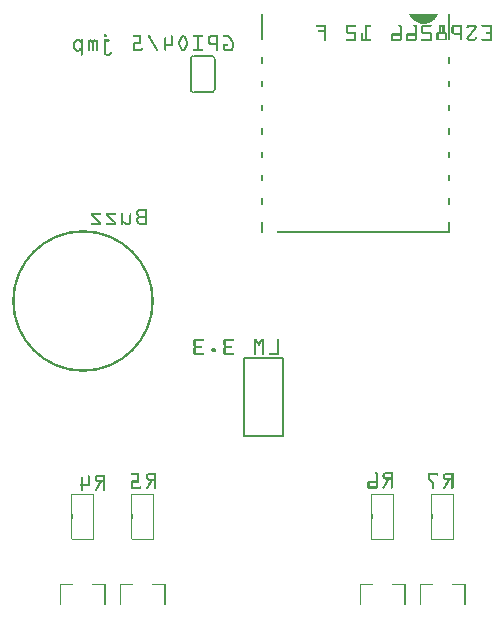
<source format=gbo>
G04 MADE WITH FRITZING*
G04 WWW.FRITZING.ORG*
G04 DOUBLE SIDED*
G04 HOLES PLATED*
G04 CONTOUR ON CENTER OF CONTOUR VECTOR*
%ASAXBY*%
%FSLAX23Y23*%
%MOIN*%
%OFA0B0*%
%SFA1.0B1.0*%
%ADD10C,0.472566X0.456566*%
%ADD11C,0.006000*%
%ADD12C,0.008000*%
%ADD13R,0.001000X0.001000*%
%LNSILK0*%
G90*
G70*
G54D10*
X384Y1012D03*
G54D11*
X744Y1819D02*
X744Y1719D01*
D02*
X754Y1829D02*
X814Y1829D01*
D02*
X754Y1709D02*
X814Y1709D01*
D02*
X824Y1719D02*
X824Y1819D01*
G54D12*
D02*
X922Y564D02*
X1052Y564D01*
D02*
X1052Y564D02*
X1052Y822D01*
D02*
X1052Y822D02*
X922Y822D01*
D02*
X922Y822D02*
X922Y564D01*
G54D13*
X978Y1968D02*
X985Y1968D01*
X1473Y1968D02*
X1567Y1968D01*
X1601Y1968D02*
X1607Y1968D01*
X978Y1967D02*
X985Y1967D01*
X1474Y1967D02*
X1566Y1967D01*
X1601Y1967D02*
X1607Y1967D01*
X978Y1966D02*
X985Y1966D01*
X1474Y1966D02*
X1566Y1966D01*
X1601Y1966D02*
X1607Y1966D01*
X978Y1965D02*
X985Y1965D01*
X1474Y1965D02*
X1566Y1965D01*
X1601Y1965D02*
X1607Y1965D01*
X978Y1964D02*
X985Y1964D01*
X1475Y1964D02*
X1565Y1964D01*
X1601Y1964D02*
X1607Y1964D01*
X978Y1963D02*
X985Y1963D01*
X1475Y1963D02*
X1565Y1963D01*
X1601Y1963D02*
X1607Y1963D01*
X978Y1962D02*
X985Y1962D01*
X1476Y1962D02*
X1564Y1962D01*
X1601Y1962D02*
X1607Y1962D01*
X978Y1961D02*
X985Y1961D01*
X1476Y1961D02*
X1563Y1961D01*
X1601Y1961D02*
X1607Y1961D01*
X978Y1960D02*
X985Y1960D01*
X1477Y1960D02*
X1563Y1960D01*
X1601Y1960D02*
X1607Y1960D01*
X978Y1959D02*
X985Y1959D01*
X1478Y1959D02*
X1562Y1959D01*
X1601Y1959D02*
X1607Y1959D01*
X978Y1958D02*
X985Y1958D01*
X1478Y1958D02*
X1562Y1958D01*
X1601Y1958D02*
X1607Y1958D01*
X978Y1957D02*
X985Y1957D01*
X1479Y1957D02*
X1561Y1957D01*
X1601Y1957D02*
X1607Y1957D01*
X978Y1956D02*
X985Y1956D01*
X1480Y1956D02*
X1560Y1956D01*
X1601Y1956D02*
X1607Y1956D01*
X978Y1955D02*
X985Y1955D01*
X1481Y1955D02*
X1559Y1955D01*
X1601Y1955D02*
X1607Y1955D01*
X978Y1954D02*
X985Y1954D01*
X1482Y1954D02*
X1558Y1954D01*
X1601Y1954D02*
X1607Y1954D01*
X978Y1953D02*
X985Y1953D01*
X1482Y1953D02*
X1558Y1953D01*
X1601Y1953D02*
X1607Y1953D01*
X978Y1952D02*
X985Y1952D01*
X1483Y1952D02*
X1557Y1952D01*
X1601Y1952D02*
X1607Y1952D01*
X978Y1951D02*
X985Y1951D01*
X1484Y1951D02*
X1556Y1951D01*
X1601Y1951D02*
X1607Y1951D01*
X978Y1950D02*
X985Y1950D01*
X1485Y1950D02*
X1554Y1950D01*
X1601Y1950D02*
X1607Y1950D01*
X978Y1949D02*
X985Y1949D01*
X1487Y1949D02*
X1553Y1949D01*
X1601Y1949D02*
X1607Y1949D01*
X978Y1948D02*
X985Y1948D01*
X1488Y1948D02*
X1552Y1948D01*
X1601Y1948D02*
X1607Y1948D01*
X978Y1947D02*
X985Y1947D01*
X1489Y1947D02*
X1551Y1947D01*
X1601Y1947D02*
X1607Y1947D01*
X978Y1946D02*
X985Y1946D01*
X1491Y1946D02*
X1549Y1946D01*
X1601Y1946D02*
X1607Y1946D01*
X978Y1945D02*
X985Y1945D01*
X1492Y1945D02*
X1548Y1945D01*
X1601Y1945D02*
X1607Y1945D01*
X978Y1944D02*
X985Y1944D01*
X1494Y1944D02*
X1546Y1944D01*
X1601Y1944D02*
X1607Y1944D01*
X978Y1943D02*
X985Y1943D01*
X1496Y1943D02*
X1544Y1943D01*
X1601Y1943D02*
X1607Y1943D01*
X978Y1942D02*
X985Y1942D01*
X1497Y1942D02*
X1542Y1942D01*
X1601Y1942D02*
X1607Y1942D01*
X978Y1941D02*
X985Y1941D01*
X1500Y1941D02*
X1540Y1941D01*
X1601Y1941D02*
X1607Y1941D01*
X978Y1940D02*
X985Y1940D01*
X1502Y1940D02*
X1538Y1940D01*
X1601Y1940D02*
X1607Y1940D01*
X978Y1939D02*
X985Y1939D01*
X1505Y1939D02*
X1535Y1939D01*
X1601Y1939D02*
X1607Y1939D01*
X978Y1938D02*
X985Y1938D01*
X1509Y1938D02*
X1531Y1938D01*
X1601Y1938D02*
X1607Y1938D01*
X978Y1937D02*
X985Y1937D01*
X1515Y1937D02*
X1525Y1937D01*
X1601Y1937D02*
X1607Y1937D01*
X978Y1936D02*
X985Y1936D01*
X1601Y1936D02*
X1607Y1936D01*
X978Y1935D02*
X985Y1935D01*
X1601Y1935D02*
X1607Y1935D01*
X978Y1934D02*
X985Y1934D01*
X1601Y1934D02*
X1607Y1934D01*
X978Y1933D02*
X985Y1933D01*
X1162Y1933D02*
X1195Y1933D01*
X1265Y1933D02*
X1294Y1933D01*
X1325Y1933D02*
X1344Y1933D01*
X1437Y1933D02*
X1444Y1933D01*
X1488Y1933D02*
X1495Y1933D01*
X1516Y1933D02*
X1545Y1933D01*
X1571Y1933D02*
X1588Y1933D01*
X1601Y1933D02*
X1607Y1933D01*
X1619Y1933D02*
X1646Y1933D01*
X1668Y1933D02*
X1692Y1933D01*
X1714Y1933D02*
X1747Y1933D01*
X978Y1932D02*
X985Y1932D01*
X1161Y1932D02*
X1195Y1932D01*
X1264Y1932D02*
X1295Y1932D01*
X1325Y1932D02*
X1345Y1932D01*
X1437Y1932D02*
X1445Y1932D01*
X1487Y1932D02*
X1495Y1932D01*
X1515Y1932D02*
X1545Y1932D01*
X1570Y1932D02*
X1589Y1932D01*
X1601Y1932D02*
X1607Y1932D01*
X1617Y1932D02*
X1646Y1932D01*
X1667Y1932D02*
X1694Y1932D01*
X1714Y1932D02*
X1747Y1932D01*
X978Y1931D02*
X985Y1931D01*
X1161Y1931D02*
X1195Y1931D01*
X1263Y1931D02*
X1295Y1931D01*
X1325Y1931D02*
X1345Y1931D01*
X1436Y1931D02*
X1445Y1931D01*
X1486Y1931D02*
X1496Y1931D01*
X1514Y1931D02*
X1546Y1931D01*
X1570Y1931D02*
X1589Y1931D01*
X1601Y1931D02*
X1607Y1931D01*
X1616Y1931D02*
X1646Y1931D01*
X1666Y1931D02*
X1695Y1931D01*
X1713Y1931D02*
X1747Y1931D01*
X978Y1930D02*
X985Y1930D01*
X1161Y1930D02*
X1195Y1930D01*
X1262Y1930D02*
X1295Y1930D01*
X1325Y1930D02*
X1345Y1930D01*
X1436Y1930D02*
X1446Y1930D01*
X1486Y1930D02*
X1496Y1930D01*
X1513Y1930D02*
X1546Y1930D01*
X1570Y1930D02*
X1589Y1930D01*
X1601Y1930D02*
X1607Y1930D01*
X1615Y1930D02*
X1646Y1930D01*
X1665Y1930D02*
X1695Y1930D01*
X1713Y1930D02*
X1747Y1930D01*
X978Y1929D02*
X985Y1929D01*
X1161Y1929D02*
X1195Y1929D01*
X1262Y1929D02*
X1295Y1929D01*
X1325Y1929D02*
X1345Y1929D01*
X1436Y1929D02*
X1446Y1929D01*
X1487Y1929D02*
X1496Y1929D01*
X1513Y1929D02*
X1546Y1929D01*
X1570Y1929D02*
X1589Y1929D01*
X1601Y1929D02*
X1607Y1929D01*
X1614Y1929D02*
X1646Y1929D01*
X1664Y1929D02*
X1696Y1929D01*
X1713Y1929D02*
X1747Y1929D01*
X978Y1928D02*
X985Y1928D01*
X1162Y1928D02*
X1195Y1928D01*
X1262Y1928D02*
X1294Y1928D01*
X1325Y1928D02*
X1344Y1928D01*
X1437Y1928D02*
X1446Y1928D01*
X1487Y1928D02*
X1496Y1928D01*
X1512Y1928D02*
X1545Y1928D01*
X1570Y1928D02*
X1589Y1928D01*
X1601Y1928D02*
X1607Y1928D01*
X1614Y1928D02*
X1646Y1928D01*
X1664Y1928D02*
X1696Y1928D01*
X1714Y1928D02*
X1747Y1928D01*
X978Y1927D02*
X985Y1927D01*
X1164Y1927D02*
X1195Y1927D01*
X1261Y1927D02*
X1292Y1927D01*
X1325Y1927D02*
X1342Y1927D01*
X1439Y1927D02*
X1446Y1927D01*
X1489Y1927D02*
X1496Y1927D01*
X1512Y1927D02*
X1543Y1927D01*
X1570Y1927D02*
X1589Y1927D01*
X1601Y1927D02*
X1607Y1927D01*
X1613Y1927D02*
X1646Y1927D01*
X1663Y1927D02*
X1696Y1927D01*
X1716Y1927D02*
X1747Y1927D01*
X978Y1926D02*
X985Y1926D01*
X1189Y1926D02*
X1195Y1926D01*
X1261Y1926D02*
X1267Y1926D01*
X1325Y1926D02*
X1331Y1926D01*
X1440Y1926D02*
X1446Y1926D01*
X1490Y1926D02*
X1496Y1926D01*
X1512Y1926D02*
X1518Y1926D01*
X1570Y1926D02*
X1576Y1926D01*
X1583Y1926D02*
X1589Y1926D01*
X1601Y1926D02*
X1607Y1926D01*
X1613Y1926D02*
X1620Y1926D01*
X1640Y1926D02*
X1646Y1926D01*
X1663Y1926D02*
X1670Y1926D01*
X1690Y1926D02*
X1697Y1926D01*
X1741Y1926D02*
X1747Y1926D01*
X978Y1925D02*
X985Y1925D01*
X1189Y1925D02*
X1195Y1925D01*
X1261Y1925D02*
X1267Y1925D01*
X1325Y1925D02*
X1331Y1925D01*
X1440Y1925D02*
X1446Y1925D01*
X1490Y1925D02*
X1496Y1925D01*
X1512Y1925D02*
X1518Y1925D01*
X1570Y1925D02*
X1576Y1925D01*
X1583Y1925D02*
X1589Y1925D01*
X1601Y1925D02*
X1607Y1925D01*
X1613Y1925D02*
X1619Y1925D01*
X1640Y1925D02*
X1646Y1925D01*
X1663Y1925D02*
X1669Y1925D01*
X1690Y1925D02*
X1696Y1925D01*
X1741Y1925D02*
X1747Y1925D01*
X978Y1924D02*
X985Y1924D01*
X1189Y1924D02*
X1195Y1924D01*
X1261Y1924D02*
X1267Y1924D01*
X1325Y1924D02*
X1331Y1924D01*
X1440Y1924D02*
X1446Y1924D01*
X1490Y1924D02*
X1496Y1924D01*
X1512Y1924D02*
X1518Y1924D01*
X1570Y1924D02*
X1576Y1924D01*
X1583Y1924D02*
X1589Y1924D01*
X1601Y1924D02*
X1607Y1924D01*
X1613Y1924D02*
X1619Y1924D01*
X1640Y1924D02*
X1646Y1924D01*
X1663Y1924D02*
X1669Y1924D01*
X1689Y1924D02*
X1696Y1924D01*
X1741Y1924D02*
X1747Y1924D01*
X978Y1923D02*
X985Y1923D01*
X1189Y1923D02*
X1195Y1923D01*
X1261Y1923D02*
X1267Y1923D01*
X1325Y1923D02*
X1331Y1923D01*
X1440Y1923D02*
X1446Y1923D01*
X1490Y1923D02*
X1496Y1923D01*
X1512Y1923D02*
X1518Y1923D01*
X1570Y1923D02*
X1576Y1923D01*
X1583Y1923D02*
X1589Y1923D01*
X1601Y1923D02*
X1607Y1923D01*
X1613Y1923D02*
X1619Y1923D01*
X1640Y1923D02*
X1646Y1923D01*
X1663Y1923D02*
X1669Y1923D01*
X1688Y1923D02*
X1696Y1923D01*
X1741Y1923D02*
X1747Y1923D01*
X978Y1922D02*
X985Y1922D01*
X1189Y1922D02*
X1195Y1922D01*
X1261Y1922D02*
X1267Y1922D01*
X1325Y1922D02*
X1331Y1922D01*
X1440Y1922D02*
X1446Y1922D01*
X1490Y1922D02*
X1496Y1922D01*
X1512Y1922D02*
X1518Y1922D01*
X1570Y1922D02*
X1576Y1922D01*
X1583Y1922D02*
X1589Y1922D01*
X1601Y1922D02*
X1607Y1922D01*
X1613Y1922D02*
X1619Y1922D01*
X1640Y1922D02*
X1646Y1922D01*
X1664Y1922D02*
X1668Y1922D01*
X1688Y1922D02*
X1695Y1922D01*
X1741Y1922D02*
X1747Y1922D01*
X978Y1921D02*
X985Y1921D01*
X1189Y1921D02*
X1195Y1921D01*
X1261Y1921D02*
X1267Y1921D01*
X1325Y1921D02*
X1331Y1921D01*
X1440Y1921D02*
X1446Y1921D01*
X1490Y1921D02*
X1496Y1921D01*
X1512Y1921D02*
X1518Y1921D01*
X1570Y1921D02*
X1576Y1921D01*
X1583Y1921D02*
X1589Y1921D01*
X1601Y1921D02*
X1607Y1921D01*
X1613Y1921D02*
X1619Y1921D01*
X1640Y1921D02*
X1646Y1921D01*
X1687Y1921D02*
X1695Y1921D01*
X1741Y1921D02*
X1747Y1921D01*
X978Y1920D02*
X985Y1920D01*
X1189Y1920D02*
X1195Y1920D01*
X1261Y1920D02*
X1267Y1920D01*
X1325Y1920D02*
X1331Y1920D01*
X1440Y1920D02*
X1446Y1920D01*
X1490Y1920D02*
X1496Y1920D01*
X1512Y1920D02*
X1518Y1920D01*
X1570Y1920D02*
X1576Y1920D01*
X1583Y1920D02*
X1589Y1920D01*
X1601Y1920D02*
X1607Y1920D01*
X1613Y1920D02*
X1619Y1920D01*
X1640Y1920D02*
X1646Y1920D01*
X1686Y1920D02*
X1694Y1920D01*
X1741Y1920D02*
X1747Y1920D01*
X978Y1919D02*
X985Y1919D01*
X1189Y1919D02*
X1195Y1919D01*
X1261Y1919D02*
X1267Y1919D01*
X1325Y1919D02*
X1331Y1919D01*
X1440Y1919D02*
X1446Y1919D01*
X1490Y1919D02*
X1496Y1919D01*
X1512Y1919D02*
X1518Y1919D01*
X1570Y1919D02*
X1576Y1919D01*
X1583Y1919D02*
X1589Y1919D01*
X1601Y1919D02*
X1607Y1919D01*
X1613Y1919D02*
X1619Y1919D01*
X1640Y1919D02*
X1646Y1919D01*
X1685Y1919D02*
X1693Y1919D01*
X1741Y1919D02*
X1747Y1919D01*
X978Y1918D02*
X985Y1918D01*
X1189Y1918D02*
X1195Y1918D01*
X1261Y1918D02*
X1267Y1918D01*
X1325Y1918D02*
X1331Y1918D01*
X1440Y1918D02*
X1446Y1918D01*
X1490Y1918D02*
X1496Y1918D01*
X1512Y1918D02*
X1518Y1918D01*
X1570Y1918D02*
X1576Y1918D01*
X1583Y1918D02*
X1589Y1918D01*
X1601Y1918D02*
X1607Y1918D01*
X1613Y1918D02*
X1619Y1918D01*
X1640Y1918D02*
X1646Y1918D01*
X1685Y1918D02*
X1693Y1918D01*
X1741Y1918D02*
X1747Y1918D01*
X978Y1917D02*
X985Y1917D01*
X1189Y1917D02*
X1195Y1917D01*
X1261Y1917D02*
X1267Y1917D01*
X1325Y1917D02*
X1331Y1917D01*
X1440Y1917D02*
X1446Y1917D01*
X1490Y1917D02*
X1496Y1917D01*
X1512Y1917D02*
X1518Y1917D01*
X1570Y1917D02*
X1576Y1917D01*
X1583Y1917D02*
X1589Y1917D01*
X1601Y1917D02*
X1607Y1917D01*
X1613Y1917D02*
X1619Y1917D01*
X1640Y1917D02*
X1646Y1917D01*
X1684Y1917D02*
X1692Y1917D01*
X1741Y1917D02*
X1747Y1917D01*
X978Y1916D02*
X985Y1916D01*
X1170Y1916D02*
X1195Y1916D01*
X1261Y1916D02*
X1267Y1916D01*
X1325Y1916D02*
X1331Y1916D01*
X1440Y1916D02*
X1446Y1916D01*
X1490Y1916D02*
X1496Y1916D01*
X1512Y1916D02*
X1518Y1916D01*
X1570Y1916D02*
X1576Y1916D01*
X1583Y1916D02*
X1589Y1916D01*
X1601Y1916D02*
X1607Y1916D01*
X1613Y1916D02*
X1619Y1916D01*
X1640Y1916D02*
X1646Y1916D01*
X1683Y1916D02*
X1691Y1916D01*
X1741Y1916D02*
X1747Y1916D01*
X978Y1915D02*
X985Y1915D01*
X1169Y1915D02*
X1195Y1915D01*
X1261Y1915D02*
X1267Y1915D01*
X1325Y1915D02*
X1331Y1915D01*
X1440Y1915D02*
X1446Y1915D01*
X1490Y1915D02*
X1496Y1915D01*
X1512Y1915D02*
X1518Y1915D01*
X1570Y1915D02*
X1576Y1915D01*
X1583Y1915D02*
X1589Y1915D01*
X1601Y1915D02*
X1607Y1915D01*
X1613Y1915D02*
X1619Y1915D01*
X1640Y1915D02*
X1646Y1915D01*
X1682Y1915D02*
X1690Y1915D01*
X1741Y1915D02*
X1747Y1915D01*
X978Y1914D02*
X985Y1914D01*
X1168Y1914D02*
X1195Y1914D01*
X1261Y1914D02*
X1267Y1914D01*
X1325Y1914D02*
X1331Y1914D01*
X1440Y1914D02*
X1446Y1914D01*
X1490Y1914D02*
X1496Y1914D01*
X1512Y1914D02*
X1518Y1914D01*
X1570Y1914D02*
X1576Y1914D01*
X1583Y1914D02*
X1589Y1914D01*
X1601Y1914D02*
X1607Y1914D01*
X1613Y1914D02*
X1619Y1914D01*
X1640Y1914D02*
X1646Y1914D01*
X1681Y1914D02*
X1689Y1914D01*
X1741Y1914D02*
X1747Y1914D01*
X978Y1913D02*
X985Y1913D01*
X1168Y1913D02*
X1195Y1913D01*
X1261Y1913D02*
X1267Y1913D01*
X1325Y1913D02*
X1331Y1913D01*
X1440Y1913D02*
X1446Y1913D01*
X1490Y1913D02*
X1496Y1913D01*
X1512Y1913D02*
X1518Y1913D01*
X1570Y1913D02*
X1576Y1913D01*
X1583Y1913D02*
X1589Y1913D01*
X1601Y1913D02*
X1607Y1913D01*
X1613Y1913D02*
X1619Y1913D01*
X1640Y1913D02*
X1646Y1913D01*
X1681Y1913D02*
X1689Y1913D01*
X1741Y1913D02*
X1747Y1913D01*
X978Y1912D02*
X985Y1912D01*
X1168Y1912D02*
X1195Y1912D01*
X1261Y1912D02*
X1267Y1912D01*
X1325Y1912D02*
X1331Y1912D01*
X1440Y1912D02*
X1446Y1912D01*
X1490Y1912D02*
X1496Y1912D01*
X1512Y1912D02*
X1518Y1912D01*
X1570Y1912D02*
X1576Y1912D01*
X1583Y1912D02*
X1589Y1912D01*
X1601Y1912D02*
X1607Y1912D01*
X1613Y1912D02*
X1619Y1912D01*
X1640Y1912D02*
X1646Y1912D01*
X1680Y1912D02*
X1688Y1912D01*
X1741Y1912D02*
X1747Y1912D01*
X978Y1911D02*
X985Y1911D01*
X1168Y1911D02*
X1195Y1911D01*
X1261Y1911D02*
X1267Y1911D01*
X1325Y1911D02*
X1331Y1911D01*
X1440Y1911D02*
X1446Y1911D01*
X1490Y1911D02*
X1496Y1911D01*
X1512Y1911D02*
X1518Y1911D01*
X1570Y1911D02*
X1576Y1911D01*
X1583Y1911D02*
X1589Y1911D01*
X1601Y1911D02*
X1607Y1911D01*
X1613Y1911D02*
X1619Y1911D01*
X1640Y1911D02*
X1646Y1911D01*
X1679Y1911D02*
X1687Y1911D01*
X1741Y1911D02*
X1747Y1911D01*
X978Y1910D02*
X985Y1910D01*
X1169Y1910D02*
X1195Y1910D01*
X1261Y1910D02*
X1290Y1910D01*
X1325Y1910D02*
X1331Y1910D01*
X1440Y1910D02*
X1446Y1910D01*
X1490Y1910D02*
X1496Y1910D01*
X1512Y1910D02*
X1541Y1910D01*
X1568Y1910D02*
X1591Y1910D01*
X1601Y1910D02*
X1607Y1910D01*
X1613Y1910D02*
X1619Y1910D01*
X1640Y1910D02*
X1646Y1910D01*
X1678Y1910D02*
X1686Y1910D01*
X1729Y1910D02*
X1747Y1910D01*
X978Y1909D02*
X985Y1909D01*
X1188Y1909D02*
X1195Y1909D01*
X1262Y1909D02*
X1292Y1909D01*
X1325Y1909D02*
X1331Y1909D01*
X1440Y1909D02*
X1446Y1909D01*
X1490Y1909D02*
X1496Y1909D01*
X1513Y1909D02*
X1543Y1909D01*
X1566Y1909D02*
X1593Y1909D01*
X1601Y1909D02*
X1607Y1909D01*
X1613Y1909D02*
X1619Y1909D01*
X1640Y1909D02*
X1646Y1909D01*
X1678Y1909D02*
X1686Y1909D01*
X1728Y1909D02*
X1747Y1909D01*
X978Y1908D02*
X985Y1908D01*
X1189Y1908D02*
X1195Y1908D01*
X1262Y1908D02*
X1293Y1908D01*
X1325Y1908D02*
X1331Y1908D01*
X1440Y1908D02*
X1446Y1908D01*
X1490Y1908D02*
X1496Y1908D01*
X1513Y1908D02*
X1544Y1908D01*
X1564Y1908D02*
X1594Y1908D01*
X1601Y1908D02*
X1607Y1908D01*
X1613Y1908D02*
X1620Y1908D01*
X1640Y1908D02*
X1646Y1908D01*
X1677Y1908D02*
X1685Y1908D01*
X1727Y1908D02*
X1747Y1908D01*
X978Y1907D02*
X985Y1907D01*
X1189Y1907D02*
X1195Y1907D01*
X1262Y1907D02*
X1294Y1907D01*
X1325Y1907D02*
X1331Y1907D01*
X1440Y1907D02*
X1446Y1907D01*
X1490Y1907D02*
X1496Y1907D01*
X1513Y1907D02*
X1545Y1907D01*
X1564Y1907D02*
X1595Y1907D01*
X1601Y1907D02*
X1607Y1907D01*
X1614Y1907D02*
X1646Y1907D01*
X1676Y1907D02*
X1684Y1907D01*
X1727Y1907D02*
X1747Y1907D01*
X978Y1906D02*
X985Y1906D01*
X1189Y1906D02*
X1195Y1906D01*
X1263Y1906D02*
X1294Y1906D01*
X1325Y1906D02*
X1331Y1906D01*
X1440Y1906D02*
X1446Y1906D01*
X1490Y1906D02*
X1496Y1906D01*
X1514Y1906D02*
X1545Y1906D01*
X1563Y1906D02*
X1596Y1906D01*
X1601Y1906D02*
X1607Y1906D01*
X1614Y1906D02*
X1646Y1906D01*
X1675Y1906D02*
X1683Y1906D01*
X1727Y1906D02*
X1747Y1906D01*
X978Y1905D02*
X985Y1905D01*
X1189Y1905D02*
X1195Y1905D01*
X1264Y1905D02*
X1295Y1905D01*
X1325Y1905D02*
X1331Y1905D01*
X1440Y1905D02*
X1446Y1905D01*
X1490Y1905D02*
X1496Y1905D01*
X1515Y1905D02*
X1546Y1905D01*
X1563Y1905D02*
X1596Y1905D01*
X1601Y1905D02*
X1607Y1905D01*
X1615Y1905D02*
X1646Y1905D01*
X1674Y1905D02*
X1682Y1905D01*
X1728Y1905D02*
X1747Y1905D01*
X978Y1904D02*
X985Y1904D01*
X1189Y1904D02*
X1195Y1904D01*
X1266Y1904D02*
X1295Y1904D01*
X1313Y1904D02*
X1316Y1904D01*
X1325Y1904D02*
X1331Y1904D01*
X1414Y1904D02*
X1446Y1904D01*
X1464Y1904D02*
X1496Y1904D01*
X1516Y1904D02*
X1546Y1904D01*
X1563Y1904D02*
X1596Y1904D01*
X1601Y1904D02*
X1607Y1904D01*
X1615Y1904D02*
X1646Y1904D01*
X1674Y1904D02*
X1682Y1904D01*
X1729Y1904D02*
X1747Y1904D01*
X978Y1903D02*
X985Y1903D01*
X1189Y1903D02*
X1195Y1903D01*
X1289Y1903D02*
X1295Y1903D01*
X1312Y1903D02*
X1317Y1903D01*
X1325Y1903D02*
X1331Y1903D01*
X1413Y1903D02*
X1446Y1903D01*
X1463Y1903D02*
X1496Y1903D01*
X1540Y1903D02*
X1546Y1903D01*
X1563Y1903D02*
X1569Y1903D01*
X1590Y1903D02*
X1596Y1903D01*
X1601Y1903D02*
X1607Y1903D01*
X1616Y1903D02*
X1646Y1903D01*
X1673Y1903D02*
X1681Y1903D01*
X1741Y1903D02*
X1747Y1903D01*
X978Y1902D02*
X985Y1902D01*
X1189Y1902D02*
X1195Y1902D01*
X1289Y1902D02*
X1295Y1902D01*
X1312Y1902D02*
X1317Y1902D01*
X1325Y1902D02*
X1331Y1902D01*
X1412Y1902D02*
X1446Y1902D01*
X1462Y1902D02*
X1496Y1902D01*
X1540Y1902D02*
X1546Y1902D01*
X1563Y1902D02*
X1569Y1902D01*
X1590Y1902D02*
X1596Y1902D01*
X1601Y1902D02*
X1607Y1902D01*
X1618Y1902D02*
X1646Y1902D01*
X1672Y1902D02*
X1680Y1902D01*
X1741Y1902D02*
X1747Y1902D01*
X455Y1901D02*
X462Y1901D01*
X978Y1901D02*
X985Y1901D01*
X1189Y1901D02*
X1195Y1901D01*
X1289Y1901D02*
X1295Y1901D01*
X1312Y1901D02*
X1318Y1901D01*
X1325Y1901D02*
X1331Y1901D01*
X1412Y1901D02*
X1446Y1901D01*
X1462Y1901D02*
X1496Y1901D01*
X1540Y1901D02*
X1546Y1901D01*
X1563Y1901D02*
X1569Y1901D01*
X1590Y1901D02*
X1596Y1901D01*
X1601Y1901D02*
X1607Y1901D01*
X1620Y1901D02*
X1646Y1901D01*
X1671Y1901D02*
X1679Y1901D01*
X1741Y1901D02*
X1747Y1901D01*
X454Y1900D02*
X463Y1900D01*
X978Y1900D02*
X985Y1900D01*
X1189Y1900D02*
X1195Y1900D01*
X1289Y1900D02*
X1295Y1900D01*
X1312Y1900D02*
X1318Y1900D01*
X1325Y1900D02*
X1331Y1900D01*
X1412Y1900D02*
X1446Y1900D01*
X1462Y1900D02*
X1496Y1900D01*
X1540Y1900D02*
X1546Y1900D01*
X1563Y1900D02*
X1569Y1900D01*
X1590Y1900D02*
X1596Y1900D01*
X1601Y1900D02*
X1607Y1900D01*
X1640Y1900D02*
X1646Y1900D01*
X1671Y1900D02*
X1679Y1900D01*
X1741Y1900D02*
X1747Y1900D01*
X454Y1899D02*
X463Y1899D01*
X555Y1899D02*
X577Y1899D01*
X755Y1899D02*
X782Y1899D01*
X812Y1899D02*
X835Y1899D01*
X856Y1899D02*
X865Y1899D01*
X978Y1899D02*
X985Y1899D01*
X1189Y1899D02*
X1195Y1899D01*
X1289Y1899D02*
X1295Y1899D01*
X1312Y1899D02*
X1318Y1899D01*
X1325Y1899D02*
X1331Y1899D01*
X1412Y1899D02*
X1446Y1899D01*
X1462Y1899D02*
X1496Y1899D01*
X1540Y1899D02*
X1546Y1899D01*
X1563Y1899D02*
X1569Y1899D01*
X1590Y1899D02*
X1596Y1899D01*
X1601Y1899D02*
X1607Y1899D01*
X1640Y1899D02*
X1646Y1899D01*
X1670Y1899D02*
X1678Y1899D01*
X1741Y1899D02*
X1747Y1899D01*
X454Y1898D02*
X463Y1898D01*
X552Y1898D02*
X578Y1898D01*
X602Y1898D02*
X606Y1898D01*
X678Y1898D02*
X682Y1898D01*
X715Y1898D02*
X722Y1898D01*
X753Y1898D02*
X784Y1898D01*
X808Y1898D02*
X835Y1898D01*
X853Y1898D02*
X870Y1898D01*
X978Y1898D02*
X985Y1898D01*
X1189Y1898D02*
X1195Y1898D01*
X1289Y1898D02*
X1295Y1898D01*
X1312Y1898D02*
X1318Y1898D01*
X1325Y1898D02*
X1331Y1898D01*
X1412Y1898D02*
X1446Y1898D01*
X1462Y1898D02*
X1496Y1898D01*
X1540Y1898D02*
X1546Y1898D01*
X1563Y1898D02*
X1569Y1898D01*
X1590Y1898D02*
X1596Y1898D01*
X1601Y1898D02*
X1607Y1898D01*
X1640Y1898D02*
X1646Y1898D01*
X1669Y1898D02*
X1677Y1898D01*
X1741Y1898D02*
X1747Y1898D01*
X454Y1897D02*
X463Y1897D01*
X551Y1897D02*
X578Y1897D01*
X601Y1897D02*
X607Y1897D01*
X678Y1897D02*
X683Y1897D01*
X713Y1897D02*
X723Y1897D01*
X752Y1897D02*
X785Y1897D01*
X806Y1897D02*
X835Y1897D01*
X852Y1897D02*
X871Y1897D01*
X978Y1897D02*
X985Y1897D01*
X1189Y1897D02*
X1195Y1897D01*
X1289Y1897D02*
X1295Y1897D01*
X1312Y1897D02*
X1318Y1897D01*
X1325Y1897D02*
X1331Y1897D01*
X1412Y1897D02*
X1418Y1897D01*
X1440Y1897D02*
X1446Y1897D01*
X1462Y1897D02*
X1468Y1897D01*
X1490Y1897D02*
X1496Y1897D01*
X1540Y1897D02*
X1546Y1897D01*
X1563Y1897D02*
X1569Y1897D01*
X1590Y1897D02*
X1596Y1897D01*
X1601Y1897D02*
X1607Y1897D01*
X1640Y1897D02*
X1646Y1897D01*
X1668Y1897D02*
X1676Y1897D01*
X1741Y1897D02*
X1747Y1897D01*
X454Y1896D02*
X463Y1896D01*
X551Y1896D02*
X578Y1896D01*
X601Y1896D02*
X607Y1896D01*
X677Y1896D02*
X683Y1896D01*
X712Y1896D02*
X724Y1896D01*
X752Y1896D02*
X785Y1896D01*
X805Y1896D02*
X835Y1896D01*
X852Y1896D02*
X872Y1896D01*
X978Y1896D02*
X985Y1896D01*
X1189Y1896D02*
X1195Y1896D01*
X1289Y1896D02*
X1295Y1896D01*
X1312Y1896D02*
X1318Y1896D01*
X1325Y1896D02*
X1331Y1896D01*
X1412Y1896D02*
X1418Y1896D01*
X1440Y1896D02*
X1446Y1896D01*
X1462Y1896D02*
X1468Y1896D01*
X1490Y1896D02*
X1496Y1896D01*
X1540Y1896D02*
X1546Y1896D01*
X1563Y1896D02*
X1569Y1896D01*
X1590Y1896D02*
X1596Y1896D01*
X1601Y1896D02*
X1607Y1896D01*
X1640Y1896D02*
X1646Y1896D01*
X1667Y1896D02*
X1675Y1896D01*
X1741Y1896D02*
X1747Y1896D01*
X454Y1895D02*
X463Y1895D01*
X551Y1895D02*
X578Y1895D01*
X601Y1895D02*
X608Y1895D01*
X677Y1895D02*
X683Y1895D01*
X711Y1895D02*
X725Y1895D01*
X752Y1895D02*
X785Y1895D01*
X804Y1895D02*
X835Y1895D01*
X852Y1895D02*
X873Y1895D01*
X978Y1895D02*
X985Y1895D01*
X1189Y1895D02*
X1195Y1895D01*
X1289Y1895D02*
X1295Y1895D01*
X1312Y1895D02*
X1318Y1895D01*
X1325Y1895D02*
X1331Y1895D01*
X1412Y1895D02*
X1418Y1895D01*
X1440Y1895D02*
X1446Y1895D01*
X1462Y1895D02*
X1468Y1895D01*
X1490Y1895D02*
X1496Y1895D01*
X1540Y1895D02*
X1546Y1895D01*
X1563Y1895D02*
X1569Y1895D01*
X1590Y1895D02*
X1596Y1895D01*
X1601Y1895D02*
X1607Y1895D01*
X1640Y1895D02*
X1646Y1895D01*
X1667Y1895D02*
X1675Y1895D01*
X1741Y1895D02*
X1747Y1895D01*
X454Y1894D02*
X463Y1894D01*
X551Y1894D02*
X578Y1894D01*
X601Y1894D02*
X609Y1894D01*
X677Y1894D02*
X683Y1894D01*
X711Y1894D02*
X726Y1894D01*
X752Y1894D02*
X785Y1894D01*
X803Y1894D02*
X835Y1894D01*
X852Y1894D02*
X874Y1894D01*
X978Y1894D02*
X985Y1894D01*
X1189Y1894D02*
X1195Y1894D01*
X1289Y1894D02*
X1295Y1894D01*
X1312Y1894D02*
X1318Y1894D01*
X1325Y1894D02*
X1331Y1894D01*
X1412Y1894D02*
X1418Y1894D01*
X1440Y1894D02*
X1446Y1894D01*
X1462Y1894D02*
X1468Y1894D01*
X1490Y1894D02*
X1496Y1894D01*
X1540Y1894D02*
X1546Y1894D01*
X1563Y1894D02*
X1569Y1894D01*
X1590Y1894D02*
X1596Y1894D01*
X1601Y1894D02*
X1607Y1894D01*
X1640Y1894D02*
X1646Y1894D01*
X1666Y1894D02*
X1674Y1894D01*
X1741Y1894D02*
X1747Y1894D01*
X455Y1893D02*
X462Y1893D01*
X552Y1893D02*
X578Y1893D01*
X602Y1893D02*
X609Y1893D01*
X659Y1893D02*
X660Y1893D01*
X677Y1893D02*
X683Y1893D01*
X710Y1893D02*
X726Y1893D01*
X753Y1893D02*
X784Y1893D01*
X803Y1893D02*
X835Y1893D01*
X853Y1893D02*
X875Y1893D01*
X978Y1893D02*
X985Y1893D01*
X1189Y1893D02*
X1195Y1893D01*
X1289Y1893D02*
X1295Y1893D01*
X1312Y1893D02*
X1318Y1893D01*
X1325Y1893D02*
X1331Y1893D01*
X1412Y1893D02*
X1418Y1893D01*
X1440Y1893D02*
X1446Y1893D01*
X1462Y1893D02*
X1468Y1893D01*
X1490Y1893D02*
X1496Y1893D01*
X1540Y1893D02*
X1546Y1893D01*
X1563Y1893D02*
X1569Y1893D01*
X1590Y1893D02*
X1596Y1893D01*
X1601Y1893D02*
X1607Y1893D01*
X1640Y1893D02*
X1646Y1893D01*
X1665Y1893D02*
X1673Y1893D01*
X1741Y1893D02*
X1747Y1893D01*
X458Y1892D02*
X459Y1892D01*
X555Y1892D02*
X578Y1892D01*
X603Y1892D02*
X610Y1892D01*
X657Y1892D02*
X661Y1892D01*
X677Y1892D02*
X683Y1892D01*
X710Y1892D02*
X727Y1892D01*
X756Y1892D02*
X781Y1892D01*
X802Y1892D02*
X835Y1892D01*
X856Y1892D02*
X876Y1892D01*
X978Y1892D02*
X985Y1892D01*
X1189Y1892D02*
X1195Y1892D01*
X1289Y1892D02*
X1295Y1892D01*
X1312Y1892D02*
X1318Y1892D01*
X1325Y1892D02*
X1331Y1892D01*
X1412Y1892D02*
X1418Y1892D01*
X1440Y1892D02*
X1446Y1892D01*
X1462Y1892D02*
X1468Y1892D01*
X1490Y1892D02*
X1496Y1892D01*
X1540Y1892D02*
X1546Y1892D01*
X1563Y1892D02*
X1569Y1892D01*
X1590Y1892D02*
X1596Y1892D01*
X1601Y1892D02*
X1607Y1892D01*
X1640Y1892D02*
X1646Y1892D01*
X1664Y1892D02*
X1672Y1892D01*
X1692Y1892D02*
X1695Y1892D01*
X1741Y1892D02*
X1747Y1892D01*
X572Y1891D02*
X578Y1891D01*
X603Y1891D02*
X610Y1891D01*
X657Y1891D02*
X662Y1891D01*
X677Y1891D02*
X683Y1891D01*
X709Y1891D02*
X716Y1891D01*
X720Y1891D02*
X727Y1891D01*
X765Y1891D02*
X771Y1891D01*
X802Y1891D02*
X809Y1891D01*
X829Y1891D02*
X835Y1891D01*
X868Y1891D02*
X876Y1891D01*
X978Y1891D02*
X985Y1891D01*
X1189Y1891D02*
X1195Y1891D01*
X1289Y1891D02*
X1295Y1891D01*
X1312Y1891D02*
X1318Y1891D01*
X1325Y1891D02*
X1331Y1891D01*
X1412Y1891D02*
X1418Y1891D01*
X1440Y1891D02*
X1446Y1891D01*
X1462Y1891D02*
X1468Y1891D01*
X1490Y1891D02*
X1496Y1891D01*
X1540Y1891D02*
X1546Y1891D01*
X1563Y1891D02*
X1569Y1891D01*
X1590Y1891D02*
X1596Y1891D01*
X1601Y1891D02*
X1607Y1891D01*
X1640Y1891D02*
X1646Y1891D01*
X1664Y1891D02*
X1672Y1891D01*
X1691Y1891D02*
X1696Y1891D01*
X1741Y1891D02*
X1747Y1891D01*
X572Y1890D02*
X578Y1890D01*
X604Y1890D02*
X611Y1890D01*
X657Y1890D02*
X662Y1890D01*
X677Y1890D02*
X683Y1890D01*
X709Y1890D02*
X716Y1890D01*
X721Y1890D02*
X728Y1890D01*
X765Y1890D02*
X771Y1890D01*
X802Y1890D02*
X808Y1890D01*
X829Y1890D02*
X835Y1890D01*
X869Y1890D02*
X877Y1890D01*
X978Y1890D02*
X985Y1890D01*
X1189Y1890D02*
X1195Y1890D01*
X1289Y1890D02*
X1295Y1890D01*
X1312Y1890D02*
X1318Y1890D01*
X1325Y1890D02*
X1331Y1890D01*
X1412Y1890D02*
X1418Y1890D01*
X1440Y1890D02*
X1446Y1890D01*
X1462Y1890D02*
X1468Y1890D01*
X1490Y1890D02*
X1496Y1890D01*
X1540Y1890D02*
X1546Y1890D01*
X1563Y1890D02*
X1569Y1890D01*
X1590Y1890D02*
X1596Y1890D01*
X1601Y1890D02*
X1607Y1890D01*
X1640Y1890D02*
X1646Y1890D01*
X1663Y1890D02*
X1671Y1890D01*
X1691Y1890D02*
X1696Y1890D01*
X1741Y1890D02*
X1747Y1890D01*
X572Y1889D02*
X578Y1889D01*
X604Y1889D02*
X611Y1889D01*
X656Y1889D02*
X662Y1889D01*
X677Y1889D02*
X683Y1889D01*
X708Y1889D02*
X715Y1889D01*
X721Y1889D02*
X728Y1889D01*
X765Y1889D02*
X771Y1889D01*
X802Y1889D02*
X808Y1889D01*
X829Y1889D02*
X835Y1889D01*
X870Y1889D02*
X878Y1889D01*
X978Y1889D02*
X985Y1889D01*
X1189Y1889D02*
X1195Y1889D01*
X1289Y1889D02*
X1295Y1889D01*
X1312Y1889D02*
X1318Y1889D01*
X1325Y1889D02*
X1331Y1889D01*
X1412Y1889D02*
X1418Y1889D01*
X1440Y1889D02*
X1446Y1889D01*
X1462Y1889D02*
X1468Y1889D01*
X1490Y1889D02*
X1496Y1889D01*
X1540Y1889D02*
X1546Y1889D01*
X1563Y1889D02*
X1569Y1889D01*
X1590Y1889D02*
X1596Y1889D01*
X1601Y1889D02*
X1607Y1889D01*
X1640Y1889D02*
X1646Y1889D01*
X1663Y1889D02*
X1670Y1889D01*
X1690Y1889D02*
X1696Y1889D01*
X1741Y1889D02*
X1747Y1889D01*
X572Y1888D02*
X578Y1888D01*
X605Y1888D02*
X612Y1888D01*
X656Y1888D02*
X662Y1888D01*
X677Y1888D02*
X683Y1888D01*
X708Y1888D02*
X715Y1888D01*
X722Y1888D02*
X729Y1888D01*
X765Y1888D02*
X771Y1888D01*
X802Y1888D02*
X808Y1888D01*
X829Y1888D02*
X835Y1888D01*
X871Y1888D02*
X879Y1888D01*
X978Y1888D02*
X985Y1888D01*
X1189Y1888D02*
X1195Y1888D01*
X1289Y1888D02*
X1295Y1888D01*
X1312Y1888D02*
X1318Y1888D01*
X1325Y1888D02*
X1331Y1888D01*
X1412Y1888D02*
X1418Y1888D01*
X1440Y1888D02*
X1446Y1888D01*
X1462Y1888D02*
X1468Y1888D01*
X1490Y1888D02*
X1496Y1888D01*
X1540Y1888D02*
X1546Y1888D01*
X1563Y1888D02*
X1569Y1888D01*
X1590Y1888D02*
X1596Y1888D01*
X1601Y1888D02*
X1607Y1888D01*
X1640Y1888D02*
X1646Y1888D01*
X1663Y1888D02*
X1669Y1888D01*
X1690Y1888D02*
X1696Y1888D01*
X1741Y1888D02*
X1747Y1888D01*
X572Y1887D02*
X578Y1887D01*
X605Y1887D02*
X613Y1887D01*
X656Y1887D02*
X662Y1887D01*
X677Y1887D02*
X683Y1887D01*
X707Y1887D02*
X714Y1887D01*
X723Y1887D02*
X729Y1887D01*
X765Y1887D02*
X771Y1887D01*
X802Y1887D02*
X808Y1887D01*
X829Y1887D02*
X835Y1887D01*
X872Y1887D02*
X879Y1887D01*
X978Y1887D02*
X985Y1887D01*
X1189Y1887D02*
X1195Y1887D01*
X1289Y1887D02*
X1295Y1887D01*
X1312Y1887D02*
X1318Y1887D01*
X1325Y1887D02*
X1332Y1887D01*
X1412Y1887D02*
X1418Y1887D01*
X1439Y1887D02*
X1446Y1887D01*
X1462Y1887D02*
X1468Y1887D01*
X1490Y1887D02*
X1496Y1887D01*
X1540Y1887D02*
X1546Y1887D01*
X1563Y1887D02*
X1569Y1887D01*
X1590Y1887D02*
X1596Y1887D01*
X1601Y1887D02*
X1607Y1887D01*
X1640Y1887D02*
X1646Y1887D01*
X1663Y1887D02*
X1669Y1887D01*
X1689Y1887D02*
X1696Y1887D01*
X1741Y1887D02*
X1747Y1887D01*
X572Y1886D02*
X578Y1886D01*
X606Y1886D02*
X613Y1886D01*
X656Y1886D02*
X662Y1886D01*
X677Y1886D02*
X683Y1886D01*
X707Y1886D02*
X714Y1886D01*
X723Y1886D02*
X730Y1886D01*
X765Y1886D02*
X771Y1886D01*
X802Y1886D02*
X808Y1886D01*
X829Y1886D02*
X835Y1886D01*
X872Y1886D02*
X880Y1886D01*
X978Y1886D02*
X985Y1886D01*
X1189Y1886D02*
X1195Y1886D01*
X1263Y1886D02*
X1295Y1886D01*
X1312Y1886D02*
X1344Y1886D01*
X1412Y1886D02*
X1446Y1886D01*
X1462Y1886D02*
X1496Y1886D01*
X1514Y1886D02*
X1546Y1886D01*
X1563Y1886D02*
X1596Y1886D01*
X1601Y1886D02*
X1607Y1886D01*
X1640Y1886D02*
X1646Y1886D01*
X1663Y1886D02*
X1696Y1886D01*
X1715Y1886D02*
X1747Y1886D01*
X363Y1885D02*
X371Y1885D01*
X379Y1885D02*
X382Y1885D01*
X572Y1885D02*
X578Y1885D01*
X607Y1885D02*
X614Y1885D01*
X656Y1885D02*
X662Y1885D01*
X677Y1885D02*
X683Y1885D01*
X706Y1885D02*
X713Y1885D01*
X724Y1885D02*
X730Y1885D01*
X765Y1885D02*
X771Y1885D01*
X802Y1885D02*
X808Y1885D01*
X829Y1885D02*
X835Y1885D01*
X873Y1885D02*
X881Y1885D01*
X978Y1885D02*
X985Y1885D01*
X1189Y1885D02*
X1195Y1885D01*
X1262Y1885D02*
X1295Y1885D01*
X1312Y1885D02*
X1345Y1885D01*
X1412Y1885D02*
X1446Y1885D01*
X1462Y1885D02*
X1496Y1885D01*
X1513Y1885D02*
X1546Y1885D01*
X1563Y1885D02*
X1596Y1885D01*
X1601Y1885D02*
X1607Y1885D01*
X1640Y1885D02*
X1646Y1885D01*
X1664Y1885D02*
X1696Y1885D01*
X1714Y1885D02*
X1747Y1885D01*
X361Y1884D02*
X373Y1884D01*
X378Y1884D02*
X383Y1884D01*
X408Y1884D02*
X409Y1884D01*
X420Y1884D02*
X424Y1884D01*
X431Y1884D02*
X432Y1884D01*
X456Y1884D02*
X472Y1884D01*
X572Y1884D02*
X578Y1884D01*
X607Y1884D02*
X614Y1884D01*
X656Y1884D02*
X662Y1884D01*
X677Y1884D02*
X683Y1884D01*
X706Y1884D02*
X713Y1884D01*
X724Y1884D02*
X731Y1884D01*
X765Y1884D02*
X771Y1884D01*
X802Y1884D02*
X808Y1884D01*
X829Y1884D02*
X835Y1884D01*
X874Y1884D02*
X882Y1884D01*
X978Y1884D02*
X985Y1884D01*
X1189Y1884D02*
X1195Y1884D01*
X1262Y1884D02*
X1295Y1884D01*
X1312Y1884D02*
X1345Y1884D01*
X1412Y1884D02*
X1446Y1884D01*
X1462Y1884D02*
X1496Y1884D01*
X1513Y1884D02*
X1546Y1884D01*
X1563Y1884D02*
X1596Y1884D01*
X1601Y1884D02*
X1607Y1884D01*
X1640Y1884D02*
X1646Y1884D01*
X1664Y1884D02*
X1695Y1884D01*
X1713Y1884D02*
X1747Y1884D01*
X359Y1883D02*
X374Y1883D01*
X378Y1883D02*
X384Y1883D01*
X405Y1883D02*
X412Y1883D01*
X418Y1883D02*
X426Y1883D01*
X429Y1883D02*
X434Y1883D01*
X455Y1883D02*
X473Y1883D01*
X572Y1883D02*
X578Y1883D01*
X608Y1883D02*
X615Y1883D01*
X656Y1883D02*
X662Y1883D01*
X677Y1883D02*
X683Y1883D01*
X705Y1883D02*
X712Y1883D01*
X725Y1883D02*
X731Y1883D01*
X765Y1883D02*
X771Y1883D01*
X802Y1883D02*
X808Y1883D01*
X829Y1883D02*
X835Y1883D01*
X875Y1883D02*
X883Y1883D01*
X978Y1883D02*
X985Y1883D01*
X1189Y1883D02*
X1195Y1883D01*
X1261Y1883D02*
X1295Y1883D01*
X1312Y1883D02*
X1345Y1883D01*
X1412Y1883D02*
X1446Y1883D01*
X1462Y1883D02*
X1496Y1883D01*
X1512Y1883D02*
X1546Y1883D01*
X1564Y1883D02*
X1595Y1883D01*
X1601Y1883D02*
X1607Y1883D01*
X1640Y1883D02*
X1646Y1883D01*
X1665Y1883D02*
X1694Y1883D01*
X1713Y1883D02*
X1747Y1883D01*
X358Y1882D02*
X375Y1882D01*
X378Y1882D02*
X384Y1882D01*
X404Y1882D02*
X414Y1882D01*
X417Y1882D02*
X434Y1882D01*
X454Y1882D02*
X473Y1882D01*
X572Y1882D02*
X578Y1882D01*
X608Y1882D02*
X616Y1882D01*
X656Y1882D02*
X662Y1882D01*
X677Y1882D02*
X683Y1882D01*
X705Y1882D02*
X711Y1882D01*
X725Y1882D02*
X732Y1882D01*
X765Y1882D02*
X771Y1882D01*
X802Y1882D02*
X808Y1882D01*
X829Y1882D02*
X835Y1882D01*
X875Y1882D02*
X883Y1882D01*
X1189Y1882D02*
X1194Y1882D01*
X1262Y1882D02*
X1295Y1882D01*
X1312Y1882D02*
X1345Y1882D01*
X1412Y1882D02*
X1445Y1882D01*
X1462Y1882D02*
X1495Y1882D01*
X1513Y1882D02*
X1546Y1882D01*
X1665Y1882D02*
X1693Y1882D01*
X1713Y1882D02*
X1747Y1882D01*
X357Y1881D02*
X384Y1881D01*
X403Y1881D02*
X434Y1881D01*
X454Y1881D02*
X474Y1881D01*
X572Y1881D02*
X578Y1881D01*
X609Y1881D02*
X616Y1881D01*
X656Y1881D02*
X662Y1881D01*
X677Y1881D02*
X683Y1881D01*
X704Y1881D02*
X711Y1881D01*
X726Y1881D02*
X732Y1881D01*
X765Y1881D02*
X771Y1881D01*
X802Y1881D02*
X808Y1881D01*
X829Y1881D02*
X835Y1881D01*
X876Y1881D02*
X884Y1881D01*
X1189Y1881D02*
X1194Y1881D01*
X1262Y1881D02*
X1295Y1881D01*
X1313Y1881D02*
X1344Y1881D01*
X1413Y1881D02*
X1445Y1881D01*
X1463Y1881D02*
X1495Y1881D01*
X1513Y1881D02*
X1546Y1881D01*
X1667Y1881D02*
X1692Y1881D01*
X1714Y1881D02*
X1747Y1881D01*
X356Y1880D02*
X384Y1880D01*
X402Y1880D02*
X434Y1880D01*
X454Y1880D02*
X474Y1880D01*
X572Y1880D02*
X578Y1880D01*
X610Y1880D02*
X617Y1880D01*
X656Y1880D02*
X662Y1880D01*
X677Y1880D02*
X683Y1880D01*
X704Y1880D02*
X710Y1880D01*
X726Y1880D02*
X733Y1880D01*
X765Y1880D02*
X771Y1880D01*
X802Y1880D02*
X808Y1880D01*
X829Y1880D02*
X835Y1880D01*
X877Y1880D02*
X884Y1880D01*
X1191Y1880D02*
X1192Y1880D01*
X1264Y1880D02*
X1295Y1880D01*
X1314Y1880D02*
X1343Y1880D01*
X1414Y1880D02*
X1443Y1880D01*
X1465Y1880D02*
X1493Y1880D01*
X1515Y1880D02*
X1546Y1880D01*
X1669Y1880D02*
X1689Y1880D01*
X1715Y1880D02*
X1747Y1880D01*
X355Y1879D02*
X384Y1879D01*
X401Y1879D02*
X434Y1879D01*
X454Y1879D02*
X473Y1879D01*
X572Y1879D02*
X578Y1879D01*
X610Y1879D02*
X617Y1879D01*
X656Y1879D02*
X662Y1879D01*
X677Y1879D02*
X683Y1879D01*
X703Y1879D02*
X710Y1879D01*
X727Y1879D02*
X733Y1879D01*
X765Y1879D02*
X771Y1879D01*
X802Y1879D02*
X808Y1879D01*
X829Y1879D02*
X835Y1879D01*
X878Y1879D02*
X885Y1879D01*
X354Y1878D02*
X363Y1878D01*
X370Y1878D02*
X384Y1878D01*
X401Y1878D02*
X434Y1878D01*
X454Y1878D02*
X472Y1878D01*
X572Y1878D02*
X578Y1878D01*
X611Y1878D02*
X618Y1878D01*
X656Y1878D02*
X662Y1878D01*
X677Y1878D02*
X683Y1878D01*
X703Y1878D02*
X709Y1878D01*
X727Y1878D02*
X734Y1878D01*
X765Y1878D02*
X771Y1878D01*
X802Y1878D02*
X808Y1878D01*
X829Y1878D02*
X835Y1878D01*
X878Y1878D02*
X885Y1878D01*
X353Y1877D02*
X362Y1877D01*
X371Y1877D02*
X384Y1877D01*
X401Y1877D02*
X407Y1877D01*
X410Y1877D02*
X421Y1877D01*
X424Y1877D02*
X434Y1877D01*
X454Y1877D02*
X460Y1877D01*
X572Y1877D02*
X578Y1877D01*
X611Y1877D02*
X619Y1877D01*
X656Y1877D02*
X662Y1877D01*
X677Y1877D02*
X683Y1877D01*
X702Y1877D02*
X709Y1877D01*
X728Y1877D02*
X734Y1877D01*
X765Y1877D02*
X771Y1877D01*
X802Y1877D02*
X808Y1877D01*
X829Y1877D02*
X835Y1877D01*
X879Y1877D02*
X885Y1877D01*
X352Y1876D02*
X361Y1876D01*
X372Y1876D02*
X384Y1876D01*
X401Y1876D02*
X407Y1876D01*
X411Y1876D02*
X420Y1876D01*
X425Y1876D02*
X434Y1876D01*
X454Y1876D02*
X460Y1876D01*
X572Y1876D02*
X578Y1876D01*
X612Y1876D02*
X619Y1876D01*
X656Y1876D02*
X662Y1876D01*
X677Y1876D02*
X683Y1876D01*
X702Y1876D02*
X708Y1876D01*
X728Y1876D02*
X734Y1876D01*
X765Y1876D02*
X771Y1876D01*
X802Y1876D02*
X808Y1876D01*
X829Y1876D02*
X835Y1876D01*
X879Y1876D02*
X885Y1876D01*
X351Y1875D02*
X360Y1875D01*
X373Y1875D02*
X384Y1875D01*
X401Y1875D02*
X407Y1875D01*
X412Y1875D02*
X420Y1875D01*
X426Y1875D02*
X434Y1875D01*
X454Y1875D02*
X460Y1875D01*
X555Y1875D02*
X578Y1875D01*
X612Y1875D02*
X620Y1875D01*
X656Y1875D02*
X662Y1875D01*
X677Y1875D02*
X683Y1875D01*
X702Y1875D02*
X708Y1875D01*
X728Y1875D02*
X735Y1875D01*
X765Y1875D02*
X771Y1875D01*
X802Y1875D02*
X808Y1875D01*
X829Y1875D02*
X835Y1875D01*
X879Y1875D02*
X886Y1875D01*
X351Y1874D02*
X359Y1874D01*
X374Y1874D02*
X384Y1874D01*
X401Y1874D02*
X407Y1874D01*
X413Y1874D02*
X420Y1874D01*
X427Y1874D02*
X434Y1874D01*
X454Y1874D02*
X460Y1874D01*
X554Y1874D02*
X578Y1874D01*
X613Y1874D02*
X620Y1874D01*
X656Y1874D02*
X662Y1874D01*
X677Y1874D02*
X683Y1874D01*
X702Y1874D02*
X708Y1874D01*
X729Y1874D02*
X735Y1874D01*
X765Y1874D02*
X771Y1874D01*
X802Y1874D02*
X809Y1874D01*
X829Y1874D02*
X835Y1874D01*
X880Y1874D02*
X886Y1874D01*
X350Y1873D02*
X358Y1873D01*
X375Y1873D02*
X384Y1873D01*
X401Y1873D02*
X407Y1873D01*
X414Y1873D02*
X420Y1873D01*
X428Y1873D02*
X434Y1873D01*
X454Y1873D02*
X460Y1873D01*
X553Y1873D02*
X578Y1873D01*
X614Y1873D02*
X621Y1873D01*
X656Y1873D02*
X662Y1873D01*
X677Y1873D02*
X683Y1873D01*
X702Y1873D02*
X708Y1873D01*
X729Y1873D02*
X735Y1873D01*
X765Y1873D02*
X771Y1873D01*
X802Y1873D02*
X810Y1873D01*
X829Y1873D02*
X835Y1873D01*
X880Y1873D02*
X886Y1873D01*
X350Y1872D02*
X357Y1872D01*
X376Y1872D02*
X384Y1872D01*
X401Y1872D02*
X407Y1872D01*
X414Y1872D02*
X420Y1872D01*
X428Y1872D02*
X434Y1872D01*
X454Y1872D02*
X460Y1872D01*
X552Y1872D02*
X578Y1872D01*
X614Y1872D02*
X621Y1872D01*
X656Y1872D02*
X662Y1872D01*
X677Y1872D02*
X683Y1872D01*
X701Y1872D02*
X707Y1872D01*
X729Y1872D02*
X735Y1872D01*
X765Y1872D02*
X771Y1872D01*
X803Y1872D02*
X835Y1872D01*
X880Y1872D02*
X886Y1872D01*
X350Y1871D02*
X356Y1871D01*
X377Y1871D02*
X384Y1871D01*
X401Y1871D02*
X407Y1871D01*
X414Y1871D02*
X420Y1871D01*
X428Y1871D02*
X434Y1871D01*
X454Y1871D02*
X460Y1871D01*
X551Y1871D02*
X578Y1871D01*
X615Y1871D02*
X622Y1871D01*
X656Y1871D02*
X662Y1871D01*
X677Y1871D02*
X683Y1871D01*
X702Y1871D02*
X708Y1871D01*
X729Y1871D02*
X735Y1871D01*
X765Y1871D02*
X771Y1871D01*
X803Y1871D02*
X835Y1871D01*
X880Y1871D02*
X886Y1871D01*
X350Y1870D02*
X356Y1870D01*
X377Y1870D02*
X384Y1870D01*
X401Y1870D02*
X407Y1870D01*
X414Y1870D02*
X420Y1870D01*
X428Y1870D02*
X434Y1870D01*
X454Y1870D02*
X460Y1870D01*
X551Y1870D02*
X578Y1870D01*
X615Y1870D02*
X623Y1870D01*
X656Y1870D02*
X663Y1870D01*
X677Y1870D02*
X683Y1870D01*
X702Y1870D02*
X708Y1870D01*
X729Y1870D02*
X735Y1870D01*
X765Y1870D02*
X771Y1870D01*
X804Y1870D02*
X835Y1870D01*
X880Y1870D02*
X886Y1870D01*
X350Y1869D02*
X356Y1869D01*
X378Y1869D02*
X384Y1869D01*
X401Y1869D02*
X407Y1869D01*
X414Y1869D02*
X420Y1869D01*
X428Y1869D02*
X434Y1869D01*
X454Y1869D02*
X460Y1869D01*
X551Y1869D02*
X578Y1869D01*
X616Y1869D02*
X623Y1869D01*
X655Y1869D02*
X683Y1869D01*
X702Y1869D02*
X708Y1869D01*
X728Y1869D02*
X735Y1869D01*
X765Y1869D02*
X771Y1869D01*
X805Y1869D02*
X835Y1869D01*
X852Y1869D02*
X867Y1869D01*
X880Y1869D02*
X886Y1869D01*
X350Y1868D02*
X356Y1868D01*
X378Y1868D02*
X384Y1868D01*
X401Y1868D02*
X407Y1868D01*
X414Y1868D02*
X420Y1868D01*
X428Y1868D02*
X434Y1868D01*
X454Y1868D02*
X460Y1868D01*
X551Y1868D02*
X557Y1868D01*
X617Y1868D02*
X624Y1868D01*
X654Y1868D02*
X683Y1868D01*
X702Y1868D02*
X708Y1868D01*
X728Y1868D02*
X735Y1868D01*
X765Y1868D02*
X771Y1868D01*
X806Y1868D02*
X835Y1868D01*
X852Y1868D02*
X868Y1868D01*
X880Y1868D02*
X886Y1868D01*
X350Y1867D02*
X356Y1867D01*
X378Y1867D02*
X384Y1867D01*
X400Y1867D02*
X406Y1867D01*
X414Y1867D02*
X420Y1867D01*
X428Y1867D02*
X434Y1867D01*
X454Y1867D02*
X460Y1867D01*
X551Y1867D02*
X557Y1867D01*
X617Y1867D02*
X624Y1867D01*
X653Y1867D02*
X683Y1867D01*
X702Y1867D02*
X709Y1867D01*
X728Y1867D02*
X734Y1867D01*
X765Y1867D02*
X771Y1867D01*
X807Y1867D02*
X835Y1867D01*
X852Y1867D02*
X868Y1867D01*
X880Y1867D02*
X886Y1867D01*
X350Y1866D02*
X356Y1866D01*
X378Y1866D02*
X384Y1866D01*
X400Y1866D02*
X406Y1866D01*
X414Y1866D02*
X420Y1866D01*
X428Y1866D02*
X434Y1866D01*
X454Y1866D02*
X460Y1866D01*
X551Y1866D02*
X557Y1866D01*
X618Y1866D02*
X625Y1866D01*
X653Y1866D02*
X683Y1866D01*
X703Y1866D02*
X709Y1866D01*
X727Y1866D02*
X734Y1866D01*
X765Y1866D02*
X771Y1866D01*
X809Y1866D02*
X835Y1866D01*
X852Y1866D02*
X868Y1866D01*
X880Y1866D02*
X886Y1866D01*
X350Y1865D02*
X356Y1865D01*
X378Y1865D02*
X384Y1865D01*
X400Y1865D02*
X406Y1865D01*
X414Y1865D02*
X420Y1865D01*
X428Y1865D02*
X434Y1865D01*
X454Y1865D02*
X460Y1865D01*
X551Y1865D02*
X557Y1865D01*
X618Y1865D02*
X626Y1865D01*
X653Y1865D02*
X683Y1865D01*
X703Y1865D02*
X710Y1865D01*
X727Y1865D02*
X733Y1865D01*
X765Y1865D02*
X771Y1865D01*
X829Y1865D02*
X835Y1865D01*
X852Y1865D02*
X868Y1865D01*
X880Y1865D02*
X886Y1865D01*
X350Y1864D02*
X356Y1864D01*
X378Y1864D02*
X384Y1864D01*
X400Y1864D02*
X406Y1864D01*
X414Y1864D02*
X420Y1864D01*
X428Y1864D02*
X434Y1864D01*
X454Y1864D02*
X460Y1864D01*
X551Y1864D02*
X557Y1864D01*
X619Y1864D02*
X626Y1864D01*
X654Y1864D02*
X683Y1864D01*
X704Y1864D02*
X710Y1864D01*
X726Y1864D02*
X733Y1864D01*
X765Y1864D02*
X771Y1864D01*
X829Y1864D02*
X835Y1864D01*
X852Y1864D02*
X868Y1864D01*
X880Y1864D02*
X886Y1864D01*
X350Y1863D02*
X356Y1863D01*
X378Y1863D02*
X384Y1863D01*
X400Y1863D02*
X406Y1863D01*
X414Y1863D02*
X420Y1863D01*
X428Y1863D02*
X434Y1863D01*
X454Y1863D02*
X460Y1863D01*
X551Y1863D02*
X557Y1863D01*
X620Y1863D02*
X627Y1863D01*
X655Y1863D02*
X683Y1863D01*
X704Y1863D02*
X711Y1863D01*
X726Y1863D02*
X732Y1863D01*
X765Y1863D02*
X771Y1863D01*
X829Y1863D02*
X835Y1863D01*
X852Y1863D02*
X867Y1863D01*
X880Y1863D02*
X886Y1863D01*
X350Y1862D02*
X356Y1862D01*
X378Y1862D02*
X384Y1862D01*
X400Y1862D02*
X406Y1862D01*
X414Y1862D02*
X420Y1862D01*
X428Y1862D02*
X434Y1862D01*
X454Y1862D02*
X460Y1862D01*
X551Y1862D02*
X557Y1862D01*
X620Y1862D02*
X627Y1862D01*
X656Y1862D02*
X662Y1862D01*
X705Y1862D02*
X711Y1862D01*
X725Y1862D02*
X732Y1862D01*
X765Y1862D02*
X771Y1862D01*
X829Y1862D02*
X835Y1862D01*
X852Y1862D02*
X858Y1862D01*
X880Y1862D02*
X886Y1862D01*
X350Y1861D02*
X356Y1861D01*
X378Y1861D02*
X384Y1861D01*
X400Y1861D02*
X406Y1861D01*
X414Y1861D02*
X420Y1861D01*
X428Y1861D02*
X434Y1861D01*
X454Y1861D02*
X460Y1861D01*
X551Y1861D02*
X557Y1861D01*
X621Y1861D02*
X628Y1861D01*
X656Y1861D02*
X662Y1861D01*
X705Y1861D02*
X712Y1861D01*
X725Y1861D02*
X731Y1861D01*
X765Y1861D02*
X771Y1861D01*
X829Y1861D02*
X835Y1861D01*
X852Y1861D02*
X858Y1861D01*
X880Y1861D02*
X886Y1861D01*
X350Y1860D02*
X356Y1860D01*
X378Y1860D02*
X384Y1860D01*
X400Y1860D02*
X406Y1860D01*
X414Y1860D02*
X420Y1860D01*
X428Y1860D02*
X434Y1860D01*
X454Y1860D02*
X460Y1860D01*
X551Y1860D02*
X557Y1860D01*
X621Y1860D02*
X628Y1860D01*
X656Y1860D02*
X662Y1860D01*
X706Y1860D02*
X712Y1860D01*
X724Y1860D02*
X731Y1860D01*
X765Y1860D02*
X771Y1860D01*
X829Y1860D02*
X835Y1860D01*
X852Y1860D02*
X858Y1860D01*
X880Y1860D02*
X886Y1860D01*
X350Y1859D02*
X356Y1859D01*
X377Y1859D02*
X384Y1859D01*
X400Y1859D02*
X406Y1859D01*
X414Y1859D02*
X420Y1859D01*
X428Y1859D02*
X434Y1859D01*
X454Y1859D02*
X460Y1859D01*
X551Y1859D02*
X557Y1859D01*
X622Y1859D02*
X629Y1859D01*
X656Y1859D02*
X662Y1859D01*
X706Y1859D02*
X713Y1859D01*
X724Y1859D02*
X730Y1859D01*
X765Y1859D02*
X771Y1859D01*
X829Y1859D02*
X835Y1859D01*
X852Y1859D02*
X858Y1859D01*
X880Y1859D02*
X886Y1859D01*
X350Y1858D02*
X356Y1858D01*
X377Y1858D02*
X384Y1858D01*
X400Y1858D02*
X406Y1858D01*
X414Y1858D02*
X420Y1858D01*
X428Y1858D02*
X434Y1858D01*
X454Y1858D02*
X460Y1858D01*
X551Y1858D02*
X557Y1858D01*
X622Y1858D02*
X630Y1858D01*
X656Y1858D02*
X662Y1858D01*
X707Y1858D02*
X713Y1858D01*
X723Y1858D02*
X730Y1858D01*
X765Y1858D02*
X771Y1858D01*
X829Y1858D02*
X835Y1858D01*
X852Y1858D02*
X858Y1858D01*
X880Y1858D02*
X886Y1858D01*
X350Y1857D02*
X357Y1857D01*
X376Y1857D02*
X384Y1857D01*
X400Y1857D02*
X406Y1857D01*
X414Y1857D02*
X420Y1857D01*
X428Y1857D02*
X434Y1857D01*
X454Y1857D02*
X460Y1857D01*
X551Y1857D02*
X557Y1857D01*
X623Y1857D02*
X630Y1857D01*
X656Y1857D02*
X662Y1857D01*
X707Y1857D02*
X714Y1857D01*
X723Y1857D02*
X729Y1857D01*
X765Y1857D02*
X771Y1857D01*
X829Y1857D02*
X835Y1857D01*
X852Y1857D02*
X858Y1857D01*
X880Y1857D02*
X886Y1857D01*
X351Y1856D02*
X358Y1856D01*
X375Y1856D02*
X384Y1856D01*
X400Y1856D02*
X406Y1856D01*
X414Y1856D02*
X420Y1856D01*
X428Y1856D02*
X434Y1856D01*
X454Y1856D02*
X460Y1856D01*
X551Y1856D02*
X557Y1856D01*
X624Y1856D02*
X631Y1856D01*
X656Y1856D02*
X662Y1856D01*
X708Y1856D02*
X714Y1856D01*
X722Y1856D02*
X729Y1856D01*
X765Y1856D02*
X771Y1856D01*
X829Y1856D02*
X835Y1856D01*
X852Y1856D02*
X858Y1856D01*
X880Y1856D02*
X886Y1856D01*
X351Y1855D02*
X359Y1855D01*
X374Y1855D02*
X384Y1855D01*
X400Y1855D02*
X406Y1855D01*
X414Y1855D02*
X420Y1855D01*
X428Y1855D02*
X434Y1855D01*
X454Y1855D02*
X460Y1855D01*
X551Y1855D02*
X557Y1855D01*
X624Y1855D02*
X631Y1855D01*
X656Y1855D02*
X662Y1855D01*
X708Y1855D02*
X715Y1855D01*
X722Y1855D02*
X728Y1855D01*
X765Y1855D02*
X771Y1855D01*
X829Y1855D02*
X835Y1855D01*
X852Y1855D02*
X858Y1855D01*
X880Y1855D02*
X886Y1855D01*
X351Y1854D02*
X360Y1854D01*
X373Y1854D02*
X384Y1854D01*
X400Y1854D02*
X406Y1854D01*
X414Y1854D02*
X420Y1854D01*
X428Y1854D02*
X434Y1854D01*
X454Y1854D02*
X460Y1854D01*
X551Y1854D02*
X557Y1854D01*
X579Y1854D02*
X583Y1854D01*
X625Y1854D02*
X632Y1854D01*
X656Y1854D02*
X662Y1854D01*
X709Y1854D02*
X715Y1854D01*
X721Y1854D02*
X728Y1854D01*
X765Y1854D02*
X771Y1854D01*
X829Y1854D02*
X835Y1854D01*
X852Y1854D02*
X858Y1854D01*
X879Y1854D02*
X885Y1854D01*
X352Y1853D02*
X361Y1853D01*
X372Y1853D02*
X384Y1853D01*
X400Y1853D02*
X406Y1853D01*
X414Y1853D02*
X420Y1853D01*
X428Y1853D02*
X434Y1853D01*
X454Y1853D02*
X460Y1853D01*
X551Y1853D02*
X557Y1853D01*
X577Y1853D02*
X584Y1853D01*
X625Y1853D02*
X633Y1853D01*
X656Y1853D02*
X662Y1853D01*
X709Y1853D02*
X716Y1853D01*
X721Y1853D02*
X727Y1853D01*
X765Y1853D02*
X771Y1853D01*
X829Y1853D02*
X835Y1853D01*
X852Y1853D02*
X859Y1853D01*
X879Y1853D02*
X885Y1853D01*
X353Y1852D02*
X362Y1852D01*
X371Y1852D02*
X384Y1852D01*
X400Y1852D02*
X406Y1852D01*
X414Y1852D02*
X420Y1852D01*
X428Y1852D02*
X434Y1852D01*
X454Y1852D02*
X460Y1852D01*
X551Y1852D02*
X557Y1852D01*
X575Y1852D02*
X584Y1852D01*
X626Y1852D02*
X633Y1852D01*
X656Y1852D02*
X662Y1852D01*
X710Y1852D02*
X717Y1852D01*
X719Y1852D02*
X727Y1852D01*
X765Y1852D02*
X772Y1852D01*
X829Y1852D02*
X835Y1852D01*
X853Y1852D02*
X861Y1852D01*
X877Y1852D02*
X885Y1852D01*
X354Y1851D02*
X364Y1851D01*
X370Y1851D02*
X384Y1851D01*
X400Y1851D02*
X406Y1851D01*
X414Y1851D02*
X420Y1851D01*
X428Y1851D02*
X434Y1851D01*
X454Y1851D02*
X460Y1851D01*
X551Y1851D02*
X584Y1851D01*
X627Y1851D02*
X634Y1851D01*
X656Y1851D02*
X662Y1851D01*
X710Y1851D02*
X727Y1851D01*
X753Y1851D02*
X784Y1851D01*
X829Y1851D02*
X835Y1851D01*
X853Y1851D02*
X885Y1851D01*
X355Y1850D02*
X384Y1850D01*
X400Y1850D02*
X406Y1850D01*
X414Y1850D02*
X420Y1850D01*
X428Y1850D02*
X434Y1850D01*
X454Y1850D02*
X460Y1850D01*
X551Y1850D02*
X584Y1850D01*
X627Y1850D02*
X634Y1850D01*
X656Y1850D02*
X662Y1850D01*
X711Y1850D02*
X726Y1850D01*
X752Y1850D02*
X785Y1850D01*
X829Y1850D02*
X835Y1850D01*
X854Y1850D02*
X884Y1850D01*
X356Y1849D02*
X384Y1849D01*
X400Y1849D02*
X406Y1849D01*
X414Y1849D02*
X420Y1849D01*
X428Y1849D02*
X434Y1849D01*
X454Y1849D02*
X460Y1849D01*
X552Y1849D02*
X584Y1849D01*
X628Y1849D02*
X634Y1849D01*
X656Y1849D02*
X662Y1849D01*
X711Y1849D02*
X725Y1849D01*
X752Y1849D02*
X785Y1849D01*
X829Y1849D02*
X835Y1849D01*
X854Y1849D02*
X883Y1849D01*
X357Y1848D02*
X376Y1848D01*
X378Y1848D02*
X384Y1848D01*
X400Y1848D02*
X406Y1848D01*
X414Y1848D02*
X420Y1848D01*
X428Y1848D02*
X434Y1848D01*
X454Y1848D02*
X460Y1848D01*
X552Y1848D02*
X582Y1848D01*
X628Y1848D02*
X635Y1848D01*
X657Y1848D02*
X662Y1848D01*
X712Y1848D02*
X725Y1848D01*
X752Y1848D02*
X785Y1848D01*
X829Y1848D02*
X835Y1848D01*
X855Y1848D02*
X883Y1848D01*
X358Y1847D02*
X375Y1847D01*
X378Y1847D02*
X384Y1847D01*
X400Y1847D02*
X405Y1847D01*
X414Y1847D02*
X420Y1847D01*
X429Y1847D02*
X434Y1847D01*
X454Y1847D02*
X460Y1847D01*
X553Y1847D02*
X580Y1847D01*
X629Y1847D02*
X634Y1847D01*
X657Y1847D02*
X662Y1847D01*
X713Y1847D02*
X723Y1847D01*
X752Y1847D02*
X785Y1847D01*
X830Y1847D02*
X835Y1847D01*
X856Y1847D02*
X881Y1847D01*
X360Y1846D02*
X374Y1846D01*
X378Y1846D02*
X384Y1846D01*
X401Y1846D02*
X405Y1846D01*
X415Y1846D02*
X419Y1846D01*
X429Y1846D02*
X433Y1846D01*
X454Y1846D02*
X460Y1846D01*
X554Y1846D02*
X578Y1846D01*
X630Y1846D02*
X634Y1846D01*
X658Y1846D02*
X661Y1846D01*
X715Y1846D02*
X722Y1846D01*
X753Y1846D02*
X784Y1846D01*
X830Y1846D02*
X834Y1846D01*
X858Y1846D02*
X880Y1846D01*
X361Y1845D02*
X373Y1845D01*
X378Y1845D02*
X384Y1845D01*
X403Y1845D02*
X403Y1845D01*
X417Y1845D02*
X417Y1845D01*
X431Y1845D02*
X432Y1845D01*
X454Y1845D02*
X460Y1845D01*
X557Y1845D02*
X574Y1845D01*
X631Y1845D02*
X632Y1845D01*
X659Y1845D02*
X660Y1845D01*
X718Y1845D02*
X719Y1845D01*
X754Y1845D02*
X782Y1845D01*
X832Y1845D02*
X833Y1845D01*
X861Y1845D02*
X877Y1845D01*
X363Y1844D02*
X370Y1844D01*
X378Y1844D02*
X384Y1844D01*
X454Y1844D02*
X460Y1844D01*
X378Y1843D02*
X384Y1843D01*
X454Y1843D02*
X460Y1843D01*
X378Y1842D02*
X384Y1842D01*
X454Y1842D02*
X460Y1842D01*
X476Y1842D02*
X480Y1842D01*
X378Y1841D02*
X384Y1841D01*
X454Y1841D02*
X460Y1841D01*
X475Y1841D02*
X480Y1841D01*
X378Y1840D02*
X384Y1840D01*
X454Y1840D02*
X460Y1840D01*
X475Y1840D02*
X481Y1840D01*
X378Y1839D02*
X384Y1839D01*
X454Y1839D02*
X460Y1839D01*
X474Y1839D02*
X481Y1839D01*
X378Y1838D02*
X384Y1838D01*
X454Y1838D02*
X461Y1838D01*
X473Y1838D02*
X480Y1838D01*
X378Y1837D02*
X384Y1837D01*
X455Y1837D02*
X480Y1837D01*
X378Y1836D02*
X384Y1836D01*
X455Y1836D02*
X480Y1836D01*
X378Y1835D02*
X384Y1835D01*
X456Y1835D02*
X479Y1835D01*
X378Y1834D02*
X384Y1834D01*
X456Y1834D02*
X478Y1834D01*
X378Y1833D02*
X384Y1833D01*
X457Y1833D02*
X477Y1833D01*
X378Y1832D02*
X383Y1832D01*
X459Y1832D02*
X476Y1832D01*
X379Y1831D02*
X382Y1831D01*
X460Y1831D02*
X474Y1831D01*
X749Y1831D02*
X752Y1831D01*
X813Y1831D02*
X816Y1831D01*
X747Y1830D02*
X752Y1830D01*
X813Y1830D02*
X818Y1830D01*
X746Y1829D02*
X752Y1829D01*
X813Y1829D02*
X820Y1829D01*
X745Y1828D02*
X752Y1828D01*
X813Y1828D02*
X821Y1828D01*
X744Y1827D02*
X752Y1827D01*
X813Y1827D02*
X822Y1827D01*
X743Y1826D02*
X752Y1826D01*
X814Y1826D02*
X823Y1826D01*
X742Y1825D02*
X749Y1825D01*
X817Y1825D02*
X824Y1825D01*
X978Y1825D02*
X985Y1825D01*
X1601Y1825D02*
X1607Y1825D01*
X742Y1824D02*
X747Y1824D01*
X818Y1824D02*
X824Y1824D01*
X978Y1824D02*
X985Y1824D01*
X1601Y1824D02*
X1607Y1824D01*
X741Y1823D02*
X747Y1823D01*
X819Y1823D02*
X825Y1823D01*
X978Y1823D02*
X985Y1823D01*
X1601Y1823D02*
X1607Y1823D01*
X741Y1822D02*
X746Y1822D01*
X820Y1822D02*
X825Y1822D01*
X978Y1822D02*
X985Y1822D01*
X1601Y1822D02*
X1607Y1822D01*
X741Y1821D02*
X746Y1821D01*
X820Y1821D02*
X825Y1821D01*
X978Y1821D02*
X985Y1821D01*
X1601Y1821D02*
X1607Y1821D01*
X741Y1820D02*
X746Y1820D01*
X820Y1820D02*
X825Y1820D01*
X978Y1820D02*
X985Y1820D01*
X1601Y1820D02*
X1607Y1820D01*
X741Y1819D02*
X745Y1819D01*
X821Y1819D02*
X825Y1819D01*
X978Y1819D02*
X985Y1819D01*
X1601Y1819D02*
X1607Y1819D01*
X978Y1818D02*
X985Y1818D01*
X1601Y1818D02*
X1607Y1818D01*
X978Y1817D02*
X985Y1817D01*
X1601Y1817D02*
X1607Y1817D01*
X978Y1816D02*
X985Y1816D01*
X1601Y1816D02*
X1607Y1816D01*
X978Y1815D02*
X985Y1815D01*
X1601Y1815D02*
X1607Y1815D01*
X978Y1814D02*
X985Y1814D01*
X1601Y1814D02*
X1607Y1814D01*
X978Y1813D02*
X985Y1813D01*
X1601Y1813D02*
X1607Y1813D01*
X978Y1812D02*
X985Y1812D01*
X1601Y1812D02*
X1607Y1812D01*
X978Y1811D02*
X985Y1811D01*
X1601Y1811D02*
X1607Y1811D01*
X978Y1810D02*
X985Y1810D01*
X1601Y1810D02*
X1607Y1810D01*
X978Y1809D02*
X985Y1809D01*
X1601Y1809D02*
X1607Y1809D01*
X978Y1808D02*
X985Y1808D01*
X1601Y1808D02*
X1607Y1808D01*
X978Y1807D02*
X985Y1807D01*
X1601Y1807D02*
X1607Y1807D01*
X978Y1806D02*
X985Y1806D01*
X1601Y1806D02*
X1607Y1806D01*
X978Y1805D02*
X985Y1805D01*
X1601Y1805D02*
X1607Y1805D01*
X978Y1804D02*
X985Y1804D01*
X1601Y1804D02*
X1607Y1804D01*
X978Y1746D02*
X985Y1746D01*
X1601Y1746D02*
X1607Y1746D01*
X978Y1745D02*
X985Y1745D01*
X1601Y1745D02*
X1607Y1745D01*
X978Y1744D02*
X985Y1744D01*
X1601Y1744D02*
X1607Y1744D01*
X978Y1743D02*
X985Y1743D01*
X1601Y1743D02*
X1607Y1743D01*
X978Y1742D02*
X985Y1742D01*
X1601Y1742D02*
X1607Y1742D01*
X978Y1741D02*
X985Y1741D01*
X1601Y1741D02*
X1607Y1741D01*
X978Y1740D02*
X985Y1740D01*
X1601Y1740D02*
X1607Y1740D01*
X978Y1739D02*
X985Y1739D01*
X1601Y1739D02*
X1607Y1739D01*
X978Y1738D02*
X985Y1738D01*
X1601Y1738D02*
X1607Y1738D01*
X978Y1737D02*
X985Y1737D01*
X1601Y1737D02*
X1607Y1737D01*
X978Y1736D02*
X985Y1736D01*
X1601Y1736D02*
X1607Y1736D01*
X978Y1735D02*
X985Y1735D01*
X1601Y1735D02*
X1607Y1735D01*
X978Y1734D02*
X985Y1734D01*
X1601Y1734D02*
X1607Y1734D01*
X978Y1733D02*
X985Y1733D01*
X1601Y1733D02*
X1607Y1733D01*
X978Y1732D02*
X985Y1732D01*
X1601Y1732D02*
X1607Y1732D01*
X978Y1731D02*
X985Y1731D01*
X1601Y1731D02*
X1607Y1731D01*
X978Y1730D02*
X985Y1730D01*
X1601Y1730D02*
X1607Y1730D01*
X978Y1729D02*
X985Y1729D01*
X1601Y1729D02*
X1607Y1729D01*
X978Y1728D02*
X985Y1728D01*
X1601Y1728D02*
X1607Y1728D01*
X978Y1727D02*
X985Y1727D01*
X1601Y1727D02*
X1607Y1727D01*
X978Y1726D02*
X985Y1726D01*
X1601Y1726D02*
X1607Y1726D01*
X741Y1718D02*
X745Y1718D01*
X820Y1718D02*
X825Y1718D01*
X741Y1717D02*
X746Y1717D01*
X820Y1717D02*
X825Y1717D01*
X741Y1716D02*
X746Y1716D01*
X820Y1716D02*
X825Y1716D01*
X741Y1715D02*
X746Y1715D01*
X819Y1715D02*
X825Y1715D01*
X741Y1714D02*
X747Y1714D01*
X819Y1714D02*
X824Y1714D01*
X742Y1713D02*
X748Y1713D01*
X818Y1713D02*
X824Y1713D01*
X743Y1712D02*
X751Y1712D01*
X815Y1712D02*
X823Y1712D01*
X743Y1711D02*
X752Y1711D01*
X813Y1711D02*
X822Y1711D01*
X744Y1710D02*
X752Y1710D01*
X813Y1710D02*
X822Y1710D01*
X745Y1709D02*
X752Y1709D01*
X813Y1709D02*
X821Y1709D01*
X747Y1708D02*
X752Y1708D01*
X813Y1708D02*
X819Y1708D01*
X748Y1707D02*
X752Y1707D01*
X813Y1707D02*
X817Y1707D01*
X752Y1706D02*
X752Y1706D01*
X814Y1706D02*
X814Y1706D01*
X978Y1667D02*
X985Y1667D01*
X1601Y1667D02*
X1607Y1667D01*
X978Y1666D02*
X985Y1666D01*
X1601Y1666D02*
X1607Y1666D01*
X978Y1665D02*
X985Y1665D01*
X1601Y1665D02*
X1607Y1665D01*
X978Y1664D02*
X985Y1664D01*
X1601Y1664D02*
X1607Y1664D01*
X978Y1663D02*
X985Y1663D01*
X1601Y1663D02*
X1607Y1663D01*
X978Y1662D02*
X985Y1662D01*
X1601Y1662D02*
X1607Y1662D01*
X978Y1661D02*
X985Y1661D01*
X1601Y1661D02*
X1607Y1661D01*
X978Y1660D02*
X985Y1660D01*
X1601Y1660D02*
X1607Y1660D01*
X978Y1659D02*
X985Y1659D01*
X1601Y1659D02*
X1607Y1659D01*
X978Y1658D02*
X985Y1658D01*
X1601Y1658D02*
X1607Y1658D01*
X978Y1657D02*
X985Y1657D01*
X1601Y1657D02*
X1607Y1657D01*
X978Y1656D02*
X985Y1656D01*
X1601Y1656D02*
X1607Y1656D01*
X978Y1655D02*
X985Y1655D01*
X1601Y1655D02*
X1607Y1655D01*
X978Y1654D02*
X985Y1654D01*
X1601Y1654D02*
X1607Y1654D01*
X978Y1653D02*
X985Y1653D01*
X1601Y1653D02*
X1607Y1653D01*
X978Y1652D02*
X985Y1652D01*
X1601Y1652D02*
X1607Y1652D01*
X978Y1651D02*
X985Y1651D01*
X1601Y1651D02*
X1607Y1651D01*
X978Y1650D02*
X985Y1650D01*
X1601Y1650D02*
X1607Y1650D01*
X978Y1649D02*
X985Y1649D01*
X1601Y1649D02*
X1607Y1649D01*
X978Y1648D02*
X985Y1648D01*
X1601Y1648D02*
X1607Y1648D01*
X978Y1647D02*
X985Y1647D01*
X1601Y1647D02*
X1607Y1647D01*
X978Y1589D02*
X985Y1589D01*
X1601Y1589D02*
X1607Y1589D01*
X978Y1588D02*
X985Y1588D01*
X1601Y1588D02*
X1607Y1588D01*
X978Y1587D02*
X985Y1587D01*
X1601Y1587D02*
X1607Y1587D01*
X978Y1586D02*
X985Y1586D01*
X1601Y1586D02*
X1607Y1586D01*
X978Y1585D02*
X985Y1585D01*
X1601Y1585D02*
X1607Y1585D01*
X978Y1584D02*
X985Y1584D01*
X1601Y1584D02*
X1607Y1584D01*
X978Y1583D02*
X985Y1583D01*
X1601Y1583D02*
X1607Y1583D01*
X978Y1582D02*
X985Y1582D01*
X1601Y1582D02*
X1607Y1582D01*
X978Y1581D02*
X985Y1581D01*
X1601Y1581D02*
X1607Y1581D01*
X978Y1580D02*
X985Y1580D01*
X1601Y1580D02*
X1607Y1580D01*
X978Y1579D02*
X985Y1579D01*
X1601Y1579D02*
X1607Y1579D01*
X978Y1578D02*
X985Y1578D01*
X1601Y1578D02*
X1607Y1578D01*
X978Y1577D02*
X985Y1577D01*
X1601Y1577D02*
X1607Y1577D01*
X978Y1576D02*
X985Y1576D01*
X1601Y1576D02*
X1607Y1576D01*
X978Y1575D02*
X985Y1575D01*
X1601Y1575D02*
X1607Y1575D01*
X978Y1574D02*
X985Y1574D01*
X1601Y1574D02*
X1607Y1574D01*
X978Y1573D02*
X985Y1573D01*
X1601Y1573D02*
X1607Y1573D01*
X978Y1572D02*
X985Y1572D01*
X1601Y1572D02*
X1607Y1572D01*
X978Y1571D02*
X985Y1571D01*
X1601Y1571D02*
X1607Y1571D01*
X978Y1570D02*
X985Y1570D01*
X1601Y1570D02*
X1607Y1570D01*
X978Y1569D02*
X985Y1569D01*
X1601Y1569D02*
X1607Y1569D01*
X978Y1568D02*
X985Y1568D01*
X1601Y1568D02*
X1607Y1568D01*
X978Y1510D02*
X985Y1510D01*
X1601Y1510D02*
X1607Y1510D01*
X978Y1509D02*
X985Y1509D01*
X1601Y1509D02*
X1607Y1509D01*
X978Y1508D02*
X985Y1508D01*
X1601Y1508D02*
X1607Y1508D01*
X978Y1507D02*
X985Y1507D01*
X1601Y1507D02*
X1607Y1507D01*
X978Y1506D02*
X985Y1506D01*
X1601Y1506D02*
X1607Y1506D01*
X978Y1505D02*
X985Y1505D01*
X1601Y1505D02*
X1607Y1505D01*
X978Y1504D02*
X985Y1504D01*
X1601Y1504D02*
X1607Y1504D01*
X978Y1503D02*
X985Y1503D01*
X1601Y1503D02*
X1607Y1503D01*
X978Y1502D02*
X985Y1502D01*
X1601Y1502D02*
X1607Y1502D01*
X978Y1501D02*
X985Y1501D01*
X1601Y1501D02*
X1607Y1501D01*
X978Y1500D02*
X985Y1500D01*
X1601Y1500D02*
X1607Y1500D01*
X978Y1499D02*
X985Y1499D01*
X1601Y1499D02*
X1607Y1499D01*
X978Y1498D02*
X985Y1498D01*
X1601Y1498D02*
X1607Y1498D01*
X978Y1497D02*
X985Y1497D01*
X1601Y1497D02*
X1607Y1497D01*
X978Y1496D02*
X985Y1496D01*
X1601Y1496D02*
X1607Y1496D01*
X978Y1495D02*
X985Y1495D01*
X1601Y1495D02*
X1607Y1495D01*
X978Y1494D02*
X985Y1494D01*
X1601Y1494D02*
X1607Y1494D01*
X978Y1493D02*
X985Y1493D01*
X1601Y1493D02*
X1607Y1493D01*
X978Y1492D02*
X985Y1492D01*
X1601Y1492D02*
X1607Y1492D01*
X978Y1491D02*
X985Y1491D01*
X1601Y1491D02*
X1607Y1491D01*
X978Y1490D02*
X985Y1490D01*
X1601Y1490D02*
X1607Y1490D01*
X978Y1489D02*
X985Y1489D01*
X1601Y1489D02*
X1607Y1489D01*
X978Y1431D02*
X985Y1431D01*
X1601Y1431D02*
X1607Y1431D01*
X978Y1430D02*
X985Y1430D01*
X1601Y1430D02*
X1607Y1430D01*
X978Y1429D02*
X985Y1429D01*
X1601Y1429D02*
X1607Y1429D01*
X978Y1428D02*
X985Y1428D01*
X1601Y1428D02*
X1607Y1428D01*
X978Y1427D02*
X985Y1427D01*
X1601Y1427D02*
X1607Y1427D01*
X978Y1426D02*
X985Y1426D01*
X1601Y1426D02*
X1607Y1426D01*
X978Y1425D02*
X985Y1425D01*
X1601Y1425D02*
X1607Y1425D01*
X978Y1424D02*
X985Y1424D01*
X1601Y1424D02*
X1607Y1424D01*
X978Y1423D02*
X985Y1423D01*
X1601Y1423D02*
X1607Y1423D01*
X978Y1422D02*
X985Y1422D01*
X1601Y1422D02*
X1607Y1422D01*
X978Y1421D02*
X985Y1421D01*
X1601Y1421D02*
X1607Y1421D01*
X978Y1420D02*
X985Y1420D01*
X1601Y1420D02*
X1607Y1420D01*
X978Y1419D02*
X985Y1419D01*
X1601Y1419D02*
X1607Y1419D01*
X978Y1418D02*
X985Y1418D01*
X1601Y1418D02*
X1607Y1418D01*
X978Y1417D02*
X985Y1417D01*
X1601Y1417D02*
X1607Y1417D01*
X978Y1416D02*
X985Y1416D01*
X1601Y1416D02*
X1607Y1416D01*
X978Y1415D02*
X985Y1415D01*
X1601Y1415D02*
X1607Y1415D01*
X978Y1414D02*
X985Y1414D01*
X1601Y1414D02*
X1607Y1414D01*
X978Y1413D02*
X985Y1413D01*
X1601Y1413D02*
X1607Y1413D01*
X978Y1355D02*
X985Y1355D01*
X1601Y1355D02*
X1607Y1355D01*
X978Y1354D02*
X985Y1354D01*
X1601Y1354D02*
X1607Y1354D01*
X978Y1353D02*
X985Y1353D01*
X1601Y1353D02*
X1607Y1353D01*
X978Y1352D02*
X985Y1352D01*
X1601Y1352D02*
X1607Y1352D01*
X978Y1351D02*
X985Y1351D01*
X1601Y1351D02*
X1607Y1351D01*
X978Y1350D02*
X985Y1350D01*
X1601Y1350D02*
X1607Y1350D01*
X978Y1349D02*
X985Y1349D01*
X1601Y1349D02*
X1607Y1349D01*
X978Y1348D02*
X985Y1348D01*
X1601Y1348D02*
X1607Y1348D01*
X978Y1347D02*
X985Y1347D01*
X1601Y1347D02*
X1607Y1347D01*
X978Y1346D02*
X985Y1346D01*
X1601Y1346D02*
X1607Y1346D01*
X978Y1345D02*
X985Y1345D01*
X1601Y1345D02*
X1607Y1345D01*
X978Y1344D02*
X985Y1344D01*
X1601Y1344D02*
X1607Y1344D01*
X978Y1343D02*
X985Y1343D01*
X1601Y1343D02*
X1607Y1343D01*
X978Y1342D02*
X985Y1342D01*
X1601Y1342D02*
X1607Y1342D01*
X978Y1341D02*
X985Y1341D01*
X1601Y1341D02*
X1607Y1341D01*
X978Y1340D02*
X985Y1340D01*
X1601Y1340D02*
X1607Y1340D01*
X978Y1339D02*
X985Y1339D01*
X1601Y1339D02*
X1607Y1339D01*
X978Y1338D02*
X985Y1338D01*
X1601Y1338D02*
X1607Y1338D01*
X978Y1337D02*
X985Y1337D01*
X1601Y1337D02*
X1607Y1337D01*
X978Y1336D02*
X985Y1336D01*
X1601Y1336D02*
X1607Y1336D01*
X978Y1335D02*
X985Y1335D01*
X1601Y1335D02*
X1607Y1335D01*
X978Y1334D02*
X985Y1334D01*
X1601Y1334D02*
X1607Y1334D01*
X978Y1333D02*
X985Y1333D01*
X1601Y1333D02*
X1607Y1333D01*
X978Y1332D02*
X985Y1332D01*
X1601Y1332D02*
X1607Y1332D01*
X572Y1320D02*
X596Y1320D01*
X570Y1319D02*
X596Y1319D01*
X568Y1318D02*
X596Y1318D01*
X567Y1317D02*
X596Y1317D01*
X566Y1316D02*
X596Y1316D01*
X565Y1315D02*
X596Y1315D01*
X564Y1314D02*
X596Y1314D01*
X564Y1313D02*
X573Y1313D01*
X590Y1313D02*
X596Y1313D01*
X563Y1312D02*
X571Y1312D01*
X590Y1312D02*
X596Y1312D01*
X563Y1311D02*
X570Y1311D01*
X590Y1311D02*
X596Y1311D01*
X563Y1310D02*
X569Y1310D01*
X590Y1310D02*
X596Y1310D01*
X562Y1309D02*
X569Y1309D01*
X590Y1309D02*
X596Y1309D01*
X562Y1308D02*
X568Y1308D01*
X590Y1308D02*
X596Y1308D01*
X562Y1307D02*
X568Y1307D01*
X590Y1307D02*
X596Y1307D01*
X562Y1306D02*
X568Y1306D01*
X590Y1306D02*
X596Y1306D01*
X413Y1305D02*
X442Y1305D01*
X463Y1305D02*
X492Y1305D01*
X513Y1305D02*
X517Y1305D01*
X541Y1305D02*
X544Y1305D01*
X562Y1305D02*
X568Y1305D01*
X590Y1305D02*
X596Y1305D01*
X412Y1304D02*
X443Y1304D01*
X462Y1304D02*
X493Y1304D01*
X512Y1304D02*
X517Y1304D01*
X540Y1304D02*
X545Y1304D01*
X562Y1304D02*
X568Y1304D01*
X590Y1304D02*
X596Y1304D01*
X412Y1303D02*
X443Y1303D01*
X462Y1303D02*
X494Y1303D01*
X512Y1303D02*
X518Y1303D01*
X540Y1303D02*
X545Y1303D01*
X562Y1303D02*
X568Y1303D01*
X590Y1303D02*
X596Y1303D01*
X412Y1302D02*
X443Y1302D01*
X462Y1302D02*
X494Y1302D01*
X512Y1302D02*
X518Y1302D01*
X540Y1302D02*
X546Y1302D01*
X562Y1302D02*
X568Y1302D01*
X590Y1302D02*
X596Y1302D01*
X412Y1301D02*
X443Y1301D01*
X462Y1301D02*
X493Y1301D01*
X512Y1301D02*
X518Y1301D01*
X540Y1301D02*
X545Y1301D01*
X562Y1301D02*
X569Y1301D01*
X590Y1301D02*
X596Y1301D01*
X412Y1300D02*
X443Y1300D01*
X462Y1300D02*
X493Y1300D01*
X512Y1300D02*
X518Y1300D01*
X540Y1300D02*
X545Y1300D01*
X563Y1300D02*
X570Y1300D01*
X590Y1300D02*
X596Y1300D01*
X412Y1299D02*
X441Y1299D01*
X462Y1299D02*
X491Y1299D01*
X512Y1299D02*
X518Y1299D01*
X539Y1299D02*
X545Y1299D01*
X563Y1299D02*
X570Y1299D01*
X590Y1299D02*
X596Y1299D01*
X412Y1298D02*
X421Y1298D01*
X462Y1298D02*
X471Y1298D01*
X512Y1298D02*
X518Y1298D01*
X539Y1298D02*
X545Y1298D01*
X564Y1298D02*
X572Y1298D01*
X590Y1298D02*
X596Y1298D01*
X413Y1297D02*
X422Y1297D01*
X463Y1297D02*
X472Y1297D01*
X512Y1297D02*
X518Y1297D01*
X539Y1297D02*
X545Y1297D01*
X564Y1297D02*
X596Y1297D01*
X414Y1296D02*
X423Y1296D01*
X464Y1296D02*
X473Y1296D01*
X512Y1296D02*
X518Y1296D01*
X539Y1296D02*
X545Y1296D01*
X565Y1296D02*
X596Y1296D01*
X415Y1295D02*
X424Y1295D01*
X465Y1295D02*
X474Y1295D01*
X512Y1295D02*
X518Y1295D01*
X539Y1295D02*
X545Y1295D01*
X566Y1295D02*
X596Y1295D01*
X416Y1294D02*
X425Y1294D01*
X466Y1294D02*
X475Y1294D01*
X512Y1294D02*
X518Y1294D01*
X539Y1294D02*
X545Y1294D01*
X567Y1294D02*
X596Y1294D01*
X417Y1293D02*
X426Y1293D01*
X467Y1293D02*
X476Y1293D01*
X512Y1293D02*
X518Y1293D01*
X539Y1293D02*
X545Y1293D01*
X567Y1293D02*
X596Y1293D01*
X418Y1292D02*
X427Y1292D01*
X468Y1292D02*
X477Y1292D01*
X512Y1292D02*
X518Y1292D01*
X539Y1292D02*
X545Y1292D01*
X566Y1292D02*
X596Y1292D01*
X419Y1291D02*
X428Y1291D01*
X469Y1291D02*
X478Y1291D01*
X512Y1291D02*
X518Y1291D01*
X539Y1291D02*
X545Y1291D01*
X565Y1291D02*
X596Y1291D01*
X420Y1290D02*
X429Y1290D01*
X470Y1290D02*
X479Y1290D01*
X512Y1290D02*
X518Y1290D01*
X539Y1290D02*
X545Y1290D01*
X564Y1290D02*
X575Y1290D01*
X589Y1290D02*
X596Y1290D01*
X421Y1289D02*
X430Y1289D01*
X471Y1289D02*
X480Y1289D01*
X512Y1289D02*
X518Y1289D01*
X539Y1289D02*
X545Y1289D01*
X564Y1289D02*
X572Y1289D01*
X590Y1289D02*
X596Y1289D01*
X422Y1288D02*
X431Y1288D01*
X472Y1288D02*
X481Y1288D01*
X512Y1288D02*
X518Y1288D01*
X539Y1288D02*
X545Y1288D01*
X563Y1288D02*
X570Y1288D01*
X590Y1288D02*
X596Y1288D01*
X423Y1287D02*
X432Y1287D01*
X473Y1287D02*
X482Y1287D01*
X512Y1287D02*
X518Y1287D01*
X539Y1287D02*
X545Y1287D01*
X563Y1287D02*
X569Y1287D01*
X590Y1287D02*
X596Y1287D01*
X424Y1286D02*
X433Y1286D01*
X474Y1286D02*
X483Y1286D01*
X512Y1286D02*
X518Y1286D01*
X539Y1286D02*
X545Y1286D01*
X562Y1286D02*
X569Y1286D01*
X590Y1286D02*
X596Y1286D01*
X425Y1285D02*
X434Y1285D01*
X475Y1285D02*
X484Y1285D01*
X512Y1285D02*
X518Y1285D01*
X539Y1285D02*
X545Y1285D01*
X562Y1285D02*
X568Y1285D01*
X590Y1285D02*
X596Y1285D01*
X426Y1284D02*
X435Y1284D01*
X476Y1284D02*
X485Y1284D01*
X512Y1284D02*
X518Y1284D01*
X539Y1284D02*
X545Y1284D01*
X562Y1284D02*
X568Y1284D01*
X590Y1284D02*
X596Y1284D01*
X427Y1283D02*
X436Y1283D01*
X477Y1283D02*
X486Y1283D01*
X512Y1283D02*
X518Y1283D01*
X539Y1283D02*
X545Y1283D01*
X562Y1283D02*
X568Y1283D01*
X590Y1283D02*
X596Y1283D01*
X428Y1282D02*
X437Y1282D01*
X478Y1282D02*
X487Y1282D01*
X512Y1282D02*
X518Y1282D01*
X539Y1282D02*
X545Y1282D01*
X562Y1282D02*
X568Y1282D01*
X590Y1282D02*
X596Y1282D01*
X429Y1281D02*
X438Y1281D01*
X479Y1281D02*
X488Y1281D01*
X512Y1281D02*
X518Y1281D01*
X539Y1281D02*
X545Y1281D01*
X562Y1281D02*
X568Y1281D01*
X590Y1281D02*
X596Y1281D01*
X430Y1280D02*
X439Y1280D01*
X480Y1280D02*
X489Y1280D01*
X512Y1280D02*
X519Y1280D01*
X539Y1280D02*
X545Y1280D01*
X562Y1280D02*
X568Y1280D01*
X590Y1280D02*
X596Y1280D01*
X431Y1279D02*
X440Y1279D01*
X481Y1279D02*
X491Y1279D01*
X512Y1279D02*
X521Y1279D01*
X539Y1279D02*
X545Y1279D01*
X562Y1279D02*
X568Y1279D01*
X590Y1279D02*
X596Y1279D01*
X432Y1278D02*
X441Y1278D01*
X482Y1278D02*
X492Y1278D01*
X512Y1278D02*
X522Y1278D01*
X539Y1278D02*
X545Y1278D01*
X562Y1278D02*
X569Y1278D01*
X590Y1278D02*
X596Y1278D01*
X433Y1277D02*
X442Y1277D01*
X484Y1277D02*
X493Y1277D01*
X512Y1277D02*
X524Y1277D01*
X539Y1277D02*
X545Y1277D01*
X563Y1277D02*
X569Y1277D01*
X590Y1277D02*
X596Y1277D01*
X434Y1276D02*
X443Y1276D01*
X485Y1276D02*
X494Y1276D01*
X512Y1276D02*
X525Y1276D01*
X539Y1276D02*
X545Y1276D01*
X563Y1276D02*
X570Y1276D01*
X590Y1276D02*
X596Y1276D01*
X435Y1275D02*
X444Y1275D01*
X486Y1275D02*
X495Y1275D01*
X512Y1275D02*
X527Y1275D01*
X538Y1275D02*
X545Y1275D01*
X563Y1275D02*
X571Y1275D01*
X590Y1275D02*
X596Y1275D01*
X436Y1274D02*
X445Y1274D01*
X487Y1274D02*
X495Y1274D01*
X512Y1274D02*
X528Y1274D01*
X537Y1274D02*
X544Y1274D01*
X564Y1274D02*
X572Y1274D01*
X590Y1274D02*
X596Y1274D01*
X978Y1274D02*
X985Y1274D01*
X1601Y1274D02*
X1607Y1274D01*
X414Y1273D02*
X445Y1273D01*
X464Y1273D02*
X495Y1273D01*
X512Y1273D02*
X544Y1273D01*
X564Y1273D02*
X596Y1273D01*
X978Y1273D02*
X985Y1273D01*
X1601Y1273D02*
X1607Y1273D01*
X412Y1272D02*
X445Y1272D01*
X463Y1272D02*
X495Y1272D01*
X512Y1272D02*
X518Y1272D01*
X520Y1272D02*
X543Y1272D01*
X565Y1272D02*
X596Y1272D01*
X978Y1272D02*
X985Y1272D01*
X1601Y1272D02*
X1607Y1272D01*
X412Y1271D02*
X445Y1271D01*
X462Y1271D02*
X495Y1271D01*
X512Y1271D02*
X518Y1271D01*
X521Y1271D02*
X543Y1271D01*
X566Y1271D02*
X596Y1271D01*
X978Y1271D02*
X985Y1271D01*
X1601Y1271D02*
X1607Y1271D01*
X412Y1270D02*
X445Y1270D01*
X462Y1270D02*
X495Y1270D01*
X512Y1270D02*
X518Y1270D01*
X523Y1270D02*
X542Y1270D01*
X567Y1270D02*
X596Y1270D01*
X978Y1270D02*
X985Y1270D01*
X1601Y1270D02*
X1607Y1270D01*
X412Y1269D02*
X445Y1269D01*
X462Y1269D02*
X495Y1269D01*
X512Y1269D02*
X518Y1269D01*
X524Y1269D02*
X541Y1269D01*
X568Y1269D02*
X596Y1269D01*
X978Y1269D02*
X985Y1269D01*
X1601Y1269D02*
X1607Y1269D01*
X412Y1268D02*
X444Y1268D01*
X462Y1268D02*
X495Y1268D01*
X513Y1268D02*
X517Y1268D01*
X526Y1268D02*
X540Y1268D01*
X570Y1268D02*
X596Y1268D01*
X978Y1268D02*
X985Y1268D01*
X1601Y1268D02*
X1607Y1268D01*
X413Y1267D02*
X443Y1267D01*
X463Y1267D02*
X494Y1267D01*
X514Y1267D02*
X516Y1267D01*
X528Y1267D02*
X538Y1267D01*
X572Y1267D02*
X596Y1267D01*
X978Y1267D02*
X985Y1267D01*
X1601Y1267D02*
X1607Y1267D01*
X978Y1266D02*
X985Y1266D01*
X1601Y1266D02*
X1607Y1266D01*
X978Y1265D02*
X985Y1265D01*
X1601Y1265D02*
X1607Y1265D01*
X978Y1264D02*
X985Y1264D01*
X1601Y1264D02*
X1607Y1264D01*
X978Y1263D02*
X985Y1263D01*
X1601Y1263D02*
X1607Y1263D01*
X978Y1262D02*
X985Y1262D01*
X1601Y1262D02*
X1607Y1262D01*
X978Y1261D02*
X985Y1261D01*
X1601Y1261D02*
X1607Y1261D01*
X978Y1260D02*
X985Y1260D01*
X1601Y1260D02*
X1607Y1260D01*
X978Y1259D02*
X985Y1259D01*
X1601Y1259D02*
X1607Y1259D01*
X978Y1258D02*
X985Y1258D01*
X1601Y1258D02*
X1607Y1258D01*
X978Y1257D02*
X985Y1257D01*
X1601Y1257D02*
X1607Y1257D01*
X978Y1256D02*
X985Y1256D01*
X1601Y1256D02*
X1607Y1256D01*
X978Y1255D02*
X985Y1255D01*
X1601Y1255D02*
X1607Y1255D01*
X978Y1254D02*
X985Y1254D01*
X1601Y1254D02*
X1607Y1254D01*
X978Y1253D02*
X985Y1253D01*
X1601Y1253D02*
X1607Y1253D01*
X978Y1252D02*
X985Y1252D01*
X1601Y1252D02*
X1607Y1252D01*
X978Y1251D02*
X985Y1251D01*
X1601Y1251D02*
X1607Y1251D01*
X978Y1250D02*
X985Y1250D01*
X1601Y1250D02*
X1607Y1250D01*
X978Y1249D02*
X985Y1249D01*
X1601Y1249D02*
X1607Y1249D01*
X978Y1248D02*
X985Y1248D01*
X1601Y1248D02*
X1607Y1248D01*
X978Y1247D02*
X987Y1247D01*
X1030Y1247D02*
X1607Y1247D01*
X978Y1246D02*
X986Y1246D01*
X1030Y1246D02*
X1607Y1246D01*
X978Y1245D02*
X986Y1245D01*
X1031Y1245D02*
X1607Y1245D01*
X978Y1244D02*
X985Y1244D01*
X1031Y1244D02*
X1607Y1244D01*
X978Y1243D02*
X985Y1243D01*
X1032Y1243D02*
X1607Y1243D01*
X978Y1242D02*
X984Y1242D01*
X1032Y1242D02*
X1607Y1242D01*
X978Y1241D02*
X984Y1241D01*
X1032Y1241D02*
X1607Y1241D01*
X979Y1240D02*
X984Y1240D01*
X1033Y1240D02*
X1607Y1240D01*
X757Y886D02*
X785Y886D01*
X857Y886D02*
X885Y886D01*
X954Y886D02*
X962Y886D01*
X979Y886D02*
X987Y886D01*
X1033Y886D02*
X1036Y886D01*
X756Y885D02*
X786Y885D01*
X856Y885D02*
X886Y885D01*
X954Y885D02*
X963Y885D01*
X978Y885D02*
X987Y885D01*
X1032Y885D02*
X1037Y885D01*
X755Y884D02*
X786Y884D01*
X855Y884D02*
X887Y884D01*
X954Y884D02*
X963Y884D01*
X978Y884D02*
X987Y884D01*
X1032Y884D02*
X1037Y884D01*
X754Y883D02*
X786Y883D01*
X854Y883D02*
X887Y883D01*
X954Y883D02*
X964Y883D01*
X977Y883D02*
X987Y883D01*
X1031Y883D02*
X1037Y883D01*
X753Y882D02*
X786Y882D01*
X854Y882D02*
X887Y882D01*
X954Y882D02*
X965Y882D01*
X976Y882D02*
X987Y882D01*
X1031Y882D02*
X1037Y882D01*
X753Y881D02*
X786Y881D01*
X853Y881D02*
X886Y881D01*
X954Y881D02*
X965Y881D01*
X976Y881D02*
X987Y881D01*
X1031Y881D02*
X1037Y881D01*
X753Y880D02*
X784Y880D01*
X853Y880D02*
X885Y880D01*
X954Y880D02*
X966Y880D01*
X975Y880D02*
X987Y880D01*
X1031Y880D02*
X1037Y880D01*
X753Y879D02*
X759Y879D01*
X853Y879D02*
X859Y879D01*
X954Y879D02*
X967Y879D01*
X974Y879D02*
X987Y879D01*
X1031Y879D02*
X1037Y879D01*
X753Y878D02*
X759Y878D01*
X853Y878D02*
X859Y878D01*
X954Y878D02*
X968Y878D01*
X973Y878D02*
X987Y878D01*
X1031Y878D02*
X1037Y878D01*
X753Y877D02*
X759Y877D01*
X853Y877D02*
X859Y877D01*
X954Y877D02*
X968Y877D01*
X973Y877D02*
X987Y877D01*
X1031Y877D02*
X1037Y877D01*
X753Y876D02*
X759Y876D01*
X853Y876D02*
X859Y876D01*
X954Y876D02*
X969Y876D01*
X972Y876D02*
X987Y876D01*
X1031Y876D02*
X1037Y876D01*
X753Y875D02*
X759Y875D01*
X853Y875D02*
X859Y875D01*
X954Y875D02*
X960Y875D01*
X962Y875D02*
X979Y875D01*
X981Y875D02*
X987Y875D01*
X1031Y875D02*
X1037Y875D01*
X753Y874D02*
X759Y874D01*
X853Y874D02*
X859Y874D01*
X954Y874D02*
X960Y874D01*
X963Y874D02*
X978Y874D01*
X981Y874D02*
X987Y874D01*
X1031Y874D02*
X1037Y874D01*
X753Y873D02*
X759Y873D01*
X853Y873D02*
X859Y873D01*
X954Y873D02*
X960Y873D01*
X963Y873D02*
X978Y873D01*
X981Y873D02*
X987Y873D01*
X1031Y873D02*
X1037Y873D01*
X753Y872D02*
X759Y872D01*
X853Y872D02*
X859Y872D01*
X954Y872D02*
X960Y872D01*
X964Y872D02*
X977Y872D01*
X981Y872D02*
X987Y872D01*
X1031Y872D02*
X1037Y872D01*
X753Y871D02*
X759Y871D01*
X853Y871D02*
X859Y871D01*
X954Y871D02*
X960Y871D01*
X965Y871D02*
X976Y871D01*
X981Y871D02*
X987Y871D01*
X1031Y871D02*
X1037Y871D01*
X753Y870D02*
X759Y870D01*
X853Y870D02*
X859Y870D01*
X954Y870D02*
X960Y870D01*
X966Y870D02*
X975Y870D01*
X981Y870D02*
X987Y870D01*
X1031Y870D02*
X1037Y870D01*
X753Y869D02*
X759Y869D01*
X853Y869D02*
X859Y869D01*
X954Y869D02*
X960Y869D01*
X966Y869D02*
X975Y869D01*
X981Y869D02*
X987Y869D01*
X1031Y869D02*
X1037Y869D01*
X753Y868D02*
X759Y868D01*
X853Y868D02*
X859Y868D01*
X954Y868D02*
X960Y868D01*
X967Y868D02*
X974Y868D01*
X981Y868D02*
X987Y868D01*
X1031Y868D02*
X1037Y868D01*
X753Y867D02*
X759Y867D01*
X853Y867D02*
X859Y867D01*
X954Y867D02*
X960Y867D01*
X967Y867D02*
X974Y867D01*
X981Y867D02*
X987Y867D01*
X1031Y867D02*
X1037Y867D01*
X753Y866D02*
X759Y866D01*
X853Y866D02*
X859Y866D01*
X954Y866D02*
X960Y866D01*
X967Y866D02*
X973Y866D01*
X981Y866D02*
X987Y866D01*
X1031Y866D02*
X1037Y866D01*
X753Y865D02*
X759Y865D01*
X853Y865D02*
X860Y865D01*
X954Y865D02*
X960Y865D01*
X968Y865D02*
X973Y865D01*
X981Y865D02*
X987Y865D01*
X1031Y865D02*
X1037Y865D01*
X753Y864D02*
X760Y864D01*
X854Y864D02*
X861Y864D01*
X954Y864D02*
X960Y864D01*
X968Y864D02*
X973Y864D01*
X981Y864D02*
X987Y864D01*
X1031Y864D02*
X1037Y864D01*
X754Y863D02*
X777Y863D01*
X854Y863D02*
X877Y863D01*
X954Y863D02*
X960Y863D01*
X969Y863D02*
X972Y863D01*
X981Y863D02*
X987Y863D01*
X1031Y863D02*
X1037Y863D01*
X754Y862D02*
X779Y862D01*
X854Y862D02*
X879Y862D01*
X954Y862D02*
X960Y862D01*
X981Y862D02*
X987Y862D01*
X1031Y862D02*
X1037Y862D01*
X755Y861D02*
X779Y861D01*
X855Y861D02*
X880Y861D01*
X954Y861D02*
X960Y861D01*
X981Y861D02*
X987Y861D01*
X1031Y861D02*
X1037Y861D01*
X755Y860D02*
X779Y860D01*
X856Y860D02*
X880Y860D01*
X954Y860D02*
X960Y860D01*
X981Y860D02*
X987Y860D01*
X1031Y860D02*
X1037Y860D01*
X755Y859D02*
X779Y859D01*
X856Y859D02*
X880Y859D01*
X954Y859D02*
X960Y859D01*
X981Y859D02*
X987Y859D01*
X1031Y859D02*
X1037Y859D01*
X754Y858D02*
X779Y858D01*
X855Y858D02*
X880Y858D01*
X954Y858D02*
X960Y858D01*
X981Y858D02*
X987Y858D01*
X1031Y858D02*
X1037Y858D01*
X754Y857D02*
X778Y857D01*
X854Y857D02*
X879Y857D01*
X954Y857D02*
X960Y857D01*
X981Y857D02*
X987Y857D01*
X1031Y857D02*
X1037Y857D01*
X753Y856D02*
X762Y856D01*
X854Y856D02*
X862Y856D01*
X954Y856D02*
X960Y856D01*
X981Y856D02*
X987Y856D01*
X1031Y856D02*
X1037Y856D01*
X753Y855D02*
X760Y855D01*
X854Y855D02*
X860Y855D01*
X954Y855D02*
X960Y855D01*
X981Y855D02*
X987Y855D01*
X1031Y855D02*
X1037Y855D01*
X753Y854D02*
X759Y854D01*
X816Y854D02*
X824Y854D01*
X853Y854D02*
X860Y854D01*
X954Y854D02*
X960Y854D01*
X981Y854D02*
X987Y854D01*
X1031Y854D02*
X1037Y854D01*
X753Y853D02*
X759Y853D01*
X814Y853D02*
X825Y853D01*
X853Y853D02*
X859Y853D01*
X954Y853D02*
X960Y853D01*
X981Y853D02*
X987Y853D01*
X1031Y853D02*
X1037Y853D01*
X753Y852D02*
X759Y852D01*
X814Y852D02*
X826Y852D01*
X853Y852D02*
X859Y852D01*
X954Y852D02*
X960Y852D01*
X981Y852D02*
X987Y852D01*
X1031Y852D02*
X1037Y852D01*
X753Y851D02*
X759Y851D01*
X813Y851D02*
X826Y851D01*
X853Y851D02*
X859Y851D01*
X954Y851D02*
X960Y851D01*
X981Y851D02*
X987Y851D01*
X1031Y851D02*
X1037Y851D01*
X753Y850D02*
X759Y850D01*
X813Y850D02*
X826Y850D01*
X853Y850D02*
X859Y850D01*
X954Y850D02*
X960Y850D01*
X981Y850D02*
X987Y850D01*
X1031Y850D02*
X1037Y850D01*
X753Y849D02*
X759Y849D01*
X813Y849D02*
X826Y849D01*
X853Y849D02*
X859Y849D01*
X954Y849D02*
X960Y849D01*
X981Y849D02*
X987Y849D01*
X1031Y849D02*
X1037Y849D01*
X753Y848D02*
X759Y848D01*
X813Y848D02*
X826Y848D01*
X853Y848D02*
X859Y848D01*
X954Y848D02*
X960Y848D01*
X981Y848D02*
X987Y848D01*
X1031Y848D02*
X1037Y848D01*
X753Y847D02*
X759Y847D01*
X813Y847D02*
X826Y847D01*
X853Y847D02*
X859Y847D01*
X954Y847D02*
X960Y847D01*
X981Y847D02*
X987Y847D01*
X1031Y847D02*
X1037Y847D01*
X753Y846D02*
X759Y846D01*
X813Y846D02*
X826Y846D01*
X853Y846D02*
X859Y846D01*
X954Y846D02*
X960Y846D01*
X981Y846D02*
X987Y846D01*
X1031Y846D02*
X1037Y846D01*
X753Y845D02*
X759Y845D01*
X813Y845D02*
X826Y845D01*
X853Y845D02*
X859Y845D01*
X954Y845D02*
X960Y845D01*
X981Y845D02*
X987Y845D01*
X1031Y845D02*
X1037Y845D01*
X753Y844D02*
X759Y844D01*
X814Y844D02*
X826Y844D01*
X853Y844D02*
X859Y844D01*
X954Y844D02*
X960Y844D01*
X981Y844D02*
X987Y844D01*
X1031Y844D02*
X1037Y844D01*
X753Y843D02*
X759Y843D01*
X814Y843D02*
X826Y843D01*
X853Y843D02*
X859Y843D01*
X954Y843D02*
X960Y843D01*
X981Y843D02*
X987Y843D01*
X1031Y843D02*
X1037Y843D01*
X753Y842D02*
X759Y842D01*
X815Y842D02*
X825Y842D01*
X853Y842D02*
X859Y842D01*
X954Y842D02*
X960Y842D01*
X981Y842D02*
X987Y842D01*
X1031Y842D02*
X1037Y842D01*
X753Y841D02*
X759Y841D01*
X853Y841D02*
X859Y841D01*
X954Y841D02*
X960Y841D01*
X981Y841D02*
X987Y841D01*
X1031Y841D02*
X1037Y841D01*
X753Y840D02*
X759Y840D01*
X853Y840D02*
X859Y840D01*
X954Y840D02*
X960Y840D01*
X981Y840D02*
X987Y840D01*
X1031Y840D02*
X1037Y840D01*
X753Y839D02*
X785Y839D01*
X853Y839D02*
X885Y839D01*
X954Y839D02*
X960Y839D01*
X981Y839D02*
X987Y839D01*
X1006Y839D02*
X1037Y839D01*
X753Y838D02*
X786Y838D01*
X853Y838D02*
X886Y838D01*
X954Y838D02*
X960Y838D01*
X981Y838D02*
X987Y838D01*
X1005Y838D02*
X1037Y838D01*
X753Y837D02*
X786Y837D01*
X854Y837D02*
X887Y837D01*
X954Y837D02*
X960Y837D01*
X981Y837D02*
X987Y837D01*
X1004Y837D02*
X1037Y837D01*
X754Y836D02*
X786Y836D01*
X854Y836D02*
X887Y836D01*
X954Y836D02*
X960Y836D01*
X981Y836D02*
X987Y836D01*
X1004Y836D02*
X1037Y836D01*
X755Y835D02*
X786Y835D01*
X855Y835D02*
X887Y835D01*
X954Y835D02*
X959Y835D01*
X981Y835D02*
X987Y835D01*
X1004Y835D02*
X1037Y835D01*
X756Y834D02*
X786Y834D01*
X856Y834D02*
X886Y834D01*
X954Y834D02*
X959Y834D01*
X982Y834D02*
X987Y834D01*
X1005Y834D02*
X1037Y834D01*
X757Y833D02*
X785Y833D01*
X858Y833D02*
X885Y833D01*
X955Y833D02*
X958Y833D01*
X983Y833D02*
X985Y833D01*
X1006Y833D02*
X1037Y833D01*
X1359Y441D02*
X1365Y441D01*
X1390Y441D02*
X1417Y441D01*
X1358Y440D02*
X1366Y440D01*
X1388Y440D02*
X1417Y440D01*
X1357Y439D02*
X1367Y439D01*
X1387Y439D02*
X1417Y439D01*
X1535Y439D02*
X1567Y439D01*
X1591Y439D02*
X1619Y439D01*
X546Y438D02*
X571Y438D01*
X602Y438D02*
X628Y438D01*
X1357Y438D02*
X1367Y438D01*
X1386Y438D02*
X1417Y438D01*
X1535Y438D02*
X1568Y438D01*
X1590Y438D02*
X1619Y438D01*
X545Y437D02*
X571Y437D01*
X599Y437D02*
X628Y437D01*
X1358Y437D02*
X1367Y437D01*
X1385Y437D02*
X1417Y437D01*
X1535Y437D02*
X1568Y437D01*
X1589Y437D02*
X1619Y437D01*
X544Y436D02*
X571Y436D01*
X598Y436D02*
X628Y436D01*
X1358Y436D02*
X1367Y436D01*
X1385Y436D02*
X1417Y436D01*
X1535Y436D02*
X1568Y436D01*
X1588Y436D02*
X1619Y436D01*
X544Y435D02*
X571Y435D01*
X597Y435D02*
X628Y435D01*
X1360Y435D02*
X1367Y435D01*
X1384Y435D02*
X1417Y435D01*
X1535Y435D02*
X1568Y435D01*
X1587Y435D02*
X1619Y435D01*
X544Y434D02*
X571Y434D01*
X596Y434D02*
X628Y434D01*
X1361Y434D02*
X1367Y434D01*
X1384Y434D02*
X1391Y434D01*
X1411Y434D02*
X1417Y434D01*
X1535Y434D02*
X1568Y434D01*
X1586Y434D02*
X1619Y434D01*
X435Y433D02*
X457Y433D01*
X545Y433D02*
X571Y433D01*
X596Y433D02*
X628Y433D01*
X1361Y433D02*
X1367Y433D01*
X1383Y433D02*
X1390Y433D01*
X1411Y433D02*
X1417Y433D01*
X1535Y433D02*
X1568Y433D01*
X1586Y433D02*
X1619Y433D01*
X401Y432D02*
X405Y432D01*
X430Y432D02*
X458Y432D01*
X546Y432D02*
X571Y432D01*
X595Y432D02*
X628Y432D01*
X1361Y432D02*
X1367Y432D01*
X1383Y432D02*
X1389Y432D01*
X1411Y432D02*
X1417Y432D01*
X1535Y432D02*
X1541Y432D01*
X1563Y432D02*
X1568Y432D01*
X1585Y432D02*
X1592Y432D01*
X1613Y432D02*
X1619Y432D01*
X400Y431D02*
X405Y431D01*
X429Y431D02*
X458Y431D01*
X565Y431D02*
X571Y431D01*
X595Y431D02*
X602Y431D01*
X622Y431D02*
X628Y431D01*
X1361Y431D02*
X1367Y431D01*
X1383Y431D02*
X1389Y431D01*
X1411Y431D02*
X1417Y431D01*
X1535Y431D02*
X1541Y431D01*
X1564Y431D02*
X1567Y431D01*
X1585Y431D02*
X1592Y431D01*
X1613Y431D02*
X1619Y431D01*
X400Y430D02*
X406Y430D01*
X427Y430D02*
X458Y430D01*
X565Y430D02*
X571Y430D01*
X595Y430D02*
X601Y430D01*
X622Y430D02*
X628Y430D01*
X1361Y430D02*
X1367Y430D01*
X1383Y430D02*
X1389Y430D01*
X1411Y430D02*
X1417Y430D01*
X1535Y430D02*
X1541Y430D01*
X1585Y430D02*
X1591Y430D01*
X1613Y430D02*
X1619Y430D01*
X400Y429D02*
X406Y429D01*
X426Y429D02*
X458Y429D01*
X565Y429D02*
X571Y429D01*
X594Y429D02*
X601Y429D01*
X622Y429D02*
X628Y429D01*
X1361Y429D02*
X1367Y429D01*
X1383Y429D02*
X1389Y429D01*
X1411Y429D02*
X1417Y429D01*
X1535Y429D02*
X1541Y429D01*
X1585Y429D02*
X1591Y429D01*
X1613Y429D02*
X1619Y429D01*
X400Y428D02*
X406Y428D01*
X426Y428D02*
X458Y428D01*
X565Y428D02*
X571Y428D01*
X594Y428D02*
X600Y428D01*
X622Y428D02*
X628Y428D01*
X1361Y428D02*
X1367Y428D01*
X1383Y428D02*
X1389Y428D01*
X1411Y428D02*
X1417Y428D01*
X1535Y428D02*
X1541Y428D01*
X1585Y428D02*
X1591Y428D01*
X1613Y428D02*
X1619Y428D01*
X382Y427D02*
X382Y427D01*
X400Y427D02*
X406Y427D01*
X425Y427D02*
X458Y427D01*
X565Y427D02*
X571Y427D01*
X594Y427D02*
X600Y427D01*
X622Y427D02*
X628Y427D01*
X1361Y427D02*
X1367Y427D01*
X1383Y427D02*
X1389Y427D01*
X1411Y427D02*
X1417Y427D01*
X1535Y427D02*
X1541Y427D01*
X1585Y427D02*
X1591Y427D01*
X1613Y427D02*
X1619Y427D01*
X380Y426D02*
X384Y426D01*
X400Y426D02*
X406Y426D01*
X425Y426D02*
X458Y426D01*
X565Y426D02*
X571Y426D01*
X594Y426D02*
X600Y426D01*
X622Y426D02*
X628Y426D01*
X1361Y426D02*
X1367Y426D01*
X1383Y426D02*
X1390Y426D01*
X1411Y426D02*
X1417Y426D01*
X1535Y426D02*
X1541Y426D01*
X1585Y426D02*
X1591Y426D01*
X1613Y426D02*
X1619Y426D01*
X379Y425D02*
X385Y425D01*
X400Y425D02*
X406Y425D01*
X424Y425D02*
X431Y425D01*
X452Y425D02*
X458Y425D01*
X565Y425D02*
X571Y425D01*
X594Y425D02*
X600Y425D01*
X622Y425D02*
X628Y425D01*
X1361Y425D02*
X1367Y425D01*
X1384Y425D02*
X1391Y425D01*
X1411Y425D02*
X1417Y425D01*
X1535Y425D02*
X1541Y425D01*
X1585Y425D02*
X1591Y425D01*
X1613Y425D02*
X1619Y425D01*
X379Y424D02*
X385Y424D01*
X400Y424D02*
X406Y424D01*
X424Y424D02*
X430Y424D01*
X452Y424D02*
X458Y424D01*
X565Y424D02*
X571Y424D01*
X594Y424D02*
X600Y424D01*
X622Y424D02*
X628Y424D01*
X1361Y424D02*
X1367Y424D01*
X1384Y424D02*
X1417Y424D01*
X1535Y424D02*
X1541Y424D01*
X1585Y424D02*
X1592Y424D01*
X1613Y424D02*
X1619Y424D01*
X379Y423D02*
X385Y423D01*
X400Y423D02*
X406Y423D01*
X424Y423D02*
X430Y423D01*
X452Y423D02*
X458Y423D01*
X565Y423D02*
X571Y423D01*
X594Y423D02*
X601Y423D01*
X622Y423D02*
X628Y423D01*
X1361Y423D02*
X1367Y423D01*
X1384Y423D02*
X1417Y423D01*
X1535Y423D02*
X1541Y423D01*
X1585Y423D02*
X1593Y423D01*
X1613Y423D02*
X1619Y423D01*
X379Y422D02*
X385Y422D01*
X400Y422D02*
X406Y422D01*
X424Y422D02*
X430Y422D01*
X452Y422D02*
X458Y422D01*
X565Y422D02*
X571Y422D01*
X595Y422D02*
X601Y422D01*
X622Y422D02*
X628Y422D01*
X1361Y422D02*
X1367Y422D01*
X1385Y422D02*
X1417Y422D01*
X1535Y422D02*
X1541Y422D01*
X1586Y422D02*
X1619Y422D01*
X379Y421D02*
X385Y421D01*
X400Y421D02*
X406Y421D01*
X424Y421D02*
X430Y421D01*
X452Y421D02*
X458Y421D01*
X565Y421D02*
X571Y421D01*
X595Y421D02*
X603Y421D01*
X622Y421D02*
X628Y421D01*
X1361Y421D02*
X1367Y421D01*
X1386Y421D02*
X1417Y421D01*
X1535Y421D02*
X1541Y421D01*
X1586Y421D02*
X1619Y421D01*
X379Y420D02*
X385Y420D01*
X400Y420D02*
X406Y420D01*
X424Y420D02*
X430Y420D01*
X452Y420D02*
X458Y420D01*
X565Y420D02*
X571Y420D01*
X595Y420D02*
X628Y420D01*
X1361Y420D02*
X1367Y420D01*
X1387Y420D02*
X1417Y420D01*
X1535Y420D02*
X1541Y420D01*
X1587Y420D02*
X1619Y420D01*
X379Y419D02*
X385Y419D01*
X400Y419D02*
X406Y419D01*
X424Y419D02*
X430Y419D01*
X452Y419D02*
X458Y419D01*
X565Y419D02*
X571Y419D01*
X596Y419D02*
X628Y419D01*
X1361Y419D02*
X1367Y419D01*
X1388Y419D02*
X1417Y419D01*
X1535Y419D02*
X1542Y419D01*
X1588Y419D02*
X1619Y419D01*
X379Y418D02*
X385Y418D01*
X400Y418D02*
X406Y418D01*
X424Y418D02*
X430Y418D01*
X452Y418D02*
X458Y418D01*
X565Y418D02*
X571Y418D01*
X597Y418D02*
X628Y418D01*
X1361Y418D02*
X1367Y418D01*
X1390Y418D02*
X1417Y418D01*
X1535Y418D02*
X1544Y418D01*
X1589Y418D02*
X1619Y418D01*
X379Y417D02*
X385Y417D01*
X400Y417D02*
X406Y417D01*
X424Y417D02*
X431Y417D01*
X452Y417D02*
X458Y417D01*
X565Y417D02*
X571Y417D01*
X598Y417D02*
X628Y417D01*
X1361Y417D02*
X1367Y417D01*
X1397Y417D02*
X1405Y417D01*
X1410Y417D02*
X1417Y417D01*
X1535Y417D02*
X1545Y417D01*
X1590Y417D02*
X1619Y417D01*
X379Y416D02*
X385Y416D01*
X400Y416D02*
X406Y416D01*
X424Y416D02*
X432Y416D01*
X452Y416D02*
X458Y416D01*
X565Y416D02*
X571Y416D01*
X599Y416D02*
X628Y416D01*
X1361Y416D02*
X1367Y416D01*
X1397Y416D02*
X1404Y416D01*
X1411Y416D02*
X1417Y416D01*
X1536Y416D02*
X1546Y416D01*
X1592Y416D02*
X1619Y416D01*
X379Y415D02*
X385Y415D01*
X400Y415D02*
X406Y415D01*
X425Y415D02*
X458Y415D01*
X551Y415D02*
X571Y415D01*
X600Y415D02*
X628Y415D01*
X1361Y415D02*
X1367Y415D01*
X1397Y415D02*
X1404Y415D01*
X1411Y415D02*
X1417Y415D01*
X1537Y415D02*
X1547Y415D01*
X1599Y415D02*
X1607Y415D01*
X1612Y415D02*
X1619Y415D01*
X379Y414D02*
X385Y414D01*
X400Y414D02*
X406Y414D01*
X425Y414D02*
X458Y414D01*
X548Y414D02*
X571Y414D01*
X603Y414D02*
X628Y414D01*
X1361Y414D02*
X1367Y414D01*
X1396Y414D02*
X1403Y414D01*
X1411Y414D02*
X1417Y414D01*
X1539Y414D02*
X1548Y414D01*
X1599Y414D02*
X1606Y414D01*
X1613Y414D02*
X1619Y414D01*
X379Y413D02*
X385Y413D01*
X400Y413D02*
X406Y413D01*
X426Y413D02*
X458Y413D01*
X546Y413D02*
X571Y413D01*
X608Y413D02*
X616Y413D01*
X622Y413D02*
X628Y413D01*
X1361Y413D02*
X1367Y413D01*
X1396Y413D02*
X1403Y413D01*
X1411Y413D02*
X1417Y413D01*
X1540Y413D02*
X1550Y413D01*
X1598Y413D02*
X1606Y413D01*
X1613Y413D02*
X1619Y413D01*
X379Y412D02*
X385Y412D01*
X400Y412D02*
X406Y412D01*
X427Y412D02*
X458Y412D01*
X546Y412D02*
X571Y412D01*
X608Y412D02*
X615Y412D01*
X622Y412D02*
X628Y412D01*
X1335Y412D02*
X1367Y412D01*
X1395Y412D02*
X1402Y412D01*
X1411Y412D02*
X1417Y412D01*
X1541Y412D02*
X1551Y412D01*
X1598Y412D02*
X1605Y412D01*
X1613Y412D02*
X1619Y412D01*
X379Y411D02*
X385Y411D01*
X400Y411D02*
X406Y411D01*
X428Y411D02*
X458Y411D01*
X545Y411D02*
X571Y411D01*
X607Y411D02*
X614Y411D01*
X622Y411D02*
X628Y411D01*
X1334Y411D02*
X1367Y411D01*
X1394Y411D02*
X1402Y411D01*
X1411Y411D02*
X1417Y411D01*
X1542Y411D02*
X1552Y411D01*
X1597Y411D02*
X1604Y411D01*
X1613Y411D02*
X1619Y411D01*
X379Y410D02*
X385Y410D01*
X400Y410D02*
X406Y410D01*
X429Y410D02*
X458Y410D01*
X545Y410D02*
X571Y410D01*
X607Y410D02*
X614Y410D01*
X622Y410D02*
X628Y410D01*
X1333Y410D02*
X1367Y410D01*
X1394Y410D02*
X1401Y410D01*
X1411Y410D02*
X1417Y410D01*
X1543Y410D02*
X1553Y410D01*
X1597Y410D02*
X1604Y410D01*
X1613Y410D02*
X1619Y410D01*
X379Y409D02*
X385Y409D01*
X400Y409D02*
X406Y409D01*
X431Y409D02*
X458Y409D01*
X544Y409D02*
X571Y409D01*
X606Y409D02*
X613Y409D01*
X622Y409D02*
X628Y409D01*
X1333Y409D02*
X1367Y409D01*
X1393Y409D02*
X1400Y409D01*
X1411Y409D02*
X1417Y409D01*
X1544Y409D02*
X1554Y409D01*
X1596Y409D02*
X1603Y409D01*
X1613Y409D02*
X1619Y409D01*
X379Y408D02*
X385Y408D01*
X400Y408D02*
X406Y408D01*
X438Y408D02*
X446Y408D01*
X451Y408D02*
X458Y408D01*
X544Y408D02*
X570Y408D01*
X606Y408D02*
X613Y408D01*
X622Y408D02*
X628Y408D01*
X1333Y408D02*
X1367Y408D01*
X1393Y408D02*
X1400Y408D01*
X1411Y408D02*
X1417Y408D01*
X1546Y408D02*
X1555Y408D01*
X1595Y408D02*
X1603Y408D01*
X1613Y408D02*
X1619Y408D01*
X379Y407D02*
X385Y407D01*
X400Y407D02*
X406Y407D01*
X438Y407D02*
X445Y407D01*
X452Y407D02*
X458Y407D01*
X544Y407D02*
X550Y407D01*
X605Y407D02*
X612Y407D01*
X622Y407D02*
X628Y407D01*
X1333Y407D02*
X1367Y407D01*
X1392Y407D02*
X1399Y407D01*
X1411Y407D02*
X1417Y407D01*
X1547Y407D02*
X1555Y407D01*
X1595Y407D02*
X1602Y407D01*
X1613Y407D02*
X1619Y407D01*
X379Y406D02*
X385Y406D01*
X400Y406D02*
X406Y406D01*
X437Y406D02*
X444Y406D01*
X452Y406D02*
X458Y406D01*
X544Y406D02*
X550Y406D01*
X604Y406D02*
X612Y406D01*
X622Y406D02*
X628Y406D01*
X1333Y406D02*
X1367Y406D01*
X1391Y406D02*
X1399Y406D01*
X1411Y406D02*
X1417Y406D01*
X1548Y406D02*
X1555Y406D01*
X1594Y406D02*
X1602Y406D01*
X1613Y406D02*
X1619Y406D01*
X379Y405D02*
X385Y405D01*
X400Y405D02*
X406Y405D01*
X437Y405D02*
X444Y405D01*
X452Y405D02*
X458Y405D01*
X544Y405D02*
X550Y405D01*
X604Y405D02*
X611Y405D01*
X622Y405D02*
X628Y405D01*
X1333Y405D02*
X1339Y405D01*
X1361Y405D02*
X1367Y405D01*
X1391Y405D02*
X1398Y405D01*
X1411Y405D02*
X1417Y405D01*
X1549Y405D02*
X1555Y405D01*
X1594Y405D02*
X1601Y405D01*
X1613Y405D02*
X1619Y405D01*
X379Y404D02*
X385Y404D01*
X400Y404D02*
X406Y404D01*
X436Y404D02*
X443Y404D01*
X452Y404D02*
X458Y404D01*
X544Y404D02*
X550Y404D01*
X603Y404D02*
X610Y404D01*
X622Y404D02*
X628Y404D01*
X1333Y404D02*
X1339Y404D01*
X1361Y404D02*
X1367Y404D01*
X1390Y404D02*
X1397Y404D01*
X1411Y404D02*
X1417Y404D01*
X1549Y404D02*
X1555Y404D01*
X1593Y404D02*
X1600Y404D01*
X1613Y404D02*
X1619Y404D01*
X377Y403D02*
X406Y403D01*
X436Y403D02*
X443Y403D01*
X452Y403D02*
X458Y403D01*
X544Y403D02*
X550Y403D01*
X603Y403D02*
X610Y403D01*
X622Y403D02*
X628Y403D01*
X1333Y403D02*
X1339Y403D01*
X1361Y403D02*
X1367Y403D01*
X1390Y403D02*
X1397Y403D01*
X1411Y403D02*
X1417Y403D01*
X1549Y403D02*
X1555Y403D01*
X1593Y403D02*
X1600Y403D01*
X1613Y403D02*
X1619Y403D01*
X376Y402D02*
X406Y402D01*
X435Y402D02*
X442Y402D01*
X452Y402D02*
X458Y402D01*
X544Y402D02*
X550Y402D01*
X602Y402D02*
X609Y402D01*
X622Y402D02*
X628Y402D01*
X1333Y402D02*
X1339Y402D01*
X1361Y402D02*
X1367Y402D01*
X1389Y402D02*
X1396Y402D01*
X1411Y402D02*
X1417Y402D01*
X1549Y402D02*
X1555Y402D01*
X1592Y402D02*
X1599Y402D01*
X1613Y402D02*
X1619Y402D01*
X376Y401D02*
X406Y401D01*
X434Y401D02*
X442Y401D01*
X452Y401D02*
X458Y401D01*
X544Y401D02*
X550Y401D01*
X601Y401D02*
X609Y401D01*
X622Y401D02*
X628Y401D01*
X1333Y401D02*
X1339Y401D01*
X1361Y401D02*
X1367Y401D01*
X1389Y401D02*
X1396Y401D01*
X1411Y401D02*
X1417Y401D01*
X1549Y401D02*
X1555Y401D01*
X1591Y401D02*
X1599Y401D01*
X1613Y401D02*
X1619Y401D01*
X376Y400D02*
X406Y400D01*
X434Y400D02*
X441Y400D01*
X452Y400D02*
X458Y400D01*
X544Y400D02*
X550Y400D01*
X601Y400D02*
X608Y400D01*
X622Y400D02*
X628Y400D01*
X1333Y400D02*
X1339Y400D01*
X1361Y400D02*
X1367Y400D01*
X1388Y400D02*
X1395Y400D01*
X1411Y400D02*
X1417Y400D01*
X1549Y400D02*
X1555Y400D01*
X1591Y400D02*
X1598Y400D01*
X1613Y400D02*
X1619Y400D01*
X376Y399D02*
X406Y399D01*
X433Y399D02*
X440Y399D01*
X452Y399D02*
X458Y399D01*
X544Y399D02*
X550Y399D01*
X600Y399D02*
X607Y399D01*
X622Y399D02*
X628Y399D01*
X1333Y399D02*
X1339Y399D01*
X1361Y399D02*
X1367Y399D01*
X1387Y399D02*
X1395Y399D01*
X1411Y399D02*
X1417Y399D01*
X1549Y399D02*
X1555Y399D01*
X1590Y399D02*
X1597Y399D01*
X1613Y399D02*
X1619Y399D01*
X376Y398D02*
X406Y398D01*
X433Y398D02*
X440Y398D01*
X452Y398D02*
X458Y398D01*
X544Y398D02*
X550Y398D01*
X600Y398D02*
X607Y398D01*
X622Y398D02*
X628Y398D01*
X1333Y398D02*
X1339Y398D01*
X1361Y398D02*
X1367Y398D01*
X1387Y398D02*
X1394Y398D01*
X1411Y398D02*
X1417Y398D01*
X1549Y398D02*
X1555Y398D01*
X1590Y398D02*
X1597Y398D01*
X1613Y398D02*
X1619Y398D01*
X377Y397D02*
X406Y397D01*
X432Y397D02*
X439Y397D01*
X452Y397D02*
X458Y397D01*
X544Y397D02*
X550Y397D01*
X599Y397D02*
X606Y397D01*
X622Y397D02*
X628Y397D01*
X1333Y397D02*
X1339Y397D01*
X1361Y397D02*
X1367Y397D01*
X1386Y397D02*
X1393Y397D01*
X1411Y397D02*
X1417Y397D01*
X1549Y397D02*
X1555Y397D01*
X1589Y397D02*
X1596Y397D01*
X1613Y397D02*
X1619Y397D01*
X379Y396D02*
X385Y396D01*
X431Y396D02*
X439Y396D01*
X452Y396D02*
X458Y396D01*
X544Y396D02*
X550Y396D01*
X599Y396D02*
X606Y396D01*
X622Y396D02*
X628Y396D01*
X1333Y396D02*
X1339Y396D01*
X1361Y396D02*
X1367Y396D01*
X1386Y396D02*
X1393Y396D01*
X1411Y396D02*
X1417Y396D01*
X1549Y396D02*
X1555Y396D01*
X1588Y396D02*
X1596Y396D01*
X1613Y396D02*
X1619Y396D01*
X379Y395D02*
X385Y395D01*
X431Y395D02*
X438Y395D01*
X452Y395D02*
X458Y395D01*
X544Y395D02*
X550Y395D01*
X598Y395D02*
X605Y395D01*
X622Y395D02*
X628Y395D01*
X1333Y395D02*
X1339Y395D01*
X1361Y395D02*
X1367Y395D01*
X1385Y395D02*
X1392Y395D01*
X1411Y395D02*
X1417Y395D01*
X1549Y395D02*
X1555Y395D01*
X1588Y395D02*
X1595Y395D01*
X1613Y395D02*
X1619Y395D01*
X379Y394D02*
X385Y394D01*
X430Y394D02*
X437Y394D01*
X452Y394D02*
X458Y394D01*
X544Y394D02*
X550Y394D01*
X574Y394D02*
X576Y394D01*
X597Y394D02*
X605Y394D01*
X622Y394D02*
X628Y394D01*
X1333Y394D02*
X1367Y394D01*
X1384Y394D02*
X1392Y394D01*
X1411Y394D02*
X1417Y394D01*
X1549Y394D02*
X1555Y394D01*
X1587Y394D02*
X1595Y394D01*
X1613Y394D02*
X1619Y394D01*
X379Y393D02*
X385Y393D01*
X430Y393D02*
X437Y393D01*
X452Y393D02*
X458Y393D01*
X544Y393D02*
X550Y393D01*
X571Y393D02*
X577Y393D01*
X597Y393D02*
X604Y393D01*
X622Y393D02*
X628Y393D01*
X1333Y393D02*
X1367Y393D01*
X1384Y393D02*
X1391Y393D01*
X1411Y393D02*
X1417Y393D01*
X1549Y393D02*
X1555Y393D01*
X1587Y393D02*
X1594Y393D01*
X1613Y393D02*
X1619Y393D01*
X379Y392D02*
X385Y392D01*
X429Y392D02*
X436Y392D01*
X452Y392D02*
X458Y392D01*
X544Y392D02*
X550Y392D01*
X569Y392D02*
X578Y392D01*
X596Y392D02*
X603Y392D01*
X622Y392D02*
X628Y392D01*
X1333Y392D02*
X1367Y392D01*
X1384Y392D02*
X1390Y392D01*
X1411Y392D02*
X1417Y392D01*
X1549Y392D02*
X1555Y392D01*
X1586Y392D02*
X1593Y392D01*
X1613Y392D02*
X1619Y392D01*
X379Y391D02*
X385Y391D01*
X429Y391D02*
X436Y391D01*
X452Y391D02*
X458Y391D01*
X544Y391D02*
X578Y391D01*
X596Y391D02*
X603Y391D01*
X622Y391D02*
X628Y391D01*
X1333Y391D02*
X1367Y391D01*
X1383Y391D02*
X1390Y391D01*
X1411Y391D02*
X1417Y391D01*
X1549Y391D02*
X1555Y391D01*
X1586Y391D02*
X1593Y391D01*
X1613Y391D02*
X1619Y391D01*
X379Y390D02*
X385Y390D01*
X428Y390D02*
X435Y390D01*
X452Y390D02*
X458Y390D01*
X544Y390D02*
X578Y390D01*
X595Y390D02*
X602Y390D01*
X622Y390D02*
X628Y390D01*
X1333Y390D02*
X1366Y390D01*
X1384Y390D02*
X1389Y390D01*
X1411Y390D02*
X1417Y390D01*
X1549Y390D02*
X1555Y390D01*
X1585Y390D02*
X1592Y390D01*
X1613Y390D02*
X1619Y390D01*
X379Y389D02*
X385Y389D01*
X427Y389D02*
X435Y389D01*
X452Y389D02*
X458Y389D01*
X545Y389D02*
X577Y389D01*
X595Y389D02*
X602Y389D01*
X622Y389D02*
X628Y389D01*
X1334Y389D02*
X1366Y389D01*
X1384Y389D02*
X1389Y389D01*
X1412Y389D02*
X1416Y389D01*
X1549Y389D02*
X1555Y389D01*
X1585Y389D02*
X1592Y389D01*
X1613Y389D02*
X1619Y389D01*
X379Y388D02*
X385Y388D01*
X427Y388D02*
X434Y388D01*
X452Y388D02*
X458Y388D01*
X545Y388D02*
X576Y388D01*
X594Y388D02*
X601Y388D01*
X622Y388D02*
X628Y388D01*
X1335Y388D02*
X1365Y388D01*
X1385Y388D02*
X1387Y388D01*
X1413Y388D02*
X1415Y388D01*
X1549Y388D02*
X1554Y388D01*
X1585Y388D02*
X1591Y388D01*
X1613Y388D02*
X1618Y388D01*
X379Y387D02*
X385Y387D01*
X426Y387D02*
X433Y387D01*
X452Y387D02*
X458Y387D01*
X546Y387D02*
X574Y387D01*
X595Y387D02*
X600Y387D01*
X622Y387D02*
X628Y387D01*
X1550Y387D02*
X1554Y387D01*
X1586Y387D02*
X1590Y387D01*
X1614Y387D02*
X1618Y387D01*
X379Y386D02*
X385Y386D01*
X426Y386D02*
X433Y386D01*
X452Y386D02*
X458Y386D01*
X547Y386D02*
X572Y386D01*
X595Y386D02*
X600Y386D01*
X623Y386D02*
X627Y386D01*
X1551Y386D02*
X1552Y386D01*
X1587Y386D02*
X1589Y386D01*
X1615Y386D02*
X1616Y386D01*
X379Y385D02*
X385Y385D01*
X425Y385D02*
X432Y385D01*
X452Y385D02*
X458Y385D01*
X548Y385D02*
X570Y385D01*
X596Y385D02*
X599Y385D01*
X624Y385D02*
X626Y385D01*
X379Y384D02*
X385Y384D01*
X425Y384D02*
X432Y384D01*
X452Y384D02*
X458Y384D01*
X379Y383D02*
X385Y383D01*
X424Y383D02*
X431Y383D01*
X452Y383D02*
X458Y383D01*
X379Y382D02*
X385Y382D01*
X424Y382D02*
X430Y382D01*
X452Y382D02*
X458Y382D01*
X379Y381D02*
X385Y381D01*
X424Y381D02*
X430Y381D01*
X452Y381D02*
X457Y381D01*
X380Y380D02*
X384Y380D01*
X425Y380D02*
X429Y380D01*
X453Y380D02*
X457Y380D01*
X382Y379D02*
X382Y379D01*
X427Y379D02*
X428Y379D01*
X454Y379D02*
X455Y379D01*
X346Y369D02*
X420Y369D01*
X546Y369D02*
X620Y369D01*
X1346Y369D02*
X1420Y369D01*
X1546Y369D02*
X1620Y369D01*
X346Y368D02*
X420Y368D01*
X546Y368D02*
X620Y368D01*
X1346Y368D02*
X1420Y368D01*
X1546Y368D02*
X1620Y368D01*
X346Y367D02*
X420Y367D01*
X546Y367D02*
X620Y367D01*
X1346Y367D02*
X1420Y367D01*
X1546Y367D02*
X1620Y367D01*
X346Y366D02*
X348Y366D01*
X418Y366D02*
X420Y366D01*
X546Y366D02*
X548Y366D01*
X618Y366D02*
X620Y366D01*
X1346Y366D02*
X1348Y366D01*
X1418Y366D02*
X1420Y366D01*
X1546Y366D02*
X1548Y366D01*
X1618Y366D02*
X1620Y366D01*
X346Y365D02*
X348Y365D01*
X418Y365D02*
X420Y365D01*
X546Y365D02*
X548Y365D01*
X618Y365D02*
X620Y365D01*
X1346Y365D02*
X1348Y365D01*
X1418Y365D02*
X1420Y365D01*
X1546Y365D02*
X1548Y365D01*
X1618Y365D02*
X1620Y365D01*
X346Y364D02*
X348Y364D01*
X418Y364D02*
X420Y364D01*
X546Y364D02*
X548Y364D01*
X618Y364D02*
X620Y364D01*
X1346Y364D02*
X1348Y364D01*
X1418Y364D02*
X1420Y364D01*
X1546Y364D02*
X1548Y364D01*
X1618Y364D02*
X1620Y364D01*
X346Y363D02*
X348Y363D01*
X418Y363D02*
X420Y363D01*
X546Y363D02*
X548Y363D01*
X618Y363D02*
X620Y363D01*
X1346Y363D02*
X1348Y363D01*
X1418Y363D02*
X1420Y363D01*
X1546Y363D02*
X1548Y363D01*
X1618Y363D02*
X1620Y363D01*
X346Y362D02*
X348Y362D01*
X418Y362D02*
X420Y362D01*
X546Y362D02*
X548Y362D01*
X618Y362D02*
X620Y362D01*
X1346Y362D02*
X1348Y362D01*
X1418Y362D02*
X1420Y362D01*
X1546Y362D02*
X1548Y362D01*
X1618Y362D02*
X1620Y362D01*
X346Y361D02*
X348Y361D01*
X418Y361D02*
X420Y361D01*
X546Y361D02*
X548Y361D01*
X618Y361D02*
X620Y361D01*
X1346Y361D02*
X1348Y361D01*
X1418Y361D02*
X1420Y361D01*
X1546Y361D02*
X1548Y361D01*
X1618Y361D02*
X1620Y361D01*
X346Y360D02*
X348Y360D01*
X418Y360D02*
X420Y360D01*
X546Y360D02*
X548Y360D01*
X618Y360D02*
X620Y360D01*
X1346Y360D02*
X1348Y360D01*
X1418Y360D02*
X1420Y360D01*
X1546Y360D02*
X1548Y360D01*
X1618Y360D02*
X1620Y360D01*
X346Y359D02*
X348Y359D01*
X418Y359D02*
X420Y359D01*
X546Y359D02*
X548Y359D01*
X618Y359D02*
X620Y359D01*
X1346Y359D02*
X1348Y359D01*
X1418Y359D02*
X1420Y359D01*
X1546Y359D02*
X1548Y359D01*
X1618Y359D02*
X1620Y359D01*
X346Y358D02*
X348Y358D01*
X418Y358D02*
X420Y358D01*
X546Y358D02*
X548Y358D01*
X618Y358D02*
X620Y358D01*
X1346Y358D02*
X1348Y358D01*
X1418Y358D02*
X1420Y358D01*
X1546Y358D02*
X1548Y358D01*
X1618Y358D02*
X1620Y358D01*
X346Y357D02*
X348Y357D01*
X418Y357D02*
X420Y357D01*
X546Y357D02*
X548Y357D01*
X618Y357D02*
X620Y357D01*
X1346Y357D02*
X1348Y357D01*
X1418Y357D02*
X1420Y357D01*
X1546Y357D02*
X1548Y357D01*
X1618Y357D02*
X1620Y357D01*
X346Y356D02*
X348Y356D01*
X418Y356D02*
X420Y356D01*
X546Y356D02*
X548Y356D01*
X618Y356D02*
X620Y356D01*
X1346Y356D02*
X1348Y356D01*
X1418Y356D02*
X1420Y356D01*
X1546Y356D02*
X1548Y356D01*
X1618Y356D02*
X1620Y356D01*
X346Y355D02*
X348Y355D01*
X418Y355D02*
X420Y355D01*
X546Y355D02*
X548Y355D01*
X618Y355D02*
X620Y355D01*
X1346Y355D02*
X1348Y355D01*
X1418Y355D02*
X1420Y355D01*
X1546Y355D02*
X1548Y355D01*
X1618Y355D02*
X1620Y355D01*
X346Y354D02*
X348Y354D01*
X418Y354D02*
X420Y354D01*
X546Y354D02*
X548Y354D01*
X618Y354D02*
X620Y354D01*
X1346Y354D02*
X1348Y354D01*
X1418Y354D02*
X1420Y354D01*
X1546Y354D02*
X1548Y354D01*
X1618Y354D02*
X1620Y354D01*
X346Y353D02*
X348Y353D01*
X418Y353D02*
X420Y353D01*
X546Y353D02*
X548Y353D01*
X618Y353D02*
X620Y353D01*
X1346Y353D02*
X1348Y353D01*
X1418Y353D02*
X1420Y353D01*
X1546Y353D02*
X1548Y353D01*
X1618Y353D02*
X1620Y353D01*
X346Y352D02*
X348Y352D01*
X418Y352D02*
X420Y352D01*
X546Y352D02*
X548Y352D01*
X618Y352D02*
X620Y352D01*
X1346Y352D02*
X1348Y352D01*
X1418Y352D02*
X1420Y352D01*
X1546Y352D02*
X1548Y352D01*
X1618Y352D02*
X1620Y352D01*
X346Y351D02*
X348Y351D01*
X418Y351D02*
X420Y351D01*
X546Y351D02*
X548Y351D01*
X618Y351D02*
X620Y351D01*
X1346Y351D02*
X1348Y351D01*
X1418Y351D02*
X1420Y351D01*
X1546Y351D02*
X1548Y351D01*
X1618Y351D02*
X1620Y351D01*
X346Y350D02*
X348Y350D01*
X418Y350D02*
X420Y350D01*
X546Y350D02*
X548Y350D01*
X618Y350D02*
X620Y350D01*
X1346Y350D02*
X1348Y350D01*
X1418Y350D02*
X1420Y350D01*
X1546Y350D02*
X1548Y350D01*
X1618Y350D02*
X1620Y350D01*
X346Y349D02*
X348Y349D01*
X418Y349D02*
X420Y349D01*
X546Y349D02*
X548Y349D01*
X618Y349D02*
X620Y349D01*
X1346Y349D02*
X1348Y349D01*
X1418Y349D02*
X1420Y349D01*
X1546Y349D02*
X1548Y349D01*
X1618Y349D02*
X1620Y349D01*
X346Y348D02*
X348Y348D01*
X418Y348D02*
X420Y348D01*
X546Y348D02*
X548Y348D01*
X618Y348D02*
X620Y348D01*
X1346Y348D02*
X1348Y348D01*
X1418Y348D02*
X1420Y348D01*
X1546Y348D02*
X1548Y348D01*
X1618Y348D02*
X1620Y348D01*
X346Y347D02*
X348Y347D01*
X418Y347D02*
X420Y347D01*
X546Y347D02*
X548Y347D01*
X618Y347D02*
X620Y347D01*
X1346Y347D02*
X1348Y347D01*
X1418Y347D02*
X1420Y347D01*
X1546Y347D02*
X1548Y347D01*
X1618Y347D02*
X1620Y347D01*
X346Y346D02*
X348Y346D01*
X418Y346D02*
X420Y346D01*
X546Y346D02*
X548Y346D01*
X618Y346D02*
X620Y346D01*
X1346Y346D02*
X1348Y346D01*
X1418Y346D02*
X1420Y346D01*
X1546Y346D02*
X1548Y346D01*
X1618Y346D02*
X1620Y346D01*
X346Y345D02*
X348Y345D01*
X418Y345D02*
X420Y345D01*
X546Y345D02*
X548Y345D01*
X618Y345D02*
X620Y345D01*
X1346Y345D02*
X1348Y345D01*
X1418Y345D02*
X1420Y345D01*
X1546Y345D02*
X1548Y345D01*
X1618Y345D02*
X1620Y345D01*
X346Y344D02*
X348Y344D01*
X418Y344D02*
X420Y344D01*
X546Y344D02*
X548Y344D01*
X618Y344D02*
X620Y344D01*
X1346Y344D02*
X1348Y344D01*
X1418Y344D02*
X1420Y344D01*
X1546Y344D02*
X1548Y344D01*
X1618Y344D02*
X1620Y344D01*
X346Y343D02*
X348Y343D01*
X418Y343D02*
X420Y343D01*
X546Y343D02*
X548Y343D01*
X618Y343D02*
X620Y343D01*
X1346Y343D02*
X1348Y343D01*
X1418Y343D02*
X1420Y343D01*
X1546Y343D02*
X1548Y343D01*
X1618Y343D02*
X1620Y343D01*
X346Y342D02*
X348Y342D01*
X418Y342D02*
X420Y342D01*
X546Y342D02*
X548Y342D01*
X618Y342D02*
X620Y342D01*
X1346Y342D02*
X1348Y342D01*
X1418Y342D02*
X1420Y342D01*
X1546Y342D02*
X1548Y342D01*
X1618Y342D02*
X1620Y342D01*
X346Y341D02*
X348Y341D01*
X418Y341D02*
X420Y341D01*
X546Y341D02*
X548Y341D01*
X618Y341D02*
X620Y341D01*
X1346Y341D02*
X1348Y341D01*
X1418Y341D02*
X1420Y341D01*
X1546Y341D02*
X1548Y341D01*
X1618Y341D02*
X1620Y341D01*
X346Y340D02*
X348Y340D01*
X418Y340D02*
X420Y340D01*
X546Y340D02*
X548Y340D01*
X618Y340D02*
X620Y340D01*
X1346Y340D02*
X1348Y340D01*
X1418Y340D02*
X1420Y340D01*
X1546Y340D02*
X1548Y340D01*
X1618Y340D02*
X1620Y340D01*
X346Y339D02*
X348Y339D01*
X418Y339D02*
X420Y339D01*
X546Y339D02*
X548Y339D01*
X618Y339D02*
X620Y339D01*
X1346Y339D02*
X1348Y339D01*
X1418Y339D02*
X1420Y339D01*
X1546Y339D02*
X1548Y339D01*
X1618Y339D02*
X1620Y339D01*
X346Y338D02*
X348Y338D01*
X418Y338D02*
X420Y338D01*
X546Y338D02*
X548Y338D01*
X618Y338D02*
X620Y338D01*
X1346Y338D02*
X1348Y338D01*
X1418Y338D02*
X1420Y338D01*
X1546Y338D02*
X1548Y338D01*
X1618Y338D02*
X1620Y338D01*
X346Y337D02*
X348Y337D01*
X418Y337D02*
X420Y337D01*
X546Y337D02*
X548Y337D01*
X618Y337D02*
X620Y337D01*
X1346Y337D02*
X1348Y337D01*
X1418Y337D02*
X1420Y337D01*
X1546Y337D02*
X1548Y337D01*
X1618Y337D02*
X1620Y337D01*
X346Y336D02*
X348Y336D01*
X418Y336D02*
X420Y336D01*
X546Y336D02*
X548Y336D01*
X618Y336D02*
X620Y336D01*
X1346Y336D02*
X1348Y336D01*
X1418Y336D02*
X1420Y336D01*
X1546Y336D02*
X1548Y336D01*
X1618Y336D02*
X1620Y336D01*
X346Y335D02*
X348Y335D01*
X418Y335D02*
X420Y335D01*
X546Y335D02*
X548Y335D01*
X618Y335D02*
X620Y335D01*
X1346Y335D02*
X1348Y335D01*
X1418Y335D02*
X1420Y335D01*
X1546Y335D02*
X1548Y335D01*
X1618Y335D02*
X1620Y335D01*
X346Y334D02*
X348Y334D01*
X418Y334D02*
X420Y334D01*
X546Y334D02*
X548Y334D01*
X618Y334D02*
X620Y334D01*
X1346Y334D02*
X1348Y334D01*
X1418Y334D02*
X1420Y334D01*
X1546Y334D02*
X1548Y334D01*
X1618Y334D02*
X1620Y334D01*
X346Y333D02*
X348Y333D01*
X418Y333D02*
X420Y333D01*
X546Y333D02*
X548Y333D01*
X618Y333D02*
X620Y333D01*
X1346Y333D02*
X1348Y333D01*
X1418Y333D02*
X1420Y333D01*
X1546Y333D02*
X1548Y333D01*
X1618Y333D02*
X1620Y333D01*
X346Y332D02*
X348Y332D01*
X418Y332D02*
X420Y332D01*
X546Y332D02*
X548Y332D01*
X618Y332D02*
X620Y332D01*
X1346Y332D02*
X1348Y332D01*
X1418Y332D02*
X1420Y332D01*
X1546Y332D02*
X1548Y332D01*
X1618Y332D02*
X1620Y332D01*
X346Y331D02*
X348Y331D01*
X418Y331D02*
X420Y331D01*
X546Y331D02*
X548Y331D01*
X618Y331D02*
X620Y331D01*
X1346Y331D02*
X1348Y331D01*
X1418Y331D02*
X1420Y331D01*
X1546Y331D02*
X1548Y331D01*
X1618Y331D02*
X1620Y331D01*
X346Y330D02*
X348Y330D01*
X418Y330D02*
X420Y330D01*
X546Y330D02*
X548Y330D01*
X618Y330D02*
X620Y330D01*
X1346Y330D02*
X1348Y330D01*
X1418Y330D02*
X1420Y330D01*
X1546Y330D02*
X1548Y330D01*
X1618Y330D02*
X1620Y330D01*
X346Y329D02*
X348Y329D01*
X418Y329D02*
X420Y329D01*
X546Y329D02*
X548Y329D01*
X618Y329D02*
X620Y329D01*
X1346Y329D02*
X1348Y329D01*
X1418Y329D02*
X1420Y329D01*
X1546Y329D02*
X1548Y329D01*
X1618Y329D02*
X1620Y329D01*
X346Y328D02*
X348Y328D01*
X418Y328D02*
X420Y328D01*
X546Y328D02*
X548Y328D01*
X618Y328D02*
X620Y328D01*
X1346Y328D02*
X1348Y328D01*
X1418Y328D02*
X1420Y328D01*
X1546Y328D02*
X1548Y328D01*
X1618Y328D02*
X1620Y328D01*
X346Y327D02*
X348Y327D01*
X418Y327D02*
X420Y327D01*
X546Y327D02*
X548Y327D01*
X618Y327D02*
X620Y327D01*
X1346Y327D02*
X1348Y327D01*
X1418Y327D02*
X1420Y327D01*
X1546Y327D02*
X1548Y327D01*
X1618Y327D02*
X1620Y327D01*
X346Y326D02*
X348Y326D01*
X418Y326D02*
X420Y326D01*
X546Y326D02*
X548Y326D01*
X618Y326D02*
X620Y326D01*
X1346Y326D02*
X1348Y326D01*
X1418Y326D02*
X1420Y326D01*
X1546Y326D02*
X1548Y326D01*
X1618Y326D02*
X1620Y326D01*
X346Y325D02*
X348Y325D01*
X418Y325D02*
X420Y325D01*
X546Y325D02*
X548Y325D01*
X618Y325D02*
X620Y325D01*
X1346Y325D02*
X1348Y325D01*
X1418Y325D02*
X1420Y325D01*
X1546Y325D02*
X1548Y325D01*
X1618Y325D02*
X1620Y325D01*
X346Y324D02*
X348Y324D01*
X418Y324D02*
X420Y324D01*
X546Y324D02*
X548Y324D01*
X618Y324D02*
X620Y324D01*
X1346Y324D02*
X1348Y324D01*
X1418Y324D02*
X1420Y324D01*
X1546Y324D02*
X1548Y324D01*
X1618Y324D02*
X1620Y324D01*
X346Y323D02*
X348Y323D01*
X418Y323D02*
X420Y323D01*
X546Y323D02*
X548Y323D01*
X618Y323D02*
X620Y323D01*
X1346Y323D02*
X1348Y323D01*
X1418Y323D02*
X1420Y323D01*
X1546Y323D02*
X1548Y323D01*
X1618Y323D02*
X1620Y323D01*
X346Y322D02*
X348Y322D01*
X418Y322D02*
X420Y322D01*
X546Y322D02*
X548Y322D01*
X618Y322D02*
X620Y322D01*
X1346Y322D02*
X1348Y322D01*
X1418Y322D02*
X1420Y322D01*
X1546Y322D02*
X1548Y322D01*
X1618Y322D02*
X1620Y322D01*
X346Y321D02*
X348Y321D01*
X418Y321D02*
X420Y321D01*
X546Y321D02*
X548Y321D01*
X618Y321D02*
X620Y321D01*
X1346Y321D02*
X1348Y321D01*
X1418Y321D02*
X1420Y321D01*
X1546Y321D02*
X1548Y321D01*
X1618Y321D02*
X1620Y321D01*
X346Y320D02*
X348Y320D01*
X418Y320D02*
X420Y320D01*
X546Y320D02*
X548Y320D01*
X618Y320D02*
X620Y320D01*
X1346Y320D02*
X1348Y320D01*
X1418Y320D02*
X1420Y320D01*
X1546Y320D02*
X1548Y320D01*
X1618Y320D02*
X1620Y320D01*
X346Y319D02*
X348Y319D01*
X418Y319D02*
X420Y319D01*
X546Y319D02*
X548Y319D01*
X618Y319D02*
X620Y319D01*
X1346Y319D02*
X1348Y319D01*
X1418Y319D02*
X1420Y319D01*
X1546Y319D02*
X1548Y319D01*
X1618Y319D02*
X1620Y319D01*
X346Y318D02*
X348Y318D01*
X418Y318D02*
X420Y318D01*
X546Y318D02*
X548Y318D01*
X618Y318D02*
X620Y318D01*
X1346Y318D02*
X1348Y318D01*
X1418Y318D02*
X1420Y318D01*
X1546Y318D02*
X1548Y318D01*
X1618Y318D02*
X1620Y318D01*
X346Y317D02*
X348Y317D01*
X418Y317D02*
X420Y317D01*
X546Y317D02*
X548Y317D01*
X618Y317D02*
X620Y317D01*
X1346Y317D02*
X1348Y317D01*
X1418Y317D02*
X1420Y317D01*
X1546Y317D02*
X1548Y317D01*
X1618Y317D02*
X1620Y317D01*
X346Y316D02*
X348Y316D01*
X418Y316D02*
X420Y316D01*
X546Y316D02*
X548Y316D01*
X618Y316D02*
X620Y316D01*
X1346Y316D02*
X1348Y316D01*
X1418Y316D02*
X1420Y316D01*
X1546Y316D02*
X1548Y316D01*
X1618Y316D02*
X1620Y316D01*
X346Y315D02*
X348Y315D01*
X418Y315D02*
X420Y315D01*
X546Y315D02*
X548Y315D01*
X618Y315D02*
X620Y315D01*
X1346Y315D02*
X1348Y315D01*
X1418Y315D02*
X1420Y315D01*
X1546Y315D02*
X1548Y315D01*
X1618Y315D02*
X1620Y315D01*
X346Y314D02*
X348Y314D01*
X418Y314D02*
X420Y314D01*
X546Y314D02*
X548Y314D01*
X618Y314D02*
X620Y314D01*
X1346Y314D02*
X1348Y314D01*
X1418Y314D02*
X1420Y314D01*
X1546Y314D02*
X1548Y314D01*
X1618Y314D02*
X1620Y314D01*
X346Y313D02*
X348Y313D01*
X418Y313D02*
X420Y313D01*
X546Y313D02*
X548Y313D01*
X618Y313D02*
X620Y313D01*
X1346Y313D02*
X1348Y313D01*
X1418Y313D02*
X1420Y313D01*
X1546Y313D02*
X1548Y313D01*
X1618Y313D02*
X1620Y313D01*
X346Y312D02*
X348Y312D01*
X418Y312D02*
X420Y312D01*
X546Y312D02*
X548Y312D01*
X618Y312D02*
X620Y312D01*
X1346Y312D02*
X1348Y312D01*
X1418Y312D02*
X1420Y312D01*
X1546Y312D02*
X1548Y312D01*
X1618Y312D02*
X1620Y312D01*
X346Y311D02*
X348Y311D01*
X418Y311D02*
X420Y311D01*
X546Y311D02*
X548Y311D01*
X618Y311D02*
X620Y311D01*
X1346Y311D02*
X1348Y311D01*
X1418Y311D02*
X1420Y311D01*
X1546Y311D02*
X1548Y311D01*
X1618Y311D02*
X1620Y311D01*
X346Y310D02*
X348Y310D01*
X418Y310D02*
X420Y310D01*
X546Y310D02*
X548Y310D01*
X618Y310D02*
X620Y310D01*
X1346Y310D02*
X1348Y310D01*
X1418Y310D02*
X1420Y310D01*
X1546Y310D02*
X1548Y310D01*
X1618Y310D02*
X1620Y310D01*
X346Y309D02*
X348Y309D01*
X418Y309D02*
X420Y309D01*
X546Y309D02*
X548Y309D01*
X618Y309D02*
X620Y309D01*
X1346Y309D02*
X1348Y309D01*
X1418Y309D02*
X1420Y309D01*
X1546Y309D02*
X1548Y309D01*
X1618Y309D02*
X1620Y309D01*
X346Y308D02*
X348Y308D01*
X418Y308D02*
X420Y308D01*
X546Y308D02*
X548Y308D01*
X618Y308D02*
X620Y308D01*
X1346Y308D02*
X1348Y308D01*
X1418Y308D02*
X1420Y308D01*
X1546Y308D02*
X1548Y308D01*
X1618Y308D02*
X1620Y308D01*
X346Y307D02*
X348Y307D01*
X418Y307D02*
X420Y307D01*
X546Y307D02*
X548Y307D01*
X618Y307D02*
X620Y307D01*
X1346Y307D02*
X1348Y307D01*
X1418Y307D02*
X1420Y307D01*
X1546Y307D02*
X1548Y307D01*
X1618Y307D02*
X1620Y307D01*
X346Y306D02*
X348Y306D01*
X418Y306D02*
X420Y306D01*
X546Y306D02*
X548Y306D01*
X618Y306D02*
X620Y306D01*
X1346Y306D02*
X1348Y306D01*
X1418Y306D02*
X1420Y306D01*
X1546Y306D02*
X1548Y306D01*
X1618Y306D02*
X1620Y306D01*
X346Y305D02*
X348Y305D01*
X418Y305D02*
X420Y305D01*
X546Y305D02*
X548Y305D01*
X618Y305D02*
X620Y305D01*
X1346Y305D02*
X1348Y305D01*
X1418Y305D02*
X1420Y305D01*
X1546Y305D02*
X1548Y305D01*
X1618Y305D02*
X1620Y305D01*
X346Y304D02*
X348Y304D01*
X418Y304D02*
X420Y304D01*
X546Y304D02*
X548Y304D01*
X618Y304D02*
X620Y304D01*
X1346Y304D02*
X1348Y304D01*
X1418Y304D02*
X1420Y304D01*
X1546Y304D02*
X1548Y304D01*
X1618Y304D02*
X1620Y304D01*
X346Y303D02*
X348Y303D01*
X418Y303D02*
X420Y303D01*
X546Y303D02*
X548Y303D01*
X618Y303D02*
X620Y303D01*
X1346Y303D02*
X1348Y303D01*
X1418Y303D02*
X1420Y303D01*
X1546Y303D02*
X1548Y303D01*
X1618Y303D02*
X1620Y303D01*
X346Y302D02*
X348Y302D01*
X418Y302D02*
X420Y302D01*
X546Y302D02*
X548Y302D01*
X618Y302D02*
X620Y302D01*
X1346Y302D02*
X1348Y302D01*
X1418Y302D02*
X1420Y302D01*
X1546Y302D02*
X1548Y302D01*
X1618Y302D02*
X1620Y302D01*
X346Y301D02*
X349Y301D01*
X417Y301D02*
X420Y301D01*
X546Y301D02*
X549Y301D01*
X617Y301D02*
X620Y301D01*
X1346Y301D02*
X1349Y301D01*
X1417Y301D02*
X1420Y301D01*
X1546Y301D02*
X1549Y301D01*
X1617Y301D02*
X1620Y301D01*
X346Y300D02*
X349Y300D01*
X417Y300D02*
X420Y300D01*
X546Y300D02*
X549Y300D01*
X617Y300D02*
X620Y300D01*
X1346Y300D02*
X1349Y300D01*
X1417Y300D02*
X1420Y300D01*
X1546Y300D02*
X1549Y300D01*
X1617Y300D02*
X1620Y300D01*
X346Y299D02*
X349Y299D01*
X417Y299D02*
X420Y299D01*
X546Y299D02*
X549Y299D01*
X617Y299D02*
X620Y299D01*
X1346Y299D02*
X1349Y299D01*
X1417Y299D02*
X1420Y299D01*
X1546Y299D02*
X1549Y299D01*
X1617Y299D02*
X1620Y299D01*
X346Y298D02*
X349Y298D01*
X417Y298D02*
X420Y298D01*
X546Y298D02*
X549Y298D01*
X617Y298D02*
X620Y298D01*
X1346Y298D02*
X1349Y298D01*
X1417Y298D02*
X1420Y298D01*
X1546Y298D02*
X1549Y298D01*
X1617Y298D02*
X1620Y298D01*
X346Y297D02*
X349Y297D01*
X417Y297D02*
X420Y297D01*
X546Y297D02*
X549Y297D01*
X617Y297D02*
X620Y297D01*
X1346Y297D02*
X1349Y297D01*
X1417Y297D02*
X1420Y297D01*
X1546Y297D02*
X1549Y297D01*
X1617Y297D02*
X1620Y297D01*
X346Y296D02*
X349Y296D01*
X417Y296D02*
X420Y296D01*
X546Y296D02*
X549Y296D01*
X617Y296D02*
X620Y296D01*
X1346Y296D02*
X1349Y296D01*
X1417Y296D02*
X1420Y296D01*
X1546Y296D02*
X1549Y296D01*
X1617Y296D02*
X1620Y296D01*
X346Y295D02*
X349Y295D01*
X417Y295D02*
X420Y295D01*
X546Y295D02*
X549Y295D01*
X617Y295D02*
X620Y295D01*
X1346Y295D02*
X1349Y295D01*
X1417Y295D02*
X1420Y295D01*
X1546Y295D02*
X1549Y295D01*
X1617Y295D02*
X1620Y295D01*
X346Y294D02*
X349Y294D01*
X417Y294D02*
X420Y294D01*
X546Y294D02*
X549Y294D01*
X617Y294D02*
X620Y294D01*
X1346Y294D02*
X1349Y294D01*
X1417Y294D02*
X1420Y294D01*
X1546Y294D02*
X1549Y294D01*
X1617Y294D02*
X1620Y294D01*
X346Y293D02*
X349Y293D01*
X417Y293D02*
X420Y293D01*
X546Y293D02*
X549Y293D01*
X617Y293D02*
X620Y293D01*
X1346Y293D02*
X1349Y293D01*
X1417Y293D02*
X1420Y293D01*
X1546Y293D02*
X1549Y293D01*
X1617Y293D02*
X1620Y293D01*
X346Y292D02*
X349Y292D01*
X417Y292D02*
X420Y292D01*
X546Y292D02*
X549Y292D01*
X617Y292D02*
X620Y292D01*
X1346Y292D02*
X1349Y292D01*
X1417Y292D02*
X1420Y292D01*
X1546Y292D02*
X1549Y292D01*
X1617Y292D02*
X1620Y292D01*
X346Y291D02*
X349Y291D01*
X417Y291D02*
X420Y291D01*
X546Y291D02*
X549Y291D01*
X617Y291D02*
X620Y291D01*
X1346Y291D02*
X1349Y291D01*
X1417Y291D02*
X1420Y291D01*
X1546Y291D02*
X1549Y291D01*
X1617Y291D02*
X1620Y291D01*
X346Y290D02*
X349Y290D01*
X417Y290D02*
X420Y290D01*
X546Y290D02*
X549Y290D01*
X617Y290D02*
X620Y290D01*
X1346Y290D02*
X1349Y290D01*
X1417Y290D02*
X1420Y290D01*
X1546Y290D02*
X1549Y290D01*
X1617Y290D02*
X1620Y290D01*
X346Y289D02*
X349Y289D01*
X417Y289D02*
X420Y289D01*
X546Y289D02*
X549Y289D01*
X617Y289D02*
X620Y289D01*
X1346Y289D02*
X1349Y289D01*
X1417Y289D02*
X1420Y289D01*
X1546Y289D02*
X1549Y289D01*
X1617Y289D02*
X1620Y289D01*
X346Y288D02*
X349Y288D01*
X417Y288D02*
X420Y288D01*
X546Y288D02*
X549Y288D01*
X617Y288D02*
X620Y288D01*
X1346Y288D02*
X1349Y288D01*
X1417Y288D02*
X1420Y288D01*
X1546Y288D02*
X1549Y288D01*
X1617Y288D02*
X1620Y288D01*
X346Y287D02*
X349Y287D01*
X417Y287D02*
X420Y287D01*
X546Y287D02*
X549Y287D01*
X617Y287D02*
X620Y287D01*
X1346Y287D02*
X1349Y287D01*
X1417Y287D02*
X1420Y287D01*
X1546Y287D02*
X1549Y287D01*
X1617Y287D02*
X1620Y287D01*
X346Y286D02*
X349Y286D01*
X417Y286D02*
X420Y286D01*
X546Y286D02*
X549Y286D01*
X617Y286D02*
X620Y286D01*
X1346Y286D02*
X1349Y286D01*
X1417Y286D02*
X1420Y286D01*
X1546Y286D02*
X1549Y286D01*
X1617Y286D02*
X1620Y286D01*
X346Y285D02*
X348Y285D01*
X418Y285D02*
X420Y285D01*
X546Y285D02*
X548Y285D01*
X618Y285D02*
X620Y285D01*
X1346Y285D02*
X1348Y285D01*
X1418Y285D02*
X1420Y285D01*
X1546Y285D02*
X1548Y285D01*
X1618Y285D02*
X1620Y285D01*
X346Y284D02*
X348Y284D01*
X418Y284D02*
X420Y284D01*
X546Y284D02*
X548Y284D01*
X618Y284D02*
X620Y284D01*
X1346Y284D02*
X1348Y284D01*
X1418Y284D02*
X1420Y284D01*
X1546Y284D02*
X1548Y284D01*
X1618Y284D02*
X1620Y284D01*
X346Y283D02*
X348Y283D01*
X418Y283D02*
X420Y283D01*
X546Y283D02*
X548Y283D01*
X618Y283D02*
X620Y283D01*
X1346Y283D02*
X1348Y283D01*
X1418Y283D02*
X1420Y283D01*
X1546Y283D02*
X1548Y283D01*
X1618Y283D02*
X1620Y283D01*
X346Y282D02*
X348Y282D01*
X418Y282D02*
X420Y282D01*
X546Y282D02*
X548Y282D01*
X618Y282D02*
X620Y282D01*
X1346Y282D02*
X1348Y282D01*
X1418Y282D02*
X1420Y282D01*
X1546Y282D02*
X1548Y282D01*
X1618Y282D02*
X1620Y282D01*
X346Y281D02*
X348Y281D01*
X418Y281D02*
X420Y281D01*
X546Y281D02*
X548Y281D01*
X618Y281D02*
X620Y281D01*
X1346Y281D02*
X1348Y281D01*
X1418Y281D02*
X1420Y281D01*
X1546Y281D02*
X1548Y281D01*
X1618Y281D02*
X1620Y281D01*
X346Y280D02*
X348Y280D01*
X418Y280D02*
X420Y280D01*
X546Y280D02*
X548Y280D01*
X618Y280D02*
X620Y280D01*
X1346Y280D02*
X1348Y280D01*
X1418Y280D02*
X1420Y280D01*
X1546Y280D02*
X1548Y280D01*
X1618Y280D02*
X1620Y280D01*
X346Y279D02*
X348Y279D01*
X418Y279D02*
X420Y279D01*
X546Y279D02*
X548Y279D01*
X618Y279D02*
X620Y279D01*
X1346Y279D02*
X1348Y279D01*
X1418Y279D02*
X1420Y279D01*
X1546Y279D02*
X1548Y279D01*
X1618Y279D02*
X1620Y279D01*
X346Y278D02*
X348Y278D01*
X418Y278D02*
X420Y278D01*
X546Y278D02*
X548Y278D01*
X618Y278D02*
X620Y278D01*
X1346Y278D02*
X1348Y278D01*
X1418Y278D02*
X1420Y278D01*
X1546Y278D02*
X1548Y278D01*
X1618Y278D02*
X1620Y278D01*
X346Y277D02*
X348Y277D01*
X418Y277D02*
X420Y277D01*
X546Y277D02*
X548Y277D01*
X618Y277D02*
X620Y277D01*
X1346Y277D02*
X1348Y277D01*
X1418Y277D02*
X1420Y277D01*
X1546Y277D02*
X1548Y277D01*
X1618Y277D02*
X1620Y277D01*
X346Y276D02*
X348Y276D01*
X418Y276D02*
X420Y276D01*
X546Y276D02*
X548Y276D01*
X618Y276D02*
X620Y276D01*
X1346Y276D02*
X1348Y276D01*
X1418Y276D02*
X1420Y276D01*
X1546Y276D02*
X1548Y276D01*
X1618Y276D02*
X1620Y276D01*
X346Y275D02*
X348Y275D01*
X418Y275D02*
X420Y275D01*
X546Y275D02*
X548Y275D01*
X618Y275D02*
X620Y275D01*
X1346Y275D02*
X1348Y275D01*
X1418Y275D02*
X1420Y275D01*
X1546Y275D02*
X1548Y275D01*
X1618Y275D02*
X1620Y275D01*
X346Y274D02*
X348Y274D01*
X418Y274D02*
X420Y274D01*
X546Y274D02*
X548Y274D01*
X618Y274D02*
X620Y274D01*
X1346Y274D02*
X1348Y274D01*
X1418Y274D02*
X1420Y274D01*
X1546Y274D02*
X1548Y274D01*
X1618Y274D02*
X1620Y274D01*
X346Y273D02*
X348Y273D01*
X418Y273D02*
X420Y273D01*
X546Y273D02*
X548Y273D01*
X618Y273D02*
X620Y273D01*
X1346Y273D02*
X1348Y273D01*
X1418Y273D02*
X1420Y273D01*
X1546Y273D02*
X1548Y273D01*
X1618Y273D02*
X1620Y273D01*
X346Y272D02*
X348Y272D01*
X418Y272D02*
X420Y272D01*
X546Y272D02*
X548Y272D01*
X618Y272D02*
X620Y272D01*
X1346Y272D02*
X1348Y272D01*
X1418Y272D02*
X1420Y272D01*
X1546Y272D02*
X1548Y272D01*
X1618Y272D02*
X1620Y272D01*
X346Y271D02*
X348Y271D01*
X418Y271D02*
X420Y271D01*
X546Y271D02*
X548Y271D01*
X618Y271D02*
X620Y271D01*
X1346Y271D02*
X1348Y271D01*
X1418Y271D02*
X1420Y271D01*
X1546Y271D02*
X1548Y271D01*
X1618Y271D02*
X1620Y271D01*
X346Y270D02*
X348Y270D01*
X418Y270D02*
X420Y270D01*
X546Y270D02*
X548Y270D01*
X618Y270D02*
X620Y270D01*
X1346Y270D02*
X1348Y270D01*
X1418Y270D02*
X1420Y270D01*
X1546Y270D02*
X1548Y270D01*
X1618Y270D02*
X1620Y270D01*
X346Y269D02*
X348Y269D01*
X418Y269D02*
X420Y269D01*
X546Y269D02*
X548Y269D01*
X618Y269D02*
X620Y269D01*
X1346Y269D02*
X1348Y269D01*
X1418Y269D02*
X1420Y269D01*
X1546Y269D02*
X1548Y269D01*
X1618Y269D02*
X1620Y269D01*
X346Y268D02*
X348Y268D01*
X418Y268D02*
X420Y268D01*
X546Y268D02*
X548Y268D01*
X618Y268D02*
X620Y268D01*
X1346Y268D02*
X1348Y268D01*
X1418Y268D02*
X1420Y268D01*
X1546Y268D02*
X1548Y268D01*
X1618Y268D02*
X1620Y268D01*
X346Y267D02*
X348Y267D01*
X418Y267D02*
X420Y267D01*
X546Y267D02*
X548Y267D01*
X618Y267D02*
X620Y267D01*
X1346Y267D02*
X1348Y267D01*
X1418Y267D02*
X1420Y267D01*
X1546Y267D02*
X1548Y267D01*
X1618Y267D02*
X1620Y267D01*
X346Y266D02*
X348Y266D01*
X418Y266D02*
X420Y266D01*
X546Y266D02*
X548Y266D01*
X618Y266D02*
X620Y266D01*
X1346Y266D02*
X1348Y266D01*
X1418Y266D02*
X1420Y266D01*
X1546Y266D02*
X1548Y266D01*
X1618Y266D02*
X1620Y266D01*
X346Y265D02*
X348Y265D01*
X418Y265D02*
X420Y265D01*
X546Y265D02*
X548Y265D01*
X618Y265D02*
X620Y265D01*
X1346Y265D02*
X1348Y265D01*
X1418Y265D02*
X1420Y265D01*
X1546Y265D02*
X1548Y265D01*
X1618Y265D02*
X1620Y265D01*
X346Y264D02*
X348Y264D01*
X418Y264D02*
X420Y264D01*
X546Y264D02*
X548Y264D01*
X618Y264D02*
X620Y264D01*
X1346Y264D02*
X1348Y264D01*
X1418Y264D02*
X1420Y264D01*
X1546Y264D02*
X1548Y264D01*
X1618Y264D02*
X1620Y264D01*
X346Y263D02*
X348Y263D01*
X418Y263D02*
X420Y263D01*
X546Y263D02*
X548Y263D01*
X618Y263D02*
X620Y263D01*
X1346Y263D02*
X1348Y263D01*
X1418Y263D02*
X1420Y263D01*
X1546Y263D02*
X1548Y263D01*
X1618Y263D02*
X1620Y263D01*
X346Y262D02*
X348Y262D01*
X418Y262D02*
X420Y262D01*
X546Y262D02*
X548Y262D01*
X618Y262D02*
X620Y262D01*
X1346Y262D02*
X1348Y262D01*
X1418Y262D02*
X1420Y262D01*
X1546Y262D02*
X1548Y262D01*
X1618Y262D02*
X1620Y262D01*
X346Y261D02*
X348Y261D01*
X418Y261D02*
X420Y261D01*
X546Y261D02*
X548Y261D01*
X618Y261D02*
X620Y261D01*
X1346Y261D02*
X1348Y261D01*
X1418Y261D02*
X1420Y261D01*
X1546Y261D02*
X1548Y261D01*
X1618Y261D02*
X1620Y261D01*
X346Y260D02*
X348Y260D01*
X418Y260D02*
X420Y260D01*
X546Y260D02*
X548Y260D01*
X618Y260D02*
X620Y260D01*
X1346Y260D02*
X1348Y260D01*
X1418Y260D02*
X1420Y260D01*
X1546Y260D02*
X1548Y260D01*
X1618Y260D02*
X1620Y260D01*
X346Y259D02*
X348Y259D01*
X418Y259D02*
X420Y259D01*
X546Y259D02*
X548Y259D01*
X618Y259D02*
X620Y259D01*
X1346Y259D02*
X1348Y259D01*
X1418Y259D02*
X1420Y259D01*
X1546Y259D02*
X1548Y259D01*
X1618Y259D02*
X1620Y259D01*
X346Y258D02*
X348Y258D01*
X418Y258D02*
X420Y258D01*
X546Y258D02*
X548Y258D01*
X618Y258D02*
X620Y258D01*
X1346Y258D02*
X1348Y258D01*
X1418Y258D02*
X1420Y258D01*
X1546Y258D02*
X1548Y258D01*
X1618Y258D02*
X1620Y258D01*
X346Y257D02*
X348Y257D01*
X418Y257D02*
X420Y257D01*
X546Y257D02*
X548Y257D01*
X618Y257D02*
X620Y257D01*
X1346Y257D02*
X1348Y257D01*
X1418Y257D02*
X1420Y257D01*
X1546Y257D02*
X1548Y257D01*
X1618Y257D02*
X1620Y257D01*
X346Y256D02*
X348Y256D01*
X418Y256D02*
X420Y256D01*
X546Y256D02*
X548Y256D01*
X618Y256D02*
X620Y256D01*
X1346Y256D02*
X1348Y256D01*
X1418Y256D02*
X1420Y256D01*
X1546Y256D02*
X1548Y256D01*
X1618Y256D02*
X1620Y256D01*
X346Y255D02*
X348Y255D01*
X418Y255D02*
X420Y255D01*
X546Y255D02*
X548Y255D01*
X618Y255D02*
X620Y255D01*
X1346Y255D02*
X1348Y255D01*
X1418Y255D02*
X1420Y255D01*
X1546Y255D02*
X1548Y255D01*
X1618Y255D02*
X1620Y255D01*
X346Y254D02*
X348Y254D01*
X418Y254D02*
X420Y254D01*
X546Y254D02*
X548Y254D01*
X618Y254D02*
X620Y254D01*
X1346Y254D02*
X1348Y254D01*
X1418Y254D02*
X1420Y254D01*
X1546Y254D02*
X1548Y254D01*
X1618Y254D02*
X1620Y254D01*
X346Y253D02*
X348Y253D01*
X418Y253D02*
X420Y253D01*
X546Y253D02*
X548Y253D01*
X618Y253D02*
X620Y253D01*
X1346Y253D02*
X1348Y253D01*
X1418Y253D02*
X1420Y253D01*
X1546Y253D02*
X1548Y253D01*
X1618Y253D02*
X1620Y253D01*
X346Y252D02*
X348Y252D01*
X418Y252D02*
X420Y252D01*
X546Y252D02*
X548Y252D01*
X618Y252D02*
X620Y252D01*
X1346Y252D02*
X1348Y252D01*
X1418Y252D02*
X1420Y252D01*
X1546Y252D02*
X1548Y252D01*
X1618Y252D02*
X1620Y252D01*
X346Y251D02*
X348Y251D01*
X418Y251D02*
X420Y251D01*
X546Y251D02*
X548Y251D01*
X618Y251D02*
X620Y251D01*
X1346Y251D02*
X1348Y251D01*
X1418Y251D02*
X1420Y251D01*
X1546Y251D02*
X1548Y251D01*
X1618Y251D02*
X1620Y251D01*
X346Y250D02*
X348Y250D01*
X418Y250D02*
X420Y250D01*
X546Y250D02*
X548Y250D01*
X618Y250D02*
X620Y250D01*
X1346Y250D02*
X1348Y250D01*
X1418Y250D02*
X1420Y250D01*
X1546Y250D02*
X1548Y250D01*
X1618Y250D02*
X1620Y250D01*
X346Y249D02*
X348Y249D01*
X418Y249D02*
X420Y249D01*
X546Y249D02*
X548Y249D01*
X618Y249D02*
X620Y249D01*
X1346Y249D02*
X1348Y249D01*
X1418Y249D02*
X1420Y249D01*
X1546Y249D02*
X1548Y249D01*
X1618Y249D02*
X1620Y249D01*
X346Y248D02*
X348Y248D01*
X418Y248D02*
X420Y248D01*
X546Y248D02*
X548Y248D01*
X618Y248D02*
X620Y248D01*
X1346Y248D02*
X1348Y248D01*
X1418Y248D02*
X1420Y248D01*
X1546Y248D02*
X1548Y248D01*
X1618Y248D02*
X1620Y248D01*
X346Y247D02*
X348Y247D01*
X418Y247D02*
X420Y247D01*
X546Y247D02*
X548Y247D01*
X618Y247D02*
X620Y247D01*
X1346Y247D02*
X1348Y247D01*
X1418Y247D02*
X1420Y247D01*
X1546Y247D02*
X1548Y247D01*
X1618Y247D02*
X1620Y247D01*
X346Y246D02*
X348Y246D01*
X418Y246D02*
X420Y246D01*
X546Y246D02*
X548Y246D01*
X618Y246D02*
X620Y246D01*
X1346Y246D02*
X1348Y246D01*
X1418Y246D02*
X1420Y246D01*
X1546Y246D02*
X1548Y246D01*
X1618Y246D02*
X1620Y246D01*
X346Y245D02*
X348Y245D01*
X418Y245D02*
X420Y245D01*
X546Y245D02*
X548Y245D01*
X618Y245D02*
X620Y245D01*
X1346Y245D02*
X1348Y245D01*
X1418Y245D02*
X1420Y245D01*
X1546Y245D02*
X1548Y245D01*
X1618Y245D02*
X1620Y245D01*
X346Y244D02*
X348Y244D01*
X418Y244D02*
X420Y244D01*
X546Y244D02*
X548Y244D01*
X618Y244D02*
X620Y244D01*
X1346Y244D02*
X1348Y244D01*
X1418Y244D02*
X1420Y244D01*
X1546Y244D02*
X1548Y244D01*
X1618Y244D02*
X1620Y244D01*
X346Y243D02*
X348Y243D01*
X418Y243D02*
X420Y243D01*
X546Y243D02*
X548Y243D01*
X618Y243D02*
X620Y243D01*
X1346Y243D02*
X1348Y243D01*
X1418Y243D02*
X1420Y243D01*
X1546Y243D02*
X1548Y243D01*
X1618Y243D02*
X1620Y243D01*
X346Y242D02*
X348Y242D01*
X418Y242D02*
X420Y242D01*
X546Y242D02*
X548Y242D01*
X618Y242D02*
X620Y242D01*
X1346Y242D02*
X1348Y242D01*
X1418Y242D02*
X1420Y242D01*
X1546Y242D02*
X1548Y242D01*
X1618Y242D02*
X1620Y242D01*
X346Y241D02*
X348Y241D01*
X418Y241D02*
X420Y241D01*
X546Y241D02*
X548Y241D01*
X618Y241D02*
X620Y241D01*
X1346Y241D02*
X1348Y241D01*
X1418Y241D02*
X1420Y241D01*
X1546Y241D02*
X1548Y241D01*
X1618Y241D02*
X1620Y241D01*
X346Y240D02*
X348Y240D01*
X418Y240D02*
X420Y240D01*
X546Y240D02*
X548Y240D01*
X618Y240D02*
X620Y240D01*
X1346Y240D02*
X1348Y240D01*
X1418Y240D02*
X1420Y240D01*
X1546Y240D02*
X1548Y240D01*
X1618Y240D02*
X1620Y240D01*
X346Y239D02*
X348Y239D01*
X418Y239D02*
X420Y239D01*
X546Y239D02*
X548Y239D01*
X618Y239D02*
X620Y239D01*
X1346Y239D02*
X1348Y239D01*
X1418Y239D02*
X1420Y239D01*
X1546Y239D02*
X1548Y239D01*
X1618Y239D02*
X1620Y239D01*
X346Y238D02*
X348Y238D01*
X418Y238D02*
X420Y238D01*
X546Y238D02*
X548Y238D01*
X618Y238D02*
X620Y238D01*
X1346Y238D02*
X1348Y238D01*
X1418Y238D02*
X1420Y238D01*
X1546Y238D02*
X1548Y238D01*
X1618Y238D02*
X1620Y238D01*
X346Y237D02*
X348Y237D01*
X418Y237D02*
X420Y237D01*
X546Y237D02*
X548Y237D01*
X618Y237D02*
X620Y237D01*
X1346Y237D02*
X1348Y237D01*
X1418Y237D02*
X1420Y237D01*
X1546Y237D02*
X1548Y237D01*
X1618Y237D02*
X1620Y237D01*
X346Y236D02*
X348Y236D01*
X418Y236D02*
X420Y236D01*
X546Y236D02*
X548Y236D01*
X618Y236D02*
X620Y236D01*
X1346Y236D02*
X1348Y236D01*
X1418Y236D02*
X1420Y236D01*
X1546Y236D02*
X1548Y236D01*
X1618Y236D02*
X1620Y236D01*
X346Y235D02*
X348Y235D01*
X418Y235D02*
X420Y235D01*
X546Y235D02*
X548Y235D01*
X618Y235D02*
X620Y235D01*
X1346Y235D02*
X1348Y235D01*
X1418Y235D02*
X1420Y235D01*
X1546Y235D02*
X1548Y235D01*
X1618Y235D02*
X1620Y235D01*
X346Y234D02*
X348Y234D01*
X418Y234D02*
X420Y234D01*
X546Y234D02*
X548Y234D01*
X618Y234D02*
X620Y234D01*
X1346Y234D02*
X1348Y234D01*
X1418Y234D02*
X1420Y234D01*
X1546Y234D02*
X1548Y234D01*
X1618Y234D02*
X1620Y234D01*
X346Y233D02*
X348Y233D01*
X418Y233D02*
X420Y233D01*
X546Y233D02*
X548Y233D01*
X618Y233D02*
X620Y233D01*
X1346Y233D02*
X1348Y233D01*
X1418Y233D02*
X1420Y233D01*
X1546Y233D02*
X1548Y233D01*
X1618Y233D02*
X1620Y233D01*
X346Y232D02*
X348Y232D01*
X418Y232D02*
X420Y232D01*
X546Y232D02*
X548Y232D01*
X618Y232D02*
X620Y232D01*
X1346Y232D02*
X1348Y232D01*
X1418Y232D02*
X1420Y232D01*
X1546Y232D02*
X1548Y232D01*
X1618Y232D02*
X1620Y232D01*
X346Y231D02*
X348Y231D01*
X418Y231D02*
X420Y231D01*
X546Y231D02*
X548Y231D01*
X618Y231D02*
X620Y231D01*
X1346Y231D02*
X1348Y231D01*
X1418Y231D02*
X1420Y231D01*
X1546Y231D02*
X1548Y231D01*
X1618Y231D02*
X1620Y231D01*
X346Y230D02*
X348Y230D01*
X418Y230D02*
X420Y230D01*
X546Y230D02*
X548Y230D01*
X618Y230D02*
X620Y230D01*
X1346Y230D02*
X1348Y230D01*
X1418Y230D02*
X1420Y230D01*
X1546Y230D02*
X1548Y230D01*
X1618Y230D02*
X1620Y230D01*
X346Y229D02*
X348Y229D01*
X418Y229D02*
X420Y229D01*
X546Y229D02*
X548Y229D01*
X618Y229D02*
X620Y229D01*
X1346Y229D02*
X1348Y229D01*
X1418Y229D02*
X1420Y229D01*
X1546Y229D02*
X1548Y229D01*
X1618Y229D02*
X1620Y229D01*
X346Y228D02*
X348Y228D01*
X418Y228D02*
X420Y228D01*
X546Y228D02*
X548Y228D01*
X618Y228D02*
X620Y228D01*
X1346Y228D02*
X1348Y228D01*
X1418Y228D02*
X1420Y228D01*
X1546Y228D02*
X1548Y228D01*
X1618Y228D02*
X1620Y228D01*
X346Y227D02*
X348Y227D01*
X418Y227D02*
X420Y227D01*
X546Y227D02*
X548Y227D01*
X618Y227D02*
X620Y227D01*
X1346Y227D02*
X1348Y227D01*
X1418Y227D02*
X1420Y227D01*
X1546Y227D02*
X1548Y227D01*
X1618Y227D02*
X1620Y227D01*
X346Y226D02*
X348Y226D01*
X418Y226D02*
X420Y226D01*
X546Y226D02*
X548Y226D01*
X618Y226D02*
X620Y226D01*
X1346Y226D02*
X1348Y226D01*
X1418Y226D02*
X1420Y226D01*
X1546Y226D02*
X1548Y226D01*
X1618Y226D02*
X1620Y226D01*
X346Y225D02*
X348Y225D01*
X418Y225D02*
X420Y225D01*
X546Y225D02*
X548Y225D01*
X618Y225D02*
X620Y225D01*
X1346Y225D02*
X1348Y225D01*
X1418Y225D02*
X1420Y225D01*
X1546Y225D02*
X1548Y225D01*
X1618Y225D02*
X1620Y225D01*
X346Y224D02*
X348Y224D01*
X418Y224D02*
X420Y224D01*
X546Y224D02*
X548Y224D01*
X618Y224D02*
X620Y224D01*
X1346Y224D02*
X1348Y224D01*
X1418Y224D02*
X1420Y224D01*
X1546Y224D02*
X1548Y224D01*
X1618Y224D02*
X1620Y224D01*
X346Y223D02*
X348Y223D01*
X418Y223D02*
X420Y223D01*
X546Y223D02*
X548Y223D01*
X618Y223D02*
X620Y223D01*
X1346Y223D02*
X1348Y223D01*
X1418Y223D02*
X1420Y223D01*
X1546Y223D02*
X1548Y223D01*
X1618Y223D02*
X1620Y223D01*
X346Y222D02*
X348Y222D01*
X418Y222D02*
X420Y222D01*
X546Y222D02*
X548Y222D01*
X618Y222D02*
X620Y222D01*
X1346Y222D02*
X1348Y222D01*
X1418Y222D02*
X1420Y222D01*
X1546Y222D02*
X1548Y222D01*
X1618Y222D02*
X1620Y222D01*
X346Y221D02*
X348Y221D01*
X418Y221D02*
X420Y221D01*
X546Y221D02*
X548Y221D01*
X618Y221D02*
X620Y221D01*
X1346Y221D02*
X1348Y221D01*
X1417Y221D02*
X1420Y221D01*
X1546Y221D02*
X1548Y221D01*
X1617Y221D02*
X1620Y221D01*
X346Y220D02*
X420Y220D01*
X546Y220D02*
X620Y220D01*
X1346Y220D02*
X1420Y220D01*
X1546Y220D02*
X1620Y220D01*
X346Y219D02*
X420Y219D01*
X546Y219D02*
X620Y219D01*
X1346Y219D02*
X1420Y219D01*
X1546Y219D02*
X1620Y219D01*
X347Y218D02*
X419Y218D01*
X547Y218D02*
X619Y218D01*
X1346Y218D02*
X1419Y218D01*
X1546Y218D02*
X1619Y218D01*
X308Y70D02*
X352Y70D01*
X414Y70D02*
X459Y70D01*
X508Y70D02*
X552Y70D01*
X614Y70D02*
X659Y70D01*
X1307Y70D02*
X1352Y70D01*
X1414Y70D02*
X1459Y70D01*
X1507Y70D02*
X1552Y70D01*
X1614Y70D02*
X1659Y70D01*
X308Y69D02*
X352Y69D01*
X414Y69D02*
X459Y69D01*
X507Y69D02*
X552Y69D01*
X614Y69D02*
X659Y69D01*
X1307Y69D02*
X1352Y69D01*
X1414Y69D02*
X1459Y69D01*
X1507Y69D02*
X1552Y69D01*
X1614Y69D02*
X1659Y69D01*
X308Y68D02*
X352Y68D01*
X414Y68D02*
X459Y68D01*
X507Y68D02*
X552Y68D01*
X614Y68D02*
X659Y68D01*
X1307Y68D02*
X1352Y68D01*
X1414Y68D02*
X1459Y68D01*
X1507Y68D02*
X1552Y68D01*
X1614Y68D02*
X1659Y68D01*
X308Y67D02*
X352Y67D01*
X414Y67D02*
X459Y67D01*
X507Y67D02*
X552Y67D01*
X614Y67D02*
X659Y67D01*
X1307Y67D02*
X1352Y67D01*
X1414Y67D02*
X1459Y67D01*
X1507Y67D02*
X1552Y67D01*
X1614Y67D02*
X1659Y67D01*
X308Y66D02*
X311Y66D01*
X456Y66D02*
X459Y66D01*
X507Y66D02*
X511Y66D01*
X656Y66D02*
X659Y66D01*
X1307Y66D02*
X1310Y66D01*
X1456Y66D02*
X1459Y66D01*
X1507Y66D02*
X1510Y66D01*
X1656Y66D02*
X1659Y66D01*
X308Y65D02*
X311Y65D01*
X456Y65D02*
X459Y65D01*
X507Y65D02*
X510Y65D01*
X656Y65D02*
X659Y65D01*
X1307Y65D02*
X1310Y65D01*
X1456Y65D02*
X1459Y65D01*
X1507Y65D02*
X1510Y65D01*
X1656Y65D02*
X1659Y65D01*
X308Y64D02*
X311Y64D01*
X456Y64D02*
X459Y64D01*
X507Y64D02*
X510Y64D01*
X656Y64D02*
X659Y64D01*
X1307Y64D02*
X1310Y64D01*
X1456Y64D02*
X1459Y64D01*
X1507Y64D02*
X1510Y64D01*
X1656Y64D02*
X1659Y64D01*
X308Y63D02*
X311Y63D01*
X456Y63D02*
X459Y63D01*
X507Y63D02*
X510Y63D01*
X656Y63D02*
X659Y63D01*
X1307Y63D02*
X1310Y63D01*
X1456Y63D02*
X1459Y63D01*
X1507Y63D02*
X1510Y63D01*
X1656Y63D02*
X1659Y63D01*
X308Y62D02*
X311Y62D01*
X456Y62D02*
X459Y62D01*
X507Y62D02*
X510Y62D01*
X656Y62D02*
X659Y62D01*
X1307Y62D02*
X1310Y62D01*
X1456Y62D02*
X1459Y62D01*
X1507Y62D02*
X1510Y62D01*
X1656Y62D02*
X1659Y62D01*
X308Y61D02*
X311Y61D01*
X456Y61D02*
X459Y61D01*
X507Y61D02*
X510Y61D01*
X656Y61D02*
X659Y61D01*
X1307Y61D02*
X1310Y61D01*
X1456Y61D02*
X1459Y61D01*
X1507Y61D02*
X1510Y61D01*
X1656Y61D02*
X1659Y61D01*
X308Y60D02*
X311Y60D01*
X456Y60D02*
X459Y60D01*
X507Y60D02*
X510Y60D01*
X656Y60D02*
X659Y60D01*
X1307Y60D02*
X1310Y60D01*
X1456Y60D02*
X1459Y60D01*
X1507Y60D02*
X1510Y60D01*
X1656Y60D02*
X1659Y60D01*
X308Y59D02*
X311Y59D01*
X456Y59D02*
X459Y59D01*
X507Y59D02*
X510Y59D01*
X656Y59D02*
X659Y59D01*
X1307Y59D02*
X1310Y59D01*
X1456Y59D02*
X1459Y59D01*
X1507Y59D02*
X1510Y59D01*
X1656Y59D02*
X1659Y59D01*
X308Y58D02*
X311Y58D01*
X456Y58D02*
X459Y58D01*
X507Y58D02*
X510Y58D01*
X656Y58D02*
X659Y58D01*
X1307Y58D02*
X1310Y58D01*
X1456Y58D02*
X1459Y58D01*
X1507Y58D02*
X1510Y58D01*
X1656Y58D02*
X1659Y58D01*
X308Y57D02*
X311Y57D01*
X456Y57D02*
X459Y57D01*
X507Y57D02*
X510Y57D01*
X656Y57D02*
X659Y57D01*
X1307Y57D02*
X1310Y57D01*
X1456Y57D02*
X1459Y57D01*
X1507Y57D02*
X1510Y57D01*
X1656Y57D02*
X1659Y57D01*
X308Y56D02*
X311Y56D01*
X456Y56D02*
X459Y56D01*
X507Y56D02*
X510Y56D01*
X656Y56D02*
X659Y56D01*
X1307Y56D02*
X1310Y56D01*
X1456Y56D02*
X1459Y56D01*
X1507Y56D02*
X1510Y56D01*
X1656Y56D02*
X1659Y56D01*
X308Y55D02*
X311Y55D01*
X456Y55D02*
X459Y55D01*
X507Y55D02*
X510Y55D01*
X656Y55D02*
X659Y55D01*
X1307Y55D02*
X1310Y55D01*
X1456Y55D02*
X1459Y55D01*
X1507Y55D02*
X1510Y55D01*
X1656Y55D02*
X1659Y55D01*
X308Y54D02*
X311Y54D01*
X456Y54D02*
X459Y54D01*
X507Y54D02*
X510Y54D01*
X656Y54D02*
X659Y54D01*
X1307Y54D02*
X1310Y54D01*
X1456Y54D02*
X1459Y54D01*
X1507Y54D02*
X1510Y54D01*
X1656Y54D02*
X1659Y54D01*
X308Y53D02*
X311Y53D01*
X456Y53D02*
X459Y53D01*
X507Y53D02*
X510Y53D01*
X656Y53D02*
X659Y53D01*
X1307Y53D02*
X1310Y53D01*
X1456Y53D02*
X1459Y53D01*
X1507Y53D02*
X1510Y53D01*
X1656Y53D02*
X1659Y53D01*
X308Y52D02*
X311Y52D01*
X456Y52D02*
X459Y52D01*
X507Y52D02*
X510Y52D01*
X656Y52D02*
X659Y52D01*
X1307Y52D02*
X1310Y52D01*
X1456Y52D02*
X1459Y52D01*
X1507Y52D02*
X1510Y52D01*
X1656Y52D02*
X1659Y52D01*
X308Y51D02*
X311Y51D01*
X456Y51D02*
X459Y51D01*
X507Y51D02*
X510Y51D01*
X656Y51D02*
X659Y51D01*
X1307Y51D02*
X1310Y51D01*
X1456Y51D02*
X1459Y51D01*
X1507Y51D02*
X1510Y51D01*
X1656Y51D02*
X1659Y51D01*
X308Y50D02*
X311Y50D01*
X456Y50D02*
X459Y50D01*
X507Y50D02*
X510Y50D01*
X656Y50D02*
X659Y50D01*
X1307Y50D02*
X1310Y50D01*
X1456Y50D02*
X1459Y50D01*
X1507Y50D02*
X1510Y50D01*
X1656Y50D02*
X1659Y50D01*
X308Y49D02*
X311Y49D01*
X456Y49D02*
X459Y49D01*
X507Y49D02*
X510Y49D01*
X656Y49D02*
X659Y49D01*
X1307Y49D02*
X1310Y49D01*
X1456Y49D02*
X1459Y49D01*
X1507Y49D02*
X1510Y49D01*
X1656Y49D02*
X1659Y49D01*
X308Y48D02*
X311Y48D01*
X456Y48D02*
X459Y48D01*
X507Y48D02*
X510Y48D01*
X656Y48D02*
X659Y48D01*
X1307Y48D02*
X1310Y48D01*
X1456Y48D02*
X1459Y48D01*
X1507Y48D02*
X1510Y48D01*
X1656Y48D02*
X1659Y48D01*
X308Y47D02*
X311Y47D01*
X456Y47D02*
X459Y47D01*
X507Y47D02*
X510Y47D01*
X656Y47D02*
X659Y47D01*
X1307Y47D02*
X1310Y47D01*
X1456Y47D02*
X1459Y47D01*
X1507Y47D02*
X1510Y47D01*
X1656Y47D02*
X1659Y47D01*
X308Y46D02*
X311Y46D01*
X456Y46D02*
X459Y46D01*
X507Y46D02*
X510Y46D01*
X656Y46D02*
X659Y46D01*
X1307Y46D02*
X1310Y46D01*
X1456Y46D02*
X1459Y46D01*
X1507Y46D02*
X1510Y46D01*
X1656Y46D02*
X1659Y46D01*
X308Y45D02*
X311Y45D01*
X456Y45D02*
X459Y45D01*
X507Y45D02*
X510Y45D01*
X656Y45D02*
X659Y45D01*
X1307Y45D02*
X1310Y45D01*
X1456Y45D02*
X1459Y45D01*
X1507Y45D02*
X1510Y45D01*
X1656Y45D02*
X1659Y45D01*
X308Y44D02*
X311Y44D01*
X456Y44D02*
X459Y44D01*
X507Y44D02*
X510Y44D01*
X656Y44D02*
X659Y44D01*
X1307Y44D02*
X1310Y44D01*
X1456Y44D02*
X1459Y44D01*
X1507Y44D02*
X1510Y44D01*
X1656Y44D02*
X1659Y44D01*
X308Y43D02*
X311Y43D01*
X456Y43D02*
X459Y43D01*
X507Y43D02*
X510Y43D01*
X656Y43D02*
X659Y43D01*
X1307Y43D02*
X1310Y43D01*
X1456Y43D02*
X1459Y43D01*
X1507Y43D02*
X1510Y43D01*
X1656Y43D02*
X1659Y43D01*
X308Y42D02*
X311Y42D01*
X456Y42D02*
X459Y42D01*
X507Y42D02*
X510Y42D01*
X656Y42D02*
X659Y42D01*
X1307Y42D02*
X1310Y42D01*
X1456Y42D02*
X1459Y42D01*
X1507Y42D02*
X1510Y42D01*
X1656Y42D02*
X1659Y42D01*
X308Y41D02*
X311Y41D01*
X456Y41D02*
X459Y41D01*
X507Y41D02*
X510Y41D01*
X656Y41D02*
X659Y41D01*
X1307Y41D02*
X1310Y41D01*
X1456Y41D02*
X1459Y41D01*
X1507Y41D02*
X1510Y41D01*
X1656Y41D02*
X1659Y41D01*
X308Y40D02*
X311Y40D01*
X456Y40D02*
X459Y40D01*
X507Y40D02*
X510Y40D01*
X656Y40D02*
X659Y40D01*
X1307Y40D02*
X1310Y40D01*
X1456Y40D02*
X1459Y40D01*
X1507Y40D02*
X1510Y40D01*
X1656Y40D02*
X1659Y40D01*
X308Y39D02*
X311Y39D01*
X456Y39D02*
X459Y39D01*
X507Y39D02*
X510Y39D01*
X656Y39D02*
X659Y39D01*
X1307Y39D02*
X1310Y39D01*
X1456Y39D02*
X1459Y39D01*
X1507Y39D02*
X1510Y39D01*
X1656Y39D02*
X1659Y39D01*
X308Y38D02*
X311Y38D01*
X456Y38D02*
X459Y38D01*
X507Y38D02*
X510Y38D01*
X656Y38D02*
X659Y38D01*
X1307Y38D02*
X1310Y38D01*
X1456Y38D02*
X1459Y38D01*
X1507Y38D02*
X1510Y38D01*
X1656Y38D02*
X1659Y38D01*
X308Y37D02*
X311Y37D01*
X456Y37D02*
X459Y37D01*
X507Y37D02*
X510Y37D01*
X656Y37D02*
X659Y37D01*
X1307Y37D02*
X1310Y37D01*
X1456Y37D02*
X1459Y37D01*
X1507Y37D02*
X1510Y37D01*
X1656Y37D02*
X1659Y37D01*
X308Y36D02*
X311Y36D01*
X456Y36D02*
X459Y36D01*
X507Y36D02*
X510Y36D01*
X656Y36D02*
X659Y36D01*
X1307Y36D02*
X1310Y36D01*
X1456Y36D02*
X1459Y36D01*
X1507Y36D02*
X1510Y36D01*
X1656Y36D02*
X1659Y36D01*
X308Y35D02*
X311Y35D01*
X456Y35D02*
X459Y35D01*
X507Y35D02*
X510Y35D01*
X656Y35D02*
X659Y35D01*
X1307Y35D02*
X1310Y35D01*
X1456Y35D02*
X1459Y35D01*
X1507Y35D02*
X1510Y35D01*
X1656Y35D02*
X1659Y35D01*
X308Y34D02*
X311Y34D01*
X456Y34D02*
X459Y34D01*
X507Y34D02*
X510Y34D01*
X656Y34D02*
X659Y34D01*
X1307Y34D02*
X1310Y34D01*
X1456Y34D02*
X1459Y34D01*
X1507Y34D02*
X1510Y34D01*
X1656Y34D02*
X1659Y34D01*
X308Y33D02*
X311Y33D01*
X456Y33D02*
X459Y33D01*
X507Y33D02*
X510Y33D01*
X656Y33D02*
X659Y33D01*
X1307Y33D02*
X1310Y33D01*
X1456Y33D02*
X1459Y33D01*
X1507Y33D02*
X1510Y33D01*
X1656Y33D02*
X1659Y33D01*
X308Y32D02*
X311Y32D01*
X456Y32D02*
X459Y32D01*
X507Y32D02*
X510Y32D01*
X656Y32D02*
X659Y32D01*
X1307Y32D02*
X1310Y32D01*
X1456Y32D02*
X1459Y32D01*
X1507Y32D02*
X1510Y32D01*
X1656Y32D02*
X1659Y32D01*
X308Y31D02*
X311Y31D01*
X456Y31D02*
X459Y31D01*
X507Y31D02*
X510Y31D01*
X656Y31D02*
X659Y31D01*
X1307Y31D02*
X1310Y31D01*
X1456Y31D02*
X1459Y31D01*
X1507Y31D02*
X1510Y31D01*
X1656Y31D02*
X1659Y31D01*
X308Y30D02*
X311Y30D01*
X456Y30D02*
X459Y30D01*
X507Y30D02*
X510Y30D01*
X656Y30D02*
X659Y30D01*
X1307Y30D02*
X1310Y30D01*
X1456Y30D02*
X1459Y30D01*
X1507Y30D02*
X1510Y30D01*
X1656Y30D02*
X1659Y30D01*
X308Y29D02*
X311Y29D01*
X456Y29D02*
X459Y29D01*
X507Y29D02*
X510Y29D01*
X656Y29D02*
X659Y29D01*
X1307Y29D02*
X1310Y29D01*
X1456Y29D02*
X1459Y29D01*
X1507Y29D02*
X1510Y29D01*
X1656Y29D02*
X1659Y29D01*
X308Y28D02*
X311Y28D01*
X456Y28D02*
X459Y28D01*
X507Y28D02*
X510Y28D01*
X656Y28D02*
X659Y28D01*
X1307Y28D02*
X1310Y28D01*
X1456Y28D02*
X1459Y28D01*
X1507Y28D02*
X1510Y28D01*
X1656Y28D02*
X1659Y28D01*
X308Y27D02*
X311Y27D01*
X456Y27D02*
X459Y27D01*
X507Y27D02*
X510Y27D01*
X656Y27D02*
X659Y27D01*
X1307Y27D02*
X1310Y27D01*
X1456Y27D02*
X1459Y27D01*
X1507Y27D02*
X1510Y27D01*
X1656Y27D02*
X1659Y27D01*
X308Y26D02*
X311Y26D01*
X456Y26D02*
X459Y26D01*
X507Y26D02*
X510Y26D01*
X656Y26D02*
X659Y26D01*
X1307Y26D02*
X1310Y26D01*
X1456Y26D02*
X1459Y26D01*
X1507Y26D02*
X1510Y26D01*
X1656Y26D02*
X1659Y26D01*
X308Y25D02*
X311Y25D01*
X456Y25D02*
X459Y25D01*
X507Y25D02*
X510Y25D01*
X656Y25D02*
X659Y25D01*
X1307Y25D02*
X1310Y25D01*
X1456Y25D02*
X1459Y25D01*
X1507Y25D02*
X1510Y25D01*
X1656Y25D02*
X1659Y25D01*
X308Y24D02*
X311Y24D01*
X456Y24D02*
X459Y24D01*
X507Y24D02*
X510Y24D01*
X656Y24D02*
X659Y24D01*
X1307Y24D02*
X1310Y24D01*
X1456Y24D02*
X1459Y24D01*
X1507Y24D02*
X1510Y24D01*
X1656Y24D02*
X1659Y24D01*
X308Y23D02*
X311Y23D01*
X456Y23D02*
X459Y23D01*
X507Y23D02*
X510Y23D01*
X656Y23D02*
X659Y23D01*
X1307Y23D02*
X1310Y23D01*
X1456Y23D02*
X1459Y23D01*
X1507Y23D02*
X1510Y23D01*
X1656Y23D02*
X1659Y23D01*
X308Y22D02*
X311Y22D01*
X456Y22D02*
X459Y22D01*
X507Y22D02*
X510Y22D01*
X656Y22D02*
X659Y22D01*
X1307Y22D02*
X1310Y22D01*
X1456Y22D02*
X1459Y22D01*
X1507Y22D02*
X1510Y22D01*
X1656Y22D02*
X1659Y22D01*
X308Y21D02*
X311Y21D01*
X456Y21D02*
X459Y21D01*
X507Y21D02*
X510Y21D01*
X656Y21D02*
X659Y21D01*
X1307Y21D02*
X1310Y21D01*
X1456Y21D02*
X1459Y21D01*
X1507Y21D02*
X1510Y21D01*
X1656Y21D02*
X1659Y21D01*
X308Y20D02*
X311Y20D01*
X456Y20D02*
X459Y20D01*
X507Y20D02*
X510Y20D01*
X656Y20D02*
X659Y20D01*
X1307Y20D02*
X1310Y20D01*
X1456Y20D02*
X1459Y20D01*
X1507Y20D02*
X1510Y20D01*
X1656Y20D02*
X1659Y20D01*
X308Y19D02*
X311Y19D01*
X456Y19D02*
X459Y19D01*
X507Y19D02*
X510Y19D01*
X656Y19D02*
X659Y19D01*
X1307Y19D02*
X1310Y19D01*
X1456Y19D02*
X1459Y19D01*
X1507Y19D02*
X1510Y19D01*
X1656Y19D02*
X1659Y19D01*
X308Y18D02*
X311Y18D01*
X456Y18D02*
X459Y18D01*
X507Y18D02*
X510Y18D01*
X656Y18D02*
X659Y18D01*
X1307Y18D02*
X1310Y18D01*
X1456Y18D02*
X1459Y18D01*
X1507Y18D02*
X1510Y18D01*
X1656Y18D02*
X1659Y18D01*
X308Y17D02*
X311Y17D01*
X456Y17D02*
X459Y17D01*
X507Y17D02*
X510Y17D01*
X656Y17D02*
X659Y17D01*
X1307Y17D02*
X1310Y17D01*
X1456Y17D02*
X1459Y17D01*
X1507Y17D02*
X1510Y17D01*
X1656Y17D02*
X1659Y17D01*
X308Y16D02*
X311Y16D01*
X456Y16D02*
X459Y16D01*
X507Y16D02*
X510Y16D01*
X656Y16D02*
X659Y16D01*
X1307Y16D02*
X1310Y16D01*
X1456Y16D02*
X1459Y16D01*
X1507Y16D02*
X1510Y16D01*
X1656Y16D02*
X1659Y16D01*
X308Y15D02*
X311Y15D01*
X456Y15D02*
X459Y15D01*
X507Y15D02*
X510Y15D01*
X656Y15D02*
X659Y15D01*
X1307Y15D02*
X1310Y15D01*
X1456Y15D02*
X1459Y15D01*
X1507Y15D02*
X1510Y15D01*
X1656Y15D02*
X1659Y15D01*
X308Y14D02*
X311Y14D01*
X456Y14D02*
X459Y14D01*
X507Y14D02*
X510Y14D01*
X656Y14D02*
X659Y14D01*
X1307Y14D02*
X1310Y14D01*
X1456Y14D02*
X1459Y14D01*
X1507Y14D02*
X1510Y14D01*
X1656Y14D02*
X1659Y14D01*
X308Y13D02*
X311Y13D01*
X456Y13D02*
X459Y13D01*
X507Y13D02*
X510Y13D01*
X656Y13D02*
X659Y13D01*
X1307Y13D02*
X1310Y13D01*
X1456Y13D02*
X1459Y13D01*
X1507Y13D02*
X1510Y13D01*
X1656Y13D02*
X1659Y13D01*
X308Y12D02*
X311Y12D01*
X456Y12D02*
X459Y12D01*
X507Y12D02*
X510Y12D01*
X656Y12D02*
X659Y12D01*
X1307Y12D02*
X1310Y12D01*
X1456Y12D02*
X1459Y12D01*
X1507Y12D02*
X1510Y12D01*
X1656Y12D02*
X1659Y12D01*
X308Y11D02*
X311Y11D01*
X456Y11D02*
X459Y11D01*
X507Y11D02*
X510Y11D01*
X656Y11D02*
X659Y11D01*
X1307Y11D02*
X1310Y11D01*
X1456Y11D02*
X1459Y11D01*
X1507Y11D02*
X1510Y11D01*
X1656Y11D02*
X1659Y11D01*
X308Y10D02*
X311Y10D01*
X456Y10D02*
X459Y10D01*
X507Y10D02*
X510Y10D01*
X656Y10D02*
X659Y10D01*
X1307Y10D02*
X1310Y10D01*
X1456Y10D02*
X1459Y10D01*
X1507Y10D02*
X1510Y10D01*
X1656Y10D02*
X1659Y10D01*
X308Y9D02*
X311Y9D01*
X456Y9D02*
X459Y9D01*
X507Y9D02*
X510Y9D01*
X656Y9D02*
X659Y9D01*
X1307Y9D02*
X1310Y9D01*
X1456Y9D02*
X1459Y9D01*
X1507Y9D02*
X1510Y9D01*
X1656Y9D02*
X1659Y9D01*
X308Y8D02*
X311Y8D01*
X456Y8D02*
X459Y8D01*
X507Y8D02*
X510Y8D01*
X656Y8D02*
X659Y8D01*
X1307Y8D02*
X1310Y8D01*
X1456Y8D02*
X1459Y8D01*
X1507Y8D02*
X1510Y8D01*
X1656Y8D02*
X1659Y8D01*
X308Y7D02*
X311Y7D01*
X456Y7D02*
X459Y7D01*
X507Y7D02*
X510Y7D01*
X656Y7D02*
X659Y7D01*
X1307Y7D02*
X1310Y7D01*
X1456Y7D02*
X1459Y7D01*
X1507Y7D02*
X1510Y7D01*
X1656Y7D02*
X1659Y7D01*
X308Y6D02*
X311Y6D01*
X456Y6D02*
X459Y6D01*
X507Y6D02*
X510Y6D01*
X656Y6D02*
X659Y6D01*
X1307Y6D02*
X1310Y6D01*
X1456Y6D02*
X1459Y6D01*
X1507Y6D02*
X1510Y6D01*
X1656Y6D02*
X1659Y6D01*
X308Y5D02*
X311Y5D01*
X456Y5D02*
X459Y5D01*
X507Y5D02*
X510Y5D01*
X656Y5D02*
X659Y5D01*
X1307Y5D02*
X1310Y5D01*
X1456Y5D02*
X1459Y5D01*
X1507Y5D02*
X1510Y5D01*
X1656Y5D02*
X1659Y5D01*
X308Y4D02*
X311Y4D01*
X456Y4D02*
X459Y4D01*
X507Y4D02*
X510Y4D01*
X656Y4D02*
X659Y4D01*
X1307Y4D02*
X1310Y4D01*
X1456Y4D02*
X1459Y4D01*
X1507Y4D02*
X1510Y4D01*
X1656Y4D02*
X1659Y4D01*
X308Y3D02*
X311Y3D01*
X456Y3D02*
X459Y3D01*
X507Y3D02*
X510Y3D01*
X656Y3D02*
X659Y3D01*
X1307Y3D02*
X1310Y3D01*
X1456Y3D02*
X1459Y3D01*
X1507Y3D02*
X1510Y3D01*
X1656Y3D02*
X1659Y3D01*
X308Y2D02*
X311Y2D01*
X456Y2D02*
X459Y2D01*
X507Y2D02*
X510Y2D01*
X656Y2D02*
X659Y2D01*
X1307Y2D02*
X1310Y2D01*
X1456Y2D02*
X1459Y2D01*
X1507Y2D02*
X1510Y2D01*
X1656Y2D02*
X1659Y2D01*
X308Y1D02*
X311Y1D01*
X456Y1D02*
X459Y1D01*
X507Y1D02*
X510Y1D01*
X656Y1D02*
X659Y1D01*
X1307Y1D02*
X1310Y1D01*
X1456Y1D02*
X1459Y1D01*
X1507Y1D02*
X1510Y1D01*
X1656Y1D02*
X1659Y1D01*
X308Y0D02*
X311Y0D01*
X456Y0D02*
X459Y0D01*
X507Y0D02*
X510Y0D01*
X656Y0D02*
X659Y0D01*
X1307Y0D02*
X1310Y0D01*
X1456Y0D02*
X1459Y0D01*
X1507Y0D02*
X1510Y0D01*
X1656Y0D02*
X1659Y0D01*
X308Y-1D02*
X311Y-1D01*
X456Y-1D02*
X459Y-1D01*
X507Y-1D02*
X510Y-1D01*
X656Y-1D02*
X659Y-1D01*
X1307Y-1D02*
X1310Y-1D01*
X1456Y-1D02*
X1459Y-1D01*
X1507Y-1D02*
X1510Y-1D01*
X1656Y-1D02*
X1659Y-1D01*
D02*
G04 End of Silk0*
M02*
</source>
